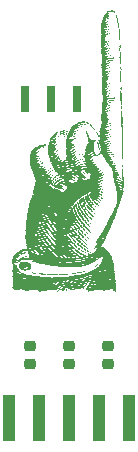
<source format=gbr>
%TF.GenerationSoftware,KiCad,Pcbnew,(6.0.8-1)-1*%
%TF.CreationDate,2022-10-04T12:57:59-04:00*%
%TF.ProjectId,SWD_pogoadapter,5357445f-706f-4676-9f61-646170746572,rev?*%
%TF.SameCoordinates,Original*%
%TF.FileFunction,Soldermask,Bot*%
%TF.FilePolarity,Negative*%
%FSLAX46Y46*%
G04 Gerber Fmt 4.6, Leading zero omitted, Abs format (unit mm)*
G04 Created by KiCad (PCBNEW (6.0.8-1)-1) date 2022-10-04 12:57:59*
%MOMM*%
%LPD*%
G01*
G04 APERTURE LIST*
G04 Aperture macros list*
%AMRoundRect*
0 Rectangle with rounded corners*
0 $1 Rounding radius*
0 $2 $3 $4 $5 $6 $7 $8 $9 X,Y pos of 4 corners*
0 Add a 4 corners polygon primitive as box body*
4,1,4,$2,$3,$4,$5,$6,$7,$8,$9,$2,$3,0*
0 Add four circle primitives for the rounded corners*
1,1,$1+$1,$2,$3*
1,1,$1+$1,$4,$5*
1,1,$1+$1,$6,$7*
1,1,$1+$1,$8,$9*
0 Add four rect primitives between the rounded corners*
20,1,$1+$1,$2,$3,$4,$5,0*
20,1,$1+$1,$4,$5,$6,$7,0*
20,1,$1+$1,$6,$7,$8,$9,0*
20,1,$1+$1,$8,$9,$2,$3,0*%
G04 Aperture macros list end*
%ADD10R,0.700000X2.200000*%
%ADD11R,1.000000X4.000000*%
%ADD12RoundRect,0.225000X0.250000X-0.225000X0.250000X0.225000X-0.250000X0.225000X-0.250000X-0.225000X0*%
G04 APERTURE END LIST*
%TO.C,G\u002A\u002A\u002A*%
G36*
X151087716Y-74120316D02*
G01*
X151087716Y-74194684D01*
X151086131Y-74234690D01*
X151077819Y-74267251D01*
X151057908Y-74298735D01*
X151021532Y-74339807D01*
X150988836Y-74376164D01*
X150963837Y-74410521D01*
X150963009Y-74411659D01*
X150959304Y-74432897D01*
X150977619Y-74442735D01*
X151017855Y-74444029D01*
X151032850Y-74443454D01*
X151078637Y-74442748D01*
X151104278Y-74446308D01*
X151117198Y-74456265D01*
X151124820Y-74474751D01*
X151126559Y-74485192D01*
X151117592Y-74519657D01*
X151093980Y-74549327D01*
X151064243Y-74561943D01*
X151053682Y-74563627D01*
X151033909Y-74582452D01*
X151033941Y-74612732D01*
X151038851Y-74621015D01*
X151055789Y-74625136D01*
X151090398Y-74615586D01*
X151093484Y-74614493D01*
X151131514Y-74599523D01*
X151157162Y-74586951D01*
X151178549Y-74585731D01*
X151209842Y-74598756D01*
X151237554Y-74619777D01*
X151249499Y-74641584D01*
X151243867Y-74661943D01*
X151216173Y-74685366D01*
X151172053Y-74694311D01*
X151168865Y-74694340D01*
X151120948Y-74702137D01*
X151086328Y-74720860D01*
X151073008Y-74746305D01*
X151065831Y-74760172D01*
X151037231Y-74767849D01*
X151013216Y-74772748D01*
X150991647Y-74798744D01*
X150988650Y-74811182D01*
X150992794Y-74840534D01*
X151012764Y-74850261D01*
X151041945Y-74835524D01*
X151066413Y-74820856D01*
X151112154Y-74814546D01*
X151139095Y-74824059D01*
X151158345Y-74850953D01*
X151156695Y-74886299D01*
X151132535Y-74921648D01*
X151115210Y-74936086D01*
X151097137Y-74940300D01*
X151075492Y-74924526D01*
X151052140Y-74909703D01*
X151036387Y-74913143D01*
X151037922Y-74936068D01*
X151037872Y-74949739D01*
X151022201Y-74973199D01*
X151006154Y-74982235D01*
X150996823Y-74971358D01*
X150998118Y-74934418D01*
X150998436Y-74930231D01*
X150989459Y-74910148D01*
X150966899Y-74908875D01*
X150939514Y-74927453D01*
X150938957Y-74928253D01*
X150916053Y-74961153D01*
X150916214Y-74993021D01*
X150940122Y-75032579D01*
X150944138Y-75037786D01*
X150963334Y-75058390D01*
X150981589Y-75059665D01*
X151011925Y-75043609D01*
X151024294Y-75036555D01*
X151065403Y-75020362D01*
X151097598Y-75025707D01*
X151130663Y-75053395D01*
X151155585Y-75089996D01*
X151156117Y-75121734D01*
X151130430Y-75142684D01*
X151079889Y-75150246D01*
X151051464Y-75151317D01*
X151018032Y-75159930D01*
X150999308Y-75179965D01*
X150989621Y-75210700D01*
X151002923Y-75231684D01*
X151042746Y-75245659D01*
X151076550Y-75257787D01*
X151103708Y-75276809D01*
X151104239Y-75277457D01*
X151111156Y-75294719D01*
X151101585Y-75316301D01*
X151072424Y-75349401D01*
X151056134Y-75364924D01*
X151022248Y-75390268D01*
X150997103Y-75400275D01*
X150971629Y-75410710D01*
X150952497Y-75438376D01*
X150951207Y-75470136D01*
X150952173Y-75472388D01*
X150968648Y-75485862D01*
X150989314Y-75487422D01*
X150999471Y-75475450D01*
X151004256Y-75467347D01*
X151029074Y-75456768D01*
X151065158Y-75451172D01*
X151101217Y-75451907D01*
X151125955Y-75460326D01*
X151148623Y-75471136D01*
X151158261Y-75461558D01*
X151146986Y-75437573D01*
X151139953Y-75427104D01*
X151139923Y-75410048D01*
X151156997Y-75404225D01*
X151183769Y-75410511D01*
X151212830Y-75429784D01*
X151248202Y-75463014D01*
X151202181Y-75511805D01*
X151189746Y-75523895D01*
X151151592Y-75551776D01*
X151118261Y-75565004D01*
X151104695Y-75567328D01*
X151084948Y-75580962D01*
X151079514Y-75613535D01*
X151078886Y-75622406D01*
X151062802Y-75664996D01*
X151022691Y-75713010D01*
X151021532Y-75714157D01*
X151018887Y-75716775D01*
X150989172Y-75748111D01*
X150974885Y-75773269D01*
X150972174Y-75804029D01*
X150977187Y-75852169D01*
X150981488Y-75879468D01*
X150994830Y-75927238D01*
X151011548Y-75953445D01*
X151021341Y-75961614D01*
X151027594Y-75979077D01*
X151015720Y-76007759D01*
X151006126Y-76029518D01*
X151006474Y-76057200D01*
X151030993Y-76072268D01*
X151081692Y-76076824D01*
X151105184Y-76077980D01*
X151146054Y-76090067D01*
X151161933Y-76114011D01*
X151151260Y-76148210D01*
X151144249Y-76157135D01*
X151111584Y-76185194D01*
X151067948Y-76213195D01*
X151025209Y-76233140D01*
X151025083Y-76233184D01*
X151002362Y-76251056D01*
X151006226Y-76277509D01*
X151036239Y-76309518D01*
X151062104Y-76338211D01*
X151073008Y-76367136D01*
X151070872Y-76379292D01*
X151052279Y-76411630D01*
X151023258Y-76439602D01*
X150994468Y-76451727D01*
X150981334Y-76454223D01*
X150950272Y-76470093D01*
X150922959Y-76493059D01*
X150911225Y-76514236D01*
X150920884Y-76526579D01*
X150948961Y-76532759D01*
X150972953Y-76534403D01*
X151014538Y-76549520D01*
X151033392Y-76576216D01*
X151027379Y-76609284D01*
X150994365Y-76643516D01*
X150963510Y-76665127D01*
X150998253Y-76665127D01*
X151022851Y-76670267D01*
X151051674Y-76690670D01*
X151063079Y-76704575D01*
X151077178Y-76707296D01*
X151099795Y-76689568D01*
X151130964Y-76670845D01*
X151169764Y-76666403D01*
X151201541Y-76679994D01*
X151217104Y-76710017D01*
X151215138Y-76736183D01*
X151191365Y-76774804D01*
X151173011Y-76790051D01*
X151155330Y-76793321D01*
X151133020Y-76776503D01*
X151116671Y-76762622D01*
X151105230Y-76761724D01*
X151099928Y-76785255D01*
X151091817Y-76806998D01*
X151073008Y-76819557D01*
X151061815Y-76815895D01*
X151055014Y-76794928D01*
X151055847Y-76784244D01*
X151046204Y-76762426D01*
X151023944Y-76761111D01*
X150997089Y-76782077D01*
X150996356Y-76782984D01*
X150974568Y-76817596D01*
X150975101Y-76847526D01*
X150998067Y-76884561D01*
X151005741Y-76894389D01*
X151023051Y-76910559D01*
X151042886Y-76910406D01*
X151077178Y-76895592D01*
X151111075Y-76880355D01*
X151140724Y-76873165D01*
X151163280Y-76881547D01*
X151189494Y-76906551D01*
X151214030Y-76942369D01*
X151215085Y-76974432D01*
X151189938Y-76995698D01*
X151140002Y-77003402D01*
X151121388Y-77004304D01*
X151077035Y-77016016D01*
X151050760Y-77036997D01*
X151044697Y-77061799D01*
X151060981Y-77084974D01*
X151101747Y-77101072D01*
X151141721Y-77112800D01*
X151165898Y-77133517D01*
X151162004Y-77162405D01*
X151130471Y-77200972D01*
X151114876Y-77215166D01*
X151078650Y-77242200D01*
X151050809Y-77255473D01*
X151041890Y-77258730D01*
X151023518Y-77278712D01*
X151014983Y-77306444D01*
X151018244Y-77331056D01*
X151035263Y-77341676D01*
X151046300Y-77340068D01*
X151058301Y-77328605D01*
X151063086Y-77320503D01*
X151087904Y-77309924D01*
X151123989Y-77304328D01*
X151160047Y-77305063D01*
X151184786Y-77313481D01*
X151207453Y-77324291D01*
X151217091Y-77314713D01*
X151205816Y-77290729D01*
X151198783Y-77280260D01*
X151198753Y-77263204D01*
X151215828Y-77257381D01*
X151242599Y-77263667D01*
X151271661Y-77282940D01*
X151307033Y-77316170D01*
X151260322Y-77365692D01*
X151249794Y-77376135D01*
X151211810Y-77404309D01*
X151179617Y-77415214D01*
X151166698Y-77416750D01*
X151142175Y-77431611D01*
X151134243Y-77454349D01*
X151148080Y-77475129D01*
X151163061Y-77479464D01*
X151207461Y-77482402D01*
X151275533Y-77481283D01*
X151364029Y-77476186D01*
X151469705Y-77467192D01*
X151520328Y-77463797D01*
X151567396Y-77466948D01*
X151595599Y-77480280D01*
X151610412Y-77505276D01*
X151619881Y-77521851D01*
X151640108Y-77527227D01*
X151649870Y-77525251D01*
X151669063Y-77533517D01*
X151687101Y-77546292D01*
X151709400Y-77544068D01*
X151720142Y-77527095D01*
X151718591Y-77518472D01*
X151700856Y-77499206D01*
X151688364Y-77481770D01*
X151687757Y-77438802D01*
X151690355Y-77421364D01*
X151701439Y-77393585D01*
X151722213Y-77385799D01*
X151739027Y-77389948D01*
X151759608Y-77411537D01*
X151769388Y-77431767D01*
X151791933Y-77464220D01*
X151801773Y-77476297D01*
X151806693Y-77492253D01*
X151789697Y-77505396D01*
X151775942Y-77517413D01*
X151764265Y-77546622D01*
X151753967Y-77572013D01*
X151727297Y-77597837D01*
X151722047Y-77601249D01*
X151698044Y-77613212D01*
X151678949Y-77608234D01*
X151652289Y-77584020D01*
X151648628Y-77580370D01*
X151624266Y-77558733D01*
X151609554Y-77556582D01*
X151595250Y-77571964D01*
X151576158Y-77588938D01*
X151555780Y-77580961D01*
X151543469Y-77573736D01*
X151513743Y-77577614D01*
X151511676Y-77578795D01*
X151480676Y-77587706D01*
X151438870Y-77591480D01*
X151428224Y-77591883D01*
X151375789Y-77599531D01*
X151323037Y-77613767D01*
X151307787Y-77618834D01*
X151261817Y-77630973D01*
X151227390Y-77635828D01*
X151204719Y-77640096D01*
X151175113Y-77658912D01*
X151159641Y-77670549D01*
X151128098Y-77674711D01*
X151125633Y-77674128D01*
X151091006Y-77679118D01*
X151063954Y-77703752D01*
X151048545Y-77739032D01*
X151048848Y-77775961D01*
X151068931Y-77805542D01*
X151081215Y-77815996D01*
X151086203Y-77833461D01*
X151073641Y-77862614D01*
X151063042Y-77888239D01*
X151066683Y-77911769D01*
X151093474Y-77925634D01*
X151146419Y-77932728D01*
X151166584Y-77935050D01*
X151206269Y-77949485D01*
X151220538Y-77973233D01*
X151210012Y-78003372D01*
X151175310Y-78036979D01*
X151117053Y-78071132D01*
X151087097Y-78087203D01*
X151062999Y-78110070D01*
X151065998Y-78133806D01*
X151095070Y-78162673D01*
X151120942Y-78191297D01*
X151131839Y-78220007D01*
X151131745Y-78222129D01*
X151120752Y-78249832D01*
X151097547Y-78280014D01*
X151070825Y-78303204D01*
X151049284Y-78309929D01*
X151036744Y-78310596D01*
X151008179Y-78324462D01*
X150981707Y-78346471D01*
X150970055Y-78367391D01*
X150981589Y-78380351D01*
X151013128Y-78385915D01*
X151048839Y-78390305D01*
X151081616Y-78409815D01*
X151090977Y-78440193D01*
X151075990Y-78476206D01*
X151035722Y-78512621D01*
X151035342Y-78512871D01*
X151005993Y-78542577D01*
X151003751Y-78577472D01*
X151028368Y-78621230D01*
X151032383Y-78626437D01*
X151051579Y-78647041D01*
X151069834Y-78648316D01*
X151100171Y-78632260D01*
X151112792Y-78625034D01*
X151151784Y-78609140D01*
X151182377Y-78613435D01*
X151215459Y-78638507D01*
X151227117Y-78650325D01*
X151249143Y-78686578D01*
X151243708Y-78714534D01*
X151211823Y-78732529D01*
X151154498Y-78738897D01*
X151144771Y-78739270D01*
X151103995Y-78750482D01*
X151079235Y-78773253D01*
X151077186Y-78802107D01*
X151080732Y-78807291D01*
X151105953Y-78824212D01*
X151145015Y-78839654D01*
X151160568Y-78844892D01*
X151192620Y-78860531D01*
X151205377Y-78874832D01*
X151199561Y-78890900D01*
X151176449Y-78921232D01*
X151143840Y-78953260D01*
X151110538Y-78978614D01*
X151085348Y-78988926D01*
X151059874Y-78999361D01*
X151040742Y-79027027D01*
X151039453Y-79058787D01*
X151040418Y-79061039D01*
X151056893Y-79074513D01*
X151077560Y-79076073D01*
X151087716Y-79064101D01*
X151092919Y-79056198D01*
X151118063Y-79045774D01*
X151153743Y-79039623D01*
X151188339Y-79039393D01*
X151210234Y-79046730D01*
X151229956Y-79061138D01*
X151241514Y-79057124D01*
X151234675Y-79032830D01*
X151234172Y-79031877D01*
X151228663Y-79005094D01*
X151242502Y-78992945D01*
X151268902Y-78996901D01*
X151301076Y-79018435D01*
X151336448Y-79051665D01*
X151289737Y-79101187D01*
X151279209Y-79111630D01*
X151241225Y-79139804D01*
X151209033Y-79150709D01*
X151196299Y-79152196D01*
X151171659Y-79167018D01*
X151163668Y-79189835D01*
X151177495Y-79210799D01*
X151195085Y-79218232D01*
X151231115Y-79224022D01*
X151258203Y-79228948D01*
X151260525Y-79243177D01*
X151235255Y-79264668D01*
X151233240Y-79266001D01*
X151206491Y-79293022D01*
X151182059Y-79330713D01*
X151180509Y-79333698D01*
X151151133Y-79377987D01*
X151115412Y-79418294D01*
X151109777Y-79423901D01*
X151106835Y-79426828D01*
X151079037Y-79469541D01*
X151075964Y-79509362D01*
X151098346Y-79541037D01*
X151109196Y-79550041D01*
X151115783Y-79567759D01*
X151103965Y-79596410D01*
X151094371Y-79618169D01*
X151094720Y-79645851D01*
X151119239Y-79660919D01*
X151169937Y-79665475D01*
X151193429Y-79666631D01*
X151234300Y-79678718D01*
X151250179Y-79702662D01*
X151239506Y-79736861D01*
X151232495Y-79745786D01*
X151199830Y-79773845D01*
X151156194Y-79801846D01*
X151113454Y-79821791D01*
X151113329Y-79821835D01*
X151090608Y-79839707D01*
X151094472Y-79866160D01*
X151124485Y-79898168D01*
X151150357Y-79926792D01*
X151161254Y-79955503D01*
X151159683Y-79964976D01*
X151145616Y-79992370D01*
X151123216Y-80019515D01*
X151100185Y-80038017D01*
X151084224Y-80039477D01*
X151081676Y-80037908D01*
X151061214Y-80041998D01*
X151033803Y-80058888D01*
X151009776Y-80081071D01*
X150999471Y-80101040D01*
X151007249Y-80114153D01*
X151035037Y-80121410D01*
X151060638Y-80123154D01*
X151093867Y-80130337D01*
X151106661Y-80139415D01*
X151116359Y-80167730D01*
X151109096Y-80201651D01*
X151085783Y-80229945D01*
X151067431Y-80248463D01*
X151063260Y-80274902D01*
X151072896Y-80289761D01*
X151099913Y-80295413D01*
X151138327Y-80275372D01*
X151170278Y-80257837D01*
X151208852Y-80259438D01*
X151248324Y-80289296D01*
X151272860Y-80325113D01*
X151273916Y-80357176D01*
X151248769Y-80378443D01*
X151198833Y-80386146D01*
X151183701Y-80386711D01*
X151137933Y-80397317D01*
X151110412Y-80417347D01*
X151103329Y-80441532D01*
X151118876Y-80464607D01*
X151159244Y-80481304D01*
X151194368Y-80493867D01*
X151221369Y-80512709D01*
X151221900Y-80513357D01*
X151228816Y-80530620D01*
X151219245Y-80552202D01*
X151190085Y-80585301D01*
X151173794Y-80600824D01*
X151139908Y-80626169D01*
X151114764Y-80636175D01*
X151089289Y-80646610D01*
X151070157Y-80674276D01*
X151068868Y-80706036D01*
X151069833Y-80708288D01*
X151086308Y-80721762D01*
X151106975Y-80723322D01*
X151117131Y-80711350D01*
X151121916Y-80703247D01*
X151146734Y-80692669D01*
X151182819Y-80687072D01*
X151218877Y-80687808D01*
X151243616Y-80696226D01*
X151266283Y-80707036D01*
X151275921Y-80697458D01*
X151264646Y-80673474D01*
X151257614Y-80663005D01*
X151257584Y-80645948D01*
X151274658Y-80640125D01*
X151301430Y-80646412D01*
X151330491Y-80665684D01*
X151365863Y-80698915D01*
X151319152Y-80748437D01*
X151308624Y-80758880D01*
X151270640Y-80787054D01*
X151238448Y-80797959D01*
X151232584Y-80798354D01*
X151206076Y-80810177D01*
X151190878Y-80831146D01*
X151195041Y-80851356D01*
X151200610Y-80855393D01*
X151228874Y-80865651D01*
X151265865Y-80872629D01*
X151299312Y-80874505D01*
X151316945Y-80869456D01*
X151320595Y-80866332D01*
X151346671Y-80859562D01*
X151386728Y-80857871D01*
X151418095Y-80857992D01*
X151478011Y-80855743D01*
X151539141Y-80851244D01*
X151547189Y-80850497D01*
X151599805Y-80847938D01*
X151632486Y-80852582D01*
X151653124Y-80865410D01*
X151666655Y-80881509D01*
X151676019Y-80901501D01*
X151678557Y-80906856D01*
X151696593Y-80906801D01*
X151706785Y-80904940D01*
X151726876Y-80914617D01*
X151746183Y-80928872D01*
X151768433Y-80926525D01*
X151778973Y-80908266D01*
X151777422Y-80898131D01*
X151765187Y-80886204D01*
X151762112Y-80884699D01*
X151754760Y-80864204D01*
X151752213Y-80827374D01*
X151754083Y-80795828D01*
X151762538Y-80774124D01*
X151781168Y-80768544D01*
X151797851Y-80772662D01*
X151818439Y-80794282D01*
X151828218Y-80814512D01*
X151850763Y-80846964D01*
X151860604Y-80859042D01*
X151865523Y-80874998D01*
X151848527Y-80888141D01*
X151834772Y-80900157D01*
X151823095Y-80929366D01*
X151812798Y-80954758D01*
X151786127Y-80980582D01*
X151780877Y-80983994D01*
X151756874Y-80995956D01*
X151737779Y-80990979D01*
X151711120Y-80966764D01*
X151707458Y-80963115D01*
X151683096Y-80941478D01*
X151668385Y-80939327D01*
X151654080Y-80954709D01*
X151634989Y-80971682D01*
X151614610Y-80963705D01*
X151602299Y-80956481D01*
X151572573Y-80960358D01*
X151570507Y-80961540D01*
X151539507Y-80970450D01*
X151497701Y-80974225D01*
X151487055Y-80974628D01*
X151434619Y-80982276D01*
X151381868Y-80996511D01*
X151367689Y-81001187D01*
X151318424Y-81013595D01*
X151278639Y-81018573D01*
X151249899Y-81023844D01*
X151228833Y-81042303D01*
X151218864Y-81055491D01*
X151189399Y-81058102D01*
X151173453Y-81056808D01*
X151142847Y-81069091D01*
X151118306Y-81094877D01*
X151104170Y-81126344D01*
X151104783Y-81155671D01*
X151124485Y-81175037D01*
X151141236Y-81190433D01*
X151145146Y-81220308D01*
X151129886Y-81249964D01*
X151118784Y-81265724D01*
X151121965Y-81289153D01*
X151150196Y-81306597D01*
X151200784Y-81315563D01*
X151237860Y-81319493D01*
X151265759Y-81329275D01*
X151276395Y-81346911D01*
X151270490Y-81380516D01*
X151236857Y-81417553D01*
X151175884Y-81453877D01*
X151145928Y-81469948D01*
X151121829Y-81492815D01*
X151124828Y-81516551D01*
X151153900Y-81545418D01*
X151179765Y-81574112D01*
X151190669Y-81603036D01*
X151188533Y-81615192D01*
X151169939Y-81647531D01*
X151140919Y-81675502D01*
X151112129Y-81687627D01*
X151098994Y-81690124D01*
X151067932Y-81705994D01*
X151040619Y-81728959D01*
X151028886Y-81750136D01*
X151037417Y-81762138D01*
X151064452Y-81768659D01*
X151102309Y-81772278D01*
X151137380Y-81789478D01*
X151147144Y-81818209D01*
X151131058Y-81855546D01*
X151088578Y-81898566D01*
X151067697Y-81914414D01*
X151049290Y-81926202D01*
X151033230Y-81936487D01*
X151011225Y-81945150D01*
X151010298Y-81945409D01*
X151000563Y-81948133D01*
X150978551Y-81968142D01*
X150963266Y-81996153D01*
X150963071Y-82019287D01*
X150979781Y-82031961D01*
X151009028Y-82023435D01*
X151049721Y-81988865D01*
X151079946Y-81962624D01*
X151114431Y-81948613D01*
X151163705Y-81945150D01*
X151184857Y-81945342D01*
X151217632Y-81948535D01*
X151231760Y-81958452D01*
X151234792Y-81978651D01*
X151234248Y-81987037D01*
X151216087Y-82025521D01*
X151177367Y-82052586D01*
X151125148Y-82062811D01*
X151111242Y-82063255D01*
X151075762Y-82073910D01*
X151049966Y-82104635D01*
X151020084Y-82138276D01*
X150979273Y-82163499D01*
X150978533Y-82163773D01*
X150962702Y-82170202D01*
X150933286Y-82182147D01*
X150929486Y-82183690D01*
X150905151Y-82199763D01*
X150903871Y-82206382D01*
X150901985Y-82216134D01*
X150916445Y-82236944D01*
X150931081Y-82258442D01*
X150926891Y-82275479D01*
X150920973Y-82280688D01*
X150911225Y-82305987D01*
X150911804Y-82311197D01*
X150924728Y-82320788D01*
X150959025Y-82317714D01*
X150985187Y-82312651D01*
X151007200Y-82305010D01*
X151009493Y-82291108D01*
X150997594Y-82263119D01*
X150989152Y-82240379D01*
X150991903Y-82216204D01*
X151014315Y-82187680D01*
X151042408Y-82165207D01*
X151094289Y-82151057D01*
X151118287Y-82153244D01*
X151144494Y-82168216D01*
X151168322Y-82203913D01*
X151175327Y-82217053D01*
X151187921Y-82245134D01*
X151186311Y-82260081D01*
X151170851Y-82271285D01*
X151154156Y-82286268D01*
X151161514Y-82305799D01*
X151172783Y-82314931D01*
X151197970Y-82318179D01*
X151214983Y-82320929D01*
X151234924Y-82342502D01*
X151241789Y-82357987D01*
X151240490Y-82381475D01*
X151218781Y-82409827D01*
X151218746Y-82409864D01*
X151185099Y-82434827D01*
X151150875Y-82445208D01*
X151147670Y-82445277D01*
X151116199Y-82457110D01*
X151106179Y-82483382D01*
X151121183Y-82515617D01*
X151134671Y-82534911D01*
X151148855Y-82570223D01*
X151157605Y-82588113D01*
X151185315Y-82604098D01*
X151186624Y-82604313D01*
X151218446Y-82618775D01*
X151251349Y-82645847D01*
X151286268Y-82683136D01*
X151245823Y-82715478D01*
X151230902Y-82728394D01*
X151208808Y-82757162D01*
X151211482Y-82776444D01*
X151239192Y-82783483D01*
X151257557Y-82785348D01*
X151268554Y-82798336D01*
X151267645Y-82831282D01*
X151269730Y-82872146D01*
X151283497Y-82907644D01*
X151285673Y-82910612D01*
X151295090Y-82929441D01*
X151286317Y-82944082D01*
X151255097Y-82962798D01*
X151248075Y-82966449D01*
X151210302Y-82982762D01*
X151183369Y-82989389D01*
X151173031Y-82991964D01*
X151161254Y-83011450D01*
X151158691Y-83021739D01*
X151139193Y-83033512D01*
X151129044Y-83035171D01*
X151117131Y-83048219D01*
X151118764Y-83056511D01*
X151133614Y-83061657D01*
X151157557Y-83046033D01*
X151159125Y-83044628D01*
X151183477Y-83040789D01*
X151213407Y-83054067D01*
X151238789Y-83077893D01*
X151249499Y-83105697D01*
X151243134Y-83125976D01*
X151214574Y-83154787D01*
X151170420Y-83177798D01*
X151118802Y-83189780D01*
X151115903Y-83190068D01*
X151075454Y-83199375D01*
X151062674Y-83206274D01*
X151047576Y-83214424D01*
X151039208Y-83224602D01*
X151038424Y-83242833D01*
X151057622Y-83270040D01*
X151076172Y-83290234D01*
X151090254Y-83295503D01*
X151102603Y-83280852D01*
X151129210Y-83252937D01*
X151168649Y-83229979D01*
X151211524Y-83215627D01*
X151248830Y-83212873D01*
X151271561Y-83224710D01*
X151277040Y-83230605D01*
X151305217Y-83238937D01*
X151339993Y-83234156D01*
X151367160Y-83217357D01*
X151382699Y-83207393D01*
X151419072Y-83198254D01*
X151462057Y-83195150D01*
X151499999Y-83198679D01*
X151521241Y-83209439D01*
X151521910Y-83210925D01*
X151513312Y-83226478D01*
X151485555Y-83245486D01*
X151446799Y-83263980D01*
X151405206Y-83277989D01*
X151368938Y-83283541D01*
X151346265Y-83286312D01*
X151299260Y-83300228D01*
X151252383Y-83320818D01*
X151220084Y-83342371D01*
X151198099Y-83357861D01*
X151157827Y-83378001D01*
X151115165Y-83394417D01*
X151083795Y-83401201D01*
X151058008Y-83408538D01*
X151024513Y-83429139D01*
X151002148Y-83449647D01*
X150996500Y-83454826D01*
X150984763Y-83477303D01*
X150987795Y-83480929D01*
X151011470Y-83487034D01*
X151050947Y-83489447D01*
X151070716Y-83488845D01*
X151103983Y-83484147D01*
X151117131Y-83476313D01*
X151117353Y-83473909D01*
X151131860Y-83458106D01*
X151158032Y-83451541D01*
X151180374Y-83458561D01*
X151186299Y-83469341D01*
X151185094Y-83497469D01*
X151173421Y-83513657D01*
X151154218Y-83504419D01*
X151141859Y-83497283D01*
X151122840Y-83502198D01*
X151095806Y-83528500D01*
X151069606Y-83563785D01*
X151063643Y-83592790D01*
X151084625Y-83610575D01*
X151133259Y-83618847D01*
X151143024Y-83619371D01*
X151192012Y-83616091D01*
X151219496Y-83600462D01*
X151239050Y-83584733D01*
X151275404Y-83579595D01*
X151307795Y-83599110D01*
X151318102Y-83620217D01*
X151309096Y-83642345D01*
X151277585Y-83651230D01*
X151260106Y-83654942D01*
X151240111Y-83673292D01*
X151228012Y-83686721D01*
X151198250Y-83695353D01*
X151175326Y-83699518D01*
X151146546Y-83717414D01*
X151133188Y-83728829D01*
X151101491Y-83739476D01*
X151077040Y-83745399D01*
X151062031Y-83763882D01*
X151069585Y-83786058D01*
X151091749Y-83793295D01*
X151133752Y-83788131D01*
X151161585Y-83782835D01*
X151215475Y-83780220D01*
X151265490Y-83785817D01*
X151303225Y-83798347D01*
X151320276Y-83816529D01*
X151315258Y-83837464D01*
X151283639Y-83858632D01*
X151247982Y-83873967D01*
X151203107Y-83895563D01*
X151168465Y-83909047D01*
X151128834Y-83915967D01*
X151103974Y-83919454D01*
X151076698Y-83932868D01*
X151073710Y-83935376D01*
X151044790Y-83948689D01*
X151003895Y-83958804D01*
X150982472Y-83963107D01*
X150970055Y-83969053D01*
X150953988Y-83976747D01*
X150943282Y-84000825D01*
X150949436Y-84029173D01*
X150971306Y-84048073D01*
X150998450Y-84051777D01*
X151020275Y-84035514D01*
X151028070Y-84022882D01*
X151050868Y-84001279D01*
X151084317Y-83993622D01*
X151137224Y-83997009D01*
X151172381Y-83999988D01*
X151209943Y-83996234D01*
X151236194Y-83980882D01*
X151248583Y-83970212D01*
X151263337Y-83964400D01*
X151272498Y-83979290D01*
X151277384Y-83998783D01*
X151272466Y-84037611D01*
X151249499Y-84063054D01*
X151248126Y-84063712D01*
X151218952Y-84078255D01*
X151181046Y-84097722D01*
X151177230Y-84099674D01*
X151140345Y-84115416D01*
X151113749Y-84121873D01*
X151107322Y-84122906D01*
X151082720Y-84136759D01*
X151057520Y-84160023D01*
X151040030Y-84184046D01*
X151038556Y-84200179D01*
X151059002Y-84208515D01*
X151096567Y-84209702D01*
X151135132Y-84202799D01*
X151160382Y-84189108D01*
X151163520Y-84186400D01*
X151191359Y-84176701D01*
X151235176Y-84169912D01*
X151284213Y-84166819D01*
X151327712Y-84168210D01*
X151354914Y-84174871D01*
X151359014Y-84178429D01*
X151360293Y-84197079D01*
X151344999Y-84216108D01*
X151320497Y-84224826D01*
X151319612Y-84224834D01*
X151283525Y-84232393D01*
X151245113Y-84249456D01*
X151220084Y-84269099D01*
X151200156Y-84285713D01*
X151160141Y-84305740D01*
X151114098Y-84321434D01*
X151074470Y-84327779D01*
X151040512Y-84333541D01*
X151018586Y-84348201D01*
X151008255Y-84359662D01*
X150978628Y-84373940D01*
X150965153Y-84379024D01*
X150962305Y-84380098D01*
X150943567Y-84399871D01*
X150942717Y-84402710D01*
X150946636Y-84413983D01*
X150971763Y-84409760D01*
X151000205Y-84401718D01*
X151068574Y-84386645D01*
X151136713Y-84376459D01*
X151197572Y-84371822D01*
X151244099Y-84373395D01*
X151269244Y-84381842D01*
X151271812Y-84388039D01*
X151262559Y-84408648D01*
X151239003Y-84432397D01*
X151209303Y-84451994D01*
X151181620Y-84460148D01*
X151159621Y-84463155D01*
X151139193Y-84474855D01*
X151122235Y-84484787D01*
X151089128Y-84489563D01*
X151056360Y-84496444D01*
X151022163Y-84518281D01*
X150996896Y-84536963D01*
X150955483Y-84538860D01*
X150935187Y-84536493D01*
X150908136Y-84544570D01*
X150904857Y-84567394D01*
X150927104Y-84601116D01*
X150942563Y-84615967D01*
X150972212Y-84630253D01*
X151013213Y-84628047D01*
X151025979Y-84625758D01*
X151095063Y-84609248D01*
X151153450Y-84588745D01*
X151191827Y-84567411D01*
X151207905Y-84557361D01*
X151240088Y-84548393D01*
X151253393Y-84545569D01*
X151273596Y-84526332D01*
X151286225Y-84509165D01*
X151312690Y-84506557D01*
X151356759Y-84522655D01*
X151388468Y-84542469D01*
X151393388Y-84564420D01*
X151372234Y-84595035D01*
X151369281Y-84598083D01*
X151334590Y-84616251D01*
X151278436Y-84621931D01*
X151272148Y-84621988D01*
X151220302Y-84628306D01*
X151190669Y-84643992D01*
X151168628Y-84658477D01*
X151131839Y-84666054D01*
X151100822Y-84671314D01*
X151073733Y-84687242D01*
X151053054Y-84701985D01*
X151016779Y-84712980D01*
X151003001Y-84715319D01*
X150981334Y-84729439D01*
X150972981Y-84762906D01*
X150972377Y-84779770D01*
X150982697Y-84818012D01*
X151007853Y-84835333D01*
X151043603Y-84827832D01*
X151048723Y-84824989D01*
X151065510Y-84809003D01*
X151057594Y-84790217D01*
X151057456Y-84790050D01*
X151049332Y-84771552D01*
X151067675Y-84759592D01*
X151086405Y-84750943D01*
X151119820Y-84728617D01*
X151125392Y-84724728D01*
X151156103Y-84716205D01*
X151192196Y-84717428D01*
X151222237Y-84726939D01*
X151234792Y-84743279D01*
X151240269Y-84759436D01*
X151259214Y-84786323D01*
X151266045Y-84794484D01*
X151274794Y-84817391D01*
X151257038Y-84829168D01*
X151212211Y-84830348D01*
X151205658Y-84830028D01*
X151174096Y-84832750D01*
X151161254Y-84841614D01*
X151149829Y-84857930D01*
X151121890Y-84876938D01*
X151096448Y-84891505D01*
X151093331Y-84901466D01*
X151112602Y-84913659D01*
X151133193Y-84921952D01*
X151150707Y-84921727D01*
X151162209Y-84920216D01*
X151188517Y-84929638D01*
X151207747Y-84937186D01*
X151227414Y-84930830D01*
X151243508Y-84920921D01*
X151276106Y-84915615D01*
X151307178Y-84910579D01*
X151343892Y-84893803D01*
X151373647Y-84883087D01*
X151400214Y-84894668D01*
X151411283Y-84925699D01*
X151411037Y-84929416D01*
X151397259Y-84950270D01*
X151372638Y-84956614D01*
X151351549Y-84944036D01*
X151349779Y-84941266D01*
X151336929Y-84931951D01*
X151319941Y-84947331D01*
X151317732Y-84950013D01*
X151280505Y-84983768D01*
X151231505Y-85015565D01*
X151181663Y-85039195D01*
X151141907Y-85048451D01*
X151113491Y-85052668D01*
X151106176Y-85066835D01*
X151111254Y-85071941D01*
X151133582Y-85078120D01*
X151176123Y-85082229D01*
X151241934Y-85084513D01*
X151334073Y-85085220D01*
X151372933Y-85085395D01*
X151446640Y-85086768D01*
X151507218Y-85089280D01*
X151549240Y-85092666D01*
X151567276Y-85096659D01*
X151567755Y-85097198D01*
X151565561Y-85114915D01*
X151546345Y-85140539D01*
X151531314Y-85154423D01*
X151509037Y-85164371D01*
X151484854Y-85154838D01*
X151455924Y-85143078D01*
X151413742Y-85136696D01*
X151382607Y-85140817D01*
X151336745Y-85155387D01*
X151295457Y-85175642D01*
X151270985Y-85196458D01*
X151263235Y-85203340D01*
X151236488Y-85210234D01*
X151228216Y-85211522D01*
X151201498Y-85225477D01*
X151175075Y-85248347D01*
X151157223Y-85272059D01*
X151156217Y-85288540D01*
X151168993Y-85294526D01*
X151199606Y-85298480D01*
X151221725Y-85301502D01*
X151242146Y-85313188D01*
X151245618Y-85317871D01*
X151270198Y-85328784D01*
X151296333Y-85319933D01*
X151310984Y-85294803D01*
X151316815Y-85277442D01*
X151340968Y-85259055D01*
X151375024Y-85260519D01*
X151410378Y-85282868D01*
X151426440Y-85300248D01*
X151438321Y-85324170D01*
X151424170Y-85339371D01*
X151382301Y-85349883D01*
X151375254Y-85351224D01*
X151326884Y-85366635D01*
X151288058Y-85387945D01*
X151251548Y-85406766D01*
X151185540Y-85416141D01*
X151166267Y-85416797D01*
X151128511Y-85422491D01*
X151108985Y-85432130D01*
X151104595Y-85444010D01*
X151115705Y-85463045D01*
X151151291Y-85474130D01*
X151208466Y-85475992D01*
X151212300Y-85475812D01*
X151293683Y-85472763D01*
X151350951Y-85472607D01*
X151389075Y-85475476D01*
X151413027Y-85481506D01*
X151430848Y-85482875D01*
X151444723Y-85461169D01*
X151447899Y-85451264D01*
X151469330Y-85425094D01*
X151500787Y-85424884D01*
X151538447Y-85451048D01*
X151576741Y-85489342D01*
X151541812Y-85518436D01*
X151503345Y-85538482D01*
X151438460Y-85550867D01*
X151357815Y-85550504D01*
X151337492Y-85553522D01*
X151317470Y-85571219D01*
X151306551Y-85584330D01*
X151275701Y-85589896D01*
X151254109Y-85590997D01*
X151237900Y-85610254D01*
X151237252Y-85617450D01*
X151244844Y-85629093D01*
X151269914Y-85635773D01*
X151318429Y-85639670D01*
X151403929Y-85644108D01*
X151408431Y-85698205D01*
X151408595Y-85700201D01*
X151409043Y-85735214D01*
X151398699Y-85751012D01*
X151371662Y-85757035D01*
X151363292Y-85758215D01*
X151337745Y-85770185D01*
X151336028Y-85770989D01*
X151325737Y-85802215D01*
X151323907Y-85817226D01*
X151324844Y-85829313D01*
X151333185Y-85837307D01*
X151353330Y-85842211D01*
X151389678Y-85845026D01*
X151446629Y-85846752D01*
X151528581Y-85848393D01*
X151540931Y-85848709D01*
X151583800Y-85852271D01*
X151605959Y-85861008D01*
X151614529Y-85877315D01*
X151615015Y-85880030D01*
X151611229Y-85911278D01*
X151592949Y-85926020D01*
X151567645Y-85917803D01*
X151551158Y-85908076D01*
X151536002Y-85916676D01*
X151522676Y-85925165D01*
X151493078Y-85925093D01*
X151487419Y-85923919D01*
X151458504Y-85929204D01*
X151429828Y-85958277D01*
X151426246Y-85963366D01*
X151411227Y-85995863D01*
X151410432Y-86020977D01*
X151422227Y-86031869D01*
X151444980Y-86021701D01*
X151464678Y-86012147D01*
X151484670Y-86026324D01*
X151498174Y-86037954D01*
X151529053Y-86048567D01*
X151542037Y-86052767D01*
X151568677Y-86074018D01*
X151592295Y-86103208D01*
X151602482Y-86128941D01*
X151591419Y-86134464D01*
X151562036Y-86137280D01*
X151529842Y-86142514D01*
X151493040Y-86159341D01*
X151470113Y-86171903D01*
X151469804Y-86172072D01*
X151431401Y-86180935D01*
X151411016Y-86183030D01*
X151388454Y-86199371D01*
X151390747Y-86231084D01*
X151396476Y-86238199D01*
X151424297Y-86249883D01*
X151462636Y-86255217D01*
X151498769Y-86253088D01*
X151519972Y-86242384D01*
X151529532Y-86237422D01*
X151561926Y-86231397D01*
X151607706Y-86228183D01*
X151635291Y-86228241D01*
X151680782Y-86235356D01*
X151698870Y-86252813D01*
X151689888Y-86281277D01*
X151654166Y-86321414D01*
X151652050Y-86323410D01*
X151618971Y-86355731D01*
X151605762Y-86374072D01*
X151610637Y-86384000D01*
X151631809Y-86391080D01*
X151645806Y-86396519D01*
X151655319Y-86413161D01*
X151651758Y-86447949D01*
X151644802Y-86482529D01*
X151635355Y-86500950D01*
X151614823Y-86509208D01*
X151574281Y-86515029D01*
X151559905Y-86517284D01*
X151527267Y-86525587D01*
X151514236Y-86534280D01*
X151522496Y-86546152D01*
X151550842Y-86558327D01*
X151588977Y-86563332D01*
X151606663Y-86568022D01*
X151617189Y-86592747D01*
X151619621Y-86609829D01*
X151630181Y-86622163D01*
X151639225Y-86616590D01*
X151650866Y-86592747D01*
X151653303Y-86585321D01*
X151665502Y-86571428D01*
X151691807Y-86564937D01*
X151739825Y-86563332D01*
X151773579Y-86563885D01*
X151808807Y-86568901D01*
X151832148Y-86582793D01*
X151854249Y-86609897D01*
X151863932Y-86623399D01*
X151881299Y-86644121D01*
X151891554Y-86643672D01*
X151901806Y-86624190D01*
X151915125Y-86604580D01*
X151935741Y-86598486D01*
X151951610Y-86617957D01*
X151951315Y-86624417D01*
X151934131Y-86642729D01*
X151900719Y-86661125D01*
X151859985Y-86675310D01*
X151820836Y-86680993D01*
X151793073Y-86686203D01*
X151781061Y-86702490D01*
X151787701Y-86724931D01*
X151809611Y-86748448D01*
X151843407Y-86767960D01*
X151885707Y-86778388D01*
X151917502Y-86781513D01*
X151951294Y-86786286D01*
X151966585Y-86792025D01*
X151970171Y-86800510D01*
X151968842Y-86806159D01*
X151950982Y-86829980D01*
X151919490Y-86857866D01*
X151883591Y-86882335D01*
X151852510Y-86895908D01*
X151845171Y-86897571D01*
X151822227Y-86904431D01*
X151787076Y-86914942D01*
X151748705Y-86934540D01*
X151734850Y-86954000D01*
X151741994Y-86977215D01*
X151761033Y-86979717D01*
X151784668Y-86958341D01*
X151787659Y-86954184D01*
X151807679Y-86936240D01*
X151826850Y-86942743D01*
X151833912Y-86947179D01*
X151867552Y-86959472D01*
X151912071Y-86969102D01*
X151975287Y-86986273D01*
X152015415Y-87015702D01*
X152029001Y-87056310D01*
X152026020Y-87075490D01*
X152010217Y-87086263D01*
X151973367Y-87088794D01*
X151968333Y-87088833D01*
X151922302Y-87092023D01*
X151886315Y-87098766D01*
X151874837Y-87101385D01*
X151851712Y-87094702D01*
X151829090Y-87065051D01*
X151825069Y-87058548D01*
X151793227Y-87023996D01*
X151760693Y-87013713D01*
X151732439Y-87029527D01*
X151725918Y-87038988D01*
X151726749Y-87056822D01*
X151750282Y-87079158D01*
X151780910Y-87098545D01*
X151805761Y-87107186D01*
X151820567Y-87111229D01*
X151847258Y-87129574D01*
X151851016Y-87132760D01*
X151884827Y-87146349D01*
X151932173Y-87151636D01*
X151985614Y-87158323D01*
X152021219Y-87180578D01*
X152046340Y-87199673D01*
X152073042Y-87195803D01*
X152090334Y-87188723D01*
X152106843Y-87193345D01*
X152115035Y-87219270D01*
X152117247Y-87270440D01*
X152117257Y-87274477D01*
X152120730Y-87319696D01*
X152134446Y-87350269D01*
X152164229Y-87379753D01*
X152211212Y-87419286D01*
X152175260Y-87446917D01*
X152165010Y-87453853D01*
X152120219Y-87469750D01*
X152087832Y-87472285D01*
X152054740Y-87474876D01*
X152045904Y-87475074D01*
X152033740Y-87475347D01*
X151988029Y-87481508D01*
X151970686Y-87494577D01*
X151981847Y-87514283D01*
X152021648Y-87540358D01*
X152027454Y-87543579D01*
X152063027Y-87572498D01*
X152070387Y-87604536D01*
X152050595Y-87643474D01*
X152031539Y-87681149D01*
X152034962Y-87713382D01*
X152062094Y-87732519D01*
X152121858Y-87753057D01*
X152210361Y-87792776D01*
X152246349Y-87807116D01*
X152277471Y-87813477D01*
X152297710Y-87820138D01*
X152331687Y-87846841D01*
X152366807Y-87887366D01*
X152396071Y-87934571D01*
X152417309Y-87964584D01*
X152443169Y-87983362D01*
X152458851Y-87994043D01*
X152470229Y-88022826D01*
X152472271Y-88039957D01*
X152479612Y-88044318D01*
X152481574Y-88038600D01*
X152479805Y-88010658D01*
X152470818Y-87970010D01*
X152470148Y-87967607D01*
X152460650Y-87924714D01*
X152462735Y-87895689D01*
X152477211Y-87867586D01*
X152480385Y-87862286D01*
X152492707Y-87827387D01*
X152496578Y-87789739D01*
X152491885Y-87759617D01*
X152478518Y-87747293D01*
X152477128Y-87747518D01*
X152473745Y-87751611D01*
X152471332Y-87754531D01*
X152464266Y-87763080D01*
X152452223Y-87795617D01*
X152442017Y-87828040D01*
X152432351Y-87840176D01*
X152424610Y-87825720D01*
X152418718Y-87784115D01*
X152414602Y-87714805D01*
X152413252Y-87660273D01*
X152471390Y-87660273D01*
X152473745Y-87674730D01*
X152480276Y-87669159D01*
X152482626Y-87660654D01*
X152479115Y-87640969D01*
X152474094Y-87641197D01*
X152471390Y-87660273D01*
X152413252Y-87660273D01*
X152412187Y-87617233D01*
X152411399Y-87490843D01*
X152411542Y-87407066D01*
X152411772Y-87379603D01*
X152455521Y-87379603D01*
X152457921Y-87391746D01*
X152471332Y-87398846D01*
X152475693Y-87396848D01*
X152487143Y-87379603D01*
X152486527Y-87375545D01*
X152471332Y-87360361D01*
X152462984Y-87361299D01*
X152455521Y-87379603D01*
X152411772Y-87379603D01*
X152412310Y-87315520D01*
X152413939Y-87247282D01*
X152416648Y-87198828D01*
X152420659Y-87166634D01*
X152426190Y-87147176D01*
X152433460Y-87136928D01*
X152440471Y-87128678D01*
X152451856Y-87092005D01*
X152455521Y-87029639D01*
X152455848Y-87012805D01*
X152464038Y-86941905D01*
X152481260Y-86884743D01*
X152488748Y-86869438D01*
X152508333Y-86838363D01*
X152523123Y-86827086D01*
X152529434Y-86839099D01*
X152529596Y-86847585D01*
X152530147Y-86882101D01*
X152531011Y-86939039D01*
X152532126Y-87014208D01*
X152533429Y-87103415D01*
X152534857Y-87202469D01*
X152534973Y-87210421D01*
X152537408Y-87331130D01*
X152540717Y-87427765D01*
X152544825Y-87498991D01*
X152549656Y-87543475D01*
X152555135Y-87559883D01*
X152557421Y-87564785D01*
X152561303Y-87594233D01*
X152564667Y-87646482D01*
X152567487Y-87717227D01*
X152569739Y-87802166D01*
X152571399Y-87896994D01*
X152572443Y-87997407D01*
X152572846Y-88099103D01*
X152572584Y-88197777D01*
X152571631Y-88289126D01*
X152569965Y-88368846D01*
X152567560Y-88432633D01*
X152564393Y-88476184D01*
X152560438Y-88495195D01*
X152556382Y-88502478D01*
X152548329Y-88535130D01*
X152543137Y-88581844D01*
X152541003Y-88633975D01*
X152542124Y-88682877D01*
X152546698Y-88719907D01*
X152554923Y-88736420D01*
X152563117Y-88743281D01*
X152571817Y-88771568D01*
X152572224Y-88810325D01*
X152564762Y-88848108D01*
X152549853Y-88873475D01*
X152536877Y-88890861D01*
X152534448Y-88932458D01*
X152535196Y-88963135D01*
X152521706Y-88985170D01*
X152514001Y-88997755D01*
X152496712Y-89017430D01*
X152491885Y-89033550D01*
X152492038Y-89033823D01*
X152489913Y-89053198D01*
X152476830Y-89084742D01*
X152475904Y-89087099D01*
X152462320Y-89121676D01*
X152455521Y-89159101D01*
X152451378Y-89181900D01*
X152433460Y-89210698D01*
X152430479Y-89215430D01*
X152418574Y-89234328D01*
X152411399Y-89271790D01*
X152405809Y-89303052D01*
X152389337Y-89323040D01*
X152378248Y-89334621D01*
X152374647Y-89338382D01*
X152366808Y-89370378D01*
X152361858Y-89400592D01*
X152345215Y-89436781D01*
X152344747Y-89437799D01*
X152329894Y-89470362D01*
X152323153Y-89513213D01*
X152316742Y-89551484D01*
X152308446Y-89565745D01*
X152301092Y-89578387D01*
X152286607Y-89600428D01*
X152279030Y-89637218D01*
X152273349Y-89668482D01*
X152255947Y-89696897D01*
X152244205Y-89712114D01*
X152239683Y-89742137D01*
X152239867Y-89762387D01*
X152226466Y-89794641D01*
X152219094Y-89809848D01*
X152209762Y-89851685D01*
X152205960Y-89904058D01*
X152204528Y-89942852D01*
X152197456Y-89979711D01*
X152183431Y-89995518D01*
X152171527Y-90004555D01*
X152161370Y-90032060D01*
X152158199Y-90049149D01*
X152139308Y-90078445D01*
X152137279Y-90080316D01*
X152122472Y-90112810D01*
X152117247Y-90167761D01*
X152117126Y-90177616D01*
X152111086Y-90226443D01*
X152096601Y-90250528D01*
X152088700Y-90258673D01*
X152083206Y-90264337D01*
X152070862Y-90295965D01*
X152066664Y-90314109D01*
X152058417Y-90325298D01*
X152053970Y-90331332D01*
X152040471Y-90322261D01*
X152031747Y-90288028D01*
X152031367Y-90284474D01*
X152024095Y-90253109D01*
X152022084Y-90250617D01*
X152013701Y-90240229D01*
X152010337Y-90240759D01*
X151991594Y-90255461D01*
X151973383Y-90282039D01*
X151962145Y-90309301D01*
X151964320Y-90326052D01*
X151970980Y-90331530D01*
X151997954Y-90366607D01*
X152019924Y-90411575D01*
X152029001Y-90451170D01*
X152024431Y-90476526D01*
X152006940Y-90504965D01*
X152006733Y-90505139D01*
X151991291Y-90532165D01*
X151984879Y-90571149D01*
X151984878Y-90571600D01*
X151978330Y-90610544D01*
X151970171Y-90624634D01*
X151962817Y-90637333D01*
X151949765Y-90654819D01*
X151940756Y-90689743D01*
X151937652Y-90712552D01*
X151926048Y-90732933D01*
X151915828Y-90751601D01*
X151911341Y-90785739D01*
X151905788Y-90817773D01*
X151890358Y-90836604D01*
X151889279Y-90837921D01*
X151876264Y-90848899D01*
X151866750Y-90877905D01*
X151862260Y-90902124D01*
X151844689Y-90937973D01*
X151831920Y-90961122D01*
X151823095Y-90998679D01*
X151819182Y-91020155D01*
X151801034Y-91049146D01*
X151789517Y-91063022D01*
X151778973Y-91096613D01*
X151775997Y-91111521D01*
X151760022Y-91148605D01*
X151758315Y-91151490D01*
X151734850Y-91191149D01*
X151720142Y-91214139D01*
X151718329Y-91216973D01*
X151698474Y-91253059D01*
X151690727Y-91274909D01*
X151689662Y-91282740D01*
X151675646Y-91308373D01*
X151674859Y-91309217D01*
X151662783Y-91334742D01*
X151654273Y-91373167D01*
X151654100Y-91374510D01*
X151648072Y-91406185D01*
X151636536Y-91441499D01*
X151616660Y-91487862D01*
X151585610Y-91552681D01*
X151579405Y-91568309D01*
X151573066Y-91600942D01*
X151570572Y-91612363D01*
X151556094Y-91626990D01*
X151553456Y-91629655D01*
X151551005Y-91632131D01*
X151536108Y-91648448D01*
X151528944Y-91681954D01*
X151523287Y-91720778D01*
X151507428Y-91764949D01*
X151502523Y-91774720D01*
X151497417Y-91785715D01*
X151481521Y-91819943D01*
X151460475Y-91869094D01*
X151452256Y-91887928D01*
X151435264Y-91919233D01*
X151423160Y-91931601D01*
X151416640Y-91936085D01*
X151411283Y-91958737D01*
X151404738Y-91981933D01*
X151382860Y-92011595D01*
X151365947Y-92033192D01*
X151361644Y-92056101D01*
X151361390Y-92071864D01*
X151355451Y-92081834D01*
X151345945Y-92097791D01*
X151332830Y-92115180D01*
X151323037Y-92144272D01*
X151320550Y-92156068D01*
X151301656Y-92175608D01*
X151300976Y-92176311D01*
X151287547Y-92188410D01*
X151278915Y-92218172D01*
X151274750Y-92241096D01*
X151256853Y-92269875D01*
X151255840Y-92270951D01*
X151245054Y-92282411D01*
X151234792Y-92305754D01*
X151229295Y-92324968D01*
X151213370Y-92362690D01*
X151212731Y-92364010D01*
X151190669Y-92409597D01*
X151169484Y-92453416D01*
X151152899Y-92492839D01*
X151146546Y-92515242D01*
X151145584Y-92522860D01*
X151134669Y-92534612D01*
X151131839Y-92536962D01*
X151120964Y-92545994D01*
X151103785Y-92577741D01*
X151087716Y-92619875D01*
X151087314Y-92620929D01*
X151074944Y-92666575D01*
X151070067Y-92705697D01*
X151070066Y-92706211D01*
X151064298Y-92745345D01*
X151049476Y-92765179D01*
X151036443Y-92778285D01*
X151028886Y-92808737D01*
X151023885Y-92833198D01*
X151006824Y-92852860D01*
X150999471Y-92859530D01*
X150993340Y-92865092D01*
X150984763Y-92894948D01*
X150980132Y-92917275D01*
X150962702Y-92937035D01*
X150948755Y-92950469D01*
X150940640Y-92981158D01*
X150935640Y-93005619D01*
X150918579Y-93025281D01*
X150907292Y-93033346D01*
X150896517Y-93060097D01*
X150896306Y-93063153D01*
X150884367Y-93092731D01*
X150881810Y-93096197D01*
X150859748Y-93126101D01*
X150855352Y-93130991D01*
X150832352Y-93162645D01*
X150829465Y-93170041D01*
X150822979Y-93186657D01*
X150819625Y-93200487D01*
X150800918Y-93225868D01*
X150789307Y-93238824D01*
X150778857Y-93266203D01*
X150770976Y-93284033D01*
X150746473Y-93315997D01*
X150711134Y-93353115D01*
X150693371Y-93370134D01*
X150675904Y-93386870D01*
X150643412Y-93418002D01*
X150681016Y-93455606D01*
X150686570Y-93460936D01*
X150713880Y-93481106D01*
X150731864Y-93485025D01*
X150746481Y-93484617D01*
X150773013Y-93497962D01*
X150796170Y-93510415D01*
X150836739Y-93519552D01*
X150855949Y-93522597D01*
X150896327Y-93544257D01*
X150927894Y-93578847D01*
X150940640Y-93616980D01*
X150937394Y-93653334D01*
X150924171Y-93682495D01*
X150902654Y-93686655D01*
X150891930Y-93684915D01*
X150889164Y-93687759D01*
X150881631Y-93695505D01*
X150890849Y-93715356D01*
X150892034Y-93716351D01*
X150911559Y-93715240D01*
X150937564Y-93698843D01*
X150960309Y-93675003D01*
X150970055Y-93651565D01*
X150972239Y-93636465D01*
X150985440Y-93615201D01*
X150994326Y-93614684D01*
X151021228Y-93628445D01*
X151056707Y-93656245D01*
X151094446Y-93692332D01*
X151128134Y-93730957D01*
X151151455Y-93766372D01*
X151154828Y-93772740D01*
X151176008Y-93802196D01*
X151194744Y-93814172D01*
X151197493Y-93814666D01*
X151219887Y-93828942D01*
X151252845Y-93857941D01*
X151289851Y-93894894D01*
X151324390Y-93933034D01*
X151349945Y-93965594D01*
X151359999Y-93985804D01*
X151360938Y-93990423D01*
X151374974Y-94015754D01*
X151400445Y-94048184D01*
X151408669Y-94057845D01*
X151431520Y-94090526D01*
X151440698Y-94113749D01*
X151444066Y-94127339D01*
X151462759Y-94152446D01*
X151474120Y-94165910D01*
X151484821Y-94198832D01*
X151488332Y-94215328D01*
X151506882Y-94235373D01*
X151520829Y-94248807D01*
X151528944Y-94279496D01*
X151533944Y-94303957D01*
X151551005Y-94323619D01*
X151567163Y-94343812D01*
X151573066Y-94389859D01*
X151573208Y-94396438D01*
X151580799Y-94444533D01*
X151596395Y-94483238D01*
X151610006Y-94511827D01*
X151610777Y-94533320D01*
X151613461Y-94551732D01*
X151633135Y-94576963D01*
X151652058Y-94601987D01*
X151654255Y-94622609D01*
X151653693Y-94643810D01*
X151667398Y-94674695D01*
X151671636Y-94682209D01*
X151685273Y-94724462D01*
X151690818Y-94773324D01*
X151691120Y-94783775D01*
X151698960Y-94836415D01*
X151714076Y-94880472D01*
X151728374Y-94923838D01*
X151730706Y-94968717D01*
X151728988Y-94993879D01*
X151730060Y-95044957D01*
X151734883Y-95101086D01*
X151739187Y-95149878D01*
X151736799Y-95188866D01*
X151725517Y-95212551D01*
X151708745Y-95238385D01*
X151711928Y-95264399D01*
X151742204Y-95290932D01*
X151761210Y-95305969D01*
X151772768Y-95326202D01*
X151777844Y-95359013D01*
X151778973Y-95412803D01*
X151779560Y-95443584D01*
X151786373Y-95502120D01*
X151801117Y-95535051D01*
X151813530Y-95552309D01*
X151814100Y-95573182D01*
X151799654Y-95606845D01*
X151789451Y-95629520D01*
X151783968Y-95662384D01*
X151794705Y-95699217D01*
X151803790Y-95723835D01*
X151804232Y-95744638D01*
X151788815Y-95758004D01*
X151770922Y-95771497D01*
X151767309Y-95793357D01*
X151789786Y-95823116D01*
X151798581Y-95833121D01*
X151825798Y-95882220D01*
X151842111Y-95940051D01*
X151842805Y-95991622D01*
X151841714Y-96021251D01*
X151851029Y-96041455D01*
X151852337Y-96042573D01*
X151860202Y-96065926D01*
X151865364Y-96112807D01*
X151867218Y-96178126D01*
X151867457Y-96208457D01*
X151870551Y-96268662D01*
X151877897Y-96307418D01*
X151890349Y-96330350D01*
X151903651Y-96348200D01*
X151904687Y-96368410D01*
X151890349Y-96400639D01*
X151874420Y-96437726D01*
X151869242Y-96485394D01*
X151887475Y-96528126D01*
X151897317Y-96552974D01*
X151905936Y-96606726D01*
X151909953Y-96681692D01*
X151912126Y-96735044D01*
X151920224Y-96800467D01*
X151933714Y-96839120D01*
X151943558Y-96860152D01*
X151949633Y-96902021D01*
X151946988Y-96964594D01*
X151943178Y-97007540D01*
X151940446Y-97045082D01*
X151939969Y-97074961D01*
X151941649Y-97109281D01*
X151945385Y-97160148D01*
X151946665Y-97200606D01*
X151939937Y-97237875D01*
X151921199Y-97266778D01*
X151896546Y-97289923D01*
X151877971Y-97299870D01*
X151877381Y-97299713D01*
X151867684Y-97297137D01*
X151835568Y-97280163D01*
X151808388Y-97262564D01*
X151792359Y-97252186D01*
X151757161Y-97226984D01*
X151745291Y-97218485D01*
X151715210Y-97194979D01*
X151701593Y-97184338D01*
X151668499Y-97155025D01*
X151653240Y-97135824D01*
X151652127Y-97131545D01*
X151649741Y-97095287D01*
X151653808Y-97050730D01*
X151654440Y-97046817D01*
X151656401Y-97005462D01*
X151647668Y-96984314D01*
X151635574Y-96983245D01*
X151628065Y-96982581D01*
X151599850Y-96997792D01*
X151587791Y-97011106D01*
X151575853Y-97024287D01*
X151565713Y-97053883D01*
X151565567Y-97059565D01*
X151559564Y-97077377D01*
X151543651Y-97084525D01*
X151539229Y-97086511D01*
X151506882Y-97089986D01*
X151497023Y-97091045D01*
X151476728Y-97093193D01*
X151435241Y-97103055D01*
X151410654Y-97116783D01*
X151404216Y-97124057D01*
X151383357Y-97136890D01*
X151371141Y-97122074D01*
X151367160Y-97079256D01*
X151367509Y-97066076D01*
X151372287Y-97033476D01*
X151380877Y-97020425D01*
X151395425Y-97014489D01*
X151404109Y-96990105D01*
X151398915Y-96954986D01*
X151379928Y-96917994D01*
X151374350Y-96910668D01*
X151350674Y-96884096D01*
X151334979Y-96873350D01*
X151329598Y-96877360D01*
X151327393Y-96886569D01*
X151324053Y-96900517D01*
X151323763Y-96933951D01*
X151328427Y-96965663D01*
X151337745Y-96983657D01*
X151341762Y-96986667D01*
X151352453Y-97006586D01*
X151352032Y-97009869D01*
X151337745Y-97020425D01*
X151330154Y-97016814D01*
X151323037Y-96995423D01*
X151320586Y-96981695D01*
X151308451Y-96985006D01*
X151301819Y-97002978D01*
X151310857Y-97044609D01*
X151316302Y-97060699D01*
X151320650Y-97104289D01*
X151302130Y-97129786D01*
X151260256Y-97138086D01*
X151258881Y-97138093D01*
X151255197Y-97138615D01*
X151227898Y-97142485D01*
X151219632Y-97143657D01*
X151192876Y-97156471D01*
X151173971Y-97165199D01*
X151128763Y-97172682D01*
X151064747Y-97175764D01*
X151007014Y-97178378D01*
X150995794Y-97179971D01*
X150961291Y-97184869D01*
X150937525Y-97194149D01*
X150937433Y-97194240D01*
X150911154Y-97206448D01*
X150873244Y-97211164D01*
X150836976Y-97208087D01*
X150833690Y-97206368D01*
X150815626Y-97196917D01*
X150806756Y-97189209D01*
X150779039Y-97182209D01*
X150760324Y-97178572D01*
X150729481Y-97160148D01*
X150725292Y-97156611D01*
X150688054Y-97142818D01*
X150629155Y-97137727D01*
X150604504Y-97137039D01*
X150542175Y-97131751D01*
X150499288Y-97124750D01*
X150488783Y-97123035D01*
X150470387Y-97119196D01*
X150433618Y-97116568D01*
X150418521Y-97119856D01*
X150396447Y-97124663D01*
X150386939Y-97128607D01*
X150346326Y-97145456D01*
X150339110Y-97148729D01*
X150277352Y-97173101D01*
X150249384Y-97178096D01*
X150234930Y-97180677D01*
X150207459Y-97171457D01*
X150190553Y-97145440D01*
X150187451Y-97137779D01*
X150172206Y-97115259D01*
X150151863Y-97113208D01*
X150122324Y-97132712D01*
X150079494Y-97174855D01*
X150073039Y-97181616D01*
X150067828Y-97187074D01*
X150034898Y-97218438D01*
X150029748Y-97223343D01*
X150004857Y-97237859D01*
X149989287Y-97231844D01*
X149979172Y-97206519D01*
X149971697Y-97187270D01*
X149953209Y-97175986D01*
X149915662Y-97175328D01*
X149900302Y-97176837D01*
X149866203Y-97186659D01*
X149853513Y-97201704D01*
X149866210Y-97218498D01*
X149866995Y-97218990D01*
X149881974Y-97237003D01*
X149871965Y-97250330D01*
X149841248Y-97253047D01*
X149834517Y-97252209D01*
X149812271Y-97245447D01*
X149804316Y-97227651D01*
X149805548Y-97189773D01*
X149806911Y-97177856D01*
X149813162Y-97158928D01*
X150018792Y-97158928D01*
X150034898Y-97167501D01*
X150046343Y-97164475D01*
X150058185Y-97144214D01*
X150055723Y-97133150D01*
X150040720Y-97126749D01*
X150021360Y-97141288D01*
X150018792Y-97158928D01*
X149813162Y-97158928D01*
X149824637Y-97124183D01*
X149864379Y-97067168D01*
X149886117Y-97040676D01*
X149897059Y-97026382D01*
X150072966Y-97026382D01*
X150073039Y-97086610D01*
X150085806Y-97071034D01*
X150234676Y-97071034D01*
X150235851Y-97080037D01*
X150249384Y-97101317D01*
X150258429Y-97100460D01*
X150264091Y-97080124D01*
X150262904Y-97072720D01*
X150776203Y-97072720D01*
X150805679Y-97109080D01*
X150810019Y-97114314D01*
X150833690Y-97135022D01*
X150849136Y-97128376D01*
X150859865Y-97093357D01*
X150866728Y-97070713D01*
X150879857Y-97050922D01*
X150885639Y-97045205D01*
X150888340Y-97041281D01*
X150984915Y-97041281D01*
X150995794Y-97049351D01*
X151013698Y-97042588D01*
X151041039Y-97020028D01*
X151063261Y-96991789D01*
X151070484Y-96968558D01*
X151060603Y-96949413D01*
X151043578Y-96948753D01*
X151030923Y-96971849D01*
X151025637Y-96986447D01*
X151005774Y-97009444D01*
X151005185Y-97010126D01*
X150990716Y-97023336D01*
X150984915Y-97041281D01*
X150888340Y-97041281D01*
X150903966Y-97018581D01*
X150925847Y-96979906D01*
X150936623Y-96960044D01*
X150957438Y-96926194D01*
X150971579Y-96909177D01*
X150977238Y-96903845D01*
X150984450Y-96880370D01*
X150980439Y-96855503D01*
X150966378Y-96843963D01*
X150959059Y-96847303D01*
X150936929Y-96868623D01*
X150909096Y-96902615D01*
X150881663Y-96941028D01*
X150878896Y-96945599D01*
X150860728Y-96975612D01*
X150852395Y-96998115D01*
X150852330Y-96998978D01*
X150840454Y-97017684D01*
X150814299Y-97042343D01*
X150784396Y-97066187D01*
X150776203Y-97072720D01*
X150262904Y-97072720D01*
X150261218Y-97062196D01*
X150249384Y-97049841D01*
X150242899Y-97052025D01*
X150234676Y-97071034D01*
X150085806Y-97071034D01*
X150109206Y-97042487D01*
X150120936Y-97026530D01*
X150121674Y-97025050D01*
X150491600Y-97025050D01*
X150492062Y-97033542D01*
X150499288Y-97035133D01*
X150502911Y-97034686D01*
X150514120Y-97020425D01*
X150518855Y-97012223D01*
X150541790Y-97005718D01*
X150553085Y-97003753D01*
X150585045Y-96982277D01*
X150615223Y-96944071D01*
X150637683Y-96897835D01*
X150646488Y-96852270D01*
X150645170Y-96834349D01*
X150638538Y-96817596D01*
X151819045Y-96817596D01*
X151827093Y-96851518D01*
X151842681Y-96889080D01*
X151861034Y-96919527D01*
X151877381Y-96932105D01*
X151896914Y-96926040D01*
X151905491Y-96904348D01*
X151892239Y-96876100D01*
X151879079Y-96857420D01*
X151865060Y-96823092D01*
X151859530Y-96806822D01*
X151843292Y-96789378D01*
X151835766Y-96788819D01*
X151820018Y-96802867D01*
X151819045Y-96817596D01*
X150638538Y-96817596D01*
X150633710Y-96805400D01*
X150614996Y-96797710D01*
X150594571Y-96815233D01*
X150586532Y-96822487D01*
X150565597Y-96814519D01*
X150561632Y-96811511D01*
X150542461Y-96807962D01*
X150534622Y-96826085D01*
X150541200Y-96860111D01*
X150545687Y-96886624D01*
X150531387Y-96938684D01*
X150518391Y-96965040D01*
X150499757Y-97004076D01*
X150491600Y-97025050D01*
X150121674Y-97025050D01*
X150139735Y-96988825D01*
X150146486Y-96955723D01*
X150141726Y-96932999D01*
X150125993Y-96926427D01*
X150099824Y-96941781D01*
X150081593Y-96969781D01*
X150072966Y-97026382D01*
X149897059Y-97026382D01*
X149916711Y-97000710D01*
X149936051Y-96971978D01*
X149952528Y-96951200D01*
X149984177Y-96929476D01*
X150003369Y-96918240D01*
X150023881Y-96892087D01*
X150027096Y-96885124D01*
X150028816Y-96882277D01*
X150396460Y-96882277D01*
X150400725Y-96904775D01*
X150418521Y-96917472D01*
X150432911Y-96910276D01*
X150440582Y-96880703D01*
X150444349Y-96856518D01*
X150455751Y-96843934D01*
X150465361Y-96839894D01*
X150480321Y-96818196D01*
X150484616Y-96808957D01*
X150500669Y-96780393D01*
X150985779Y-96780393D01*
X150988899Y-96803782D01*
X151005774Y-96814519D01*
X151034366Y-96803597D01*
X151061234Y-96777674D01*
X151073008Y-96749085D01*
X151075913Y-96737949D01*
X151300581Y-96737949D01*
X151314047Y-96749742D01*
X151327393Y-96752954D01*
X151355421Y-96745492D01*
X151367160Y-96720616D01*
X151367256Y-96719176D01*
X151378861Y-96696025D01*
X151403929Y-96667443D01*
X151405234Y-96666196D01*
X151430325Y-96632052D01*
X151440698Y-96598234D01*
X151445521Y-96574811D01*
X151462759Y-96555101D01*
X151478039Y-96541201D01*
X151484532Y-96510199D01*
X151476485Y-96475755D01*
X151454807Y-96449869D01*
X151423184Y-96437997D01*
X151403195Y-96450926D01*
X151396575Y-96490020D01*
X151391002Y-96522190D01*
X151374656Y-96549665D01*
X151363057Y-96565351D01*
X151361747Y-96603756D01*
X151363102Y-96631934D01*
X151341732Y-96671935D01*
X151332483Y-96682393D01*
X151306212Y-96716945D01*
X151303890Y-96725606D01*
X151300581Y-96737949D01*
X151075913Y-96737949D01*
X151076408Y-96736050D01*
X151095070Y-96711566D01*
X151112488Y-96685947D01*
X151115895Y-96653709D01*
X151102013Y-96630421D01*
X151100968Y-96629863D01*
X151081484Y-96634638D01*
X151057956Y-96656526D01*
X151038036Y-96686542D01*
X151029375Y-96715705D01*
X151026056Y-96730176D01*
X151006824Y-96750370D01*
X150996199Y-96757582D01*
X150985779Y-96780393D01*
X150500669Y-96780393D01*
X150503184Y-96775917D01*
X150531728Y-96728879D01*
X150566089Y-96674797D01*
X150589273Y-96638937D01*
X150627166Y-96578986D01*
X150631864Y-96570976D01*
X151234792Y-96570976D01*
X151235469Y-96573335D01*
X151249499Y-96586552D01*
X151255197Y-96588850D01*
X151264207Y-96580066D01*
X151263642Y-96575797D01*
X151249499Y-96564490D01*
X151246171Y-96564659D01*
X151241535Y-96567233D01*
X151234792Y-96570976D01*
X150631864Y-96570976D01*
X150652261Y-96536202D01*
X150653744Y-96533150D01*
X150852821Y-96533150D01*
X150865775Y-96556316D01*
X150878896Y-96559955D01*
X150909245Y-96549201D01*
X150941668Y-96520276D01*
X150970270Y-96479134D01*
X150989153Y-96431728D01*
X150995043Y-96416809D01*
X151280031Y-96416809D01*
X151293726Y-96439540D01*
X151303890Y-96439906D01*
X151317362Y-96422024D01*
X151320805Y-96412185D01*
X151692543Y-96412185D01*
X151699912Y-96436404D01*
X151715210Y-96446465D01*
X151729723Y-96437126D01*
X151734549Y-96403575D01*
X151793680Y-96403575D01*
X151794835Y-96408895D01*
X151808388Y-96410061D01*
X151812789Y-96407042D01*
X151823095Y-96394485D01*
X151822713Y-96393017D01*
X151808388Y-96387999D01*
X151804357Y-96388598D01*
X151793680Y-96403575D01*
X151734549Y-96403575D01*
X151734850Y-96401481D01*
X151730462Y-96369848D01*
X151716465Y-96362187D01*
X151715416Y-96362573D01*
X151698974Y-96381914D01*
X151692543Y-96412185D01*
X151320805Y-96412185D01*
X151328278Y-96390830D01*
X151352256Y-96337772D01*
X151376486Y-96308644D01*
X151381165Y-96307108D01*
X151617189Y-96307108D01*
X151621271Y-96332960D01*
X151635574Y-96340200D01*
X151645282Y-96332870D01*
X151653958Y-96307108D01*
X151651167Y-96291939D01*
X151643916Y-96283605D01*
X151741858Y-96283605D01*
X151757161Y-96295277D01*
X151778973Y-96292400D01*
X151789092Y-96283299D01*
X151791537Y-96264644D01*
X151772487Y-96255631D01*
X151763465Y-96256741D01*
X151742832Y-96269322D01*
X151741858Y-96283605D01*
X151643916Y-96283605D01*
X151635574Y-96274016D01*
X151622817Y-96278472D01*
X151617189Y-96307108D01*
X151381165Y-96307108D01*
X151403569Y-96299754D01*
X151436614Y-96292706D01*
X151468373Y-96265782D01*
X151483723Y-96226496D01*
X151479935Y-96183215D01*
X151454280Y-96144305D01*
X151453973Y-96144028D01*
X151431760Y-96126488D01*
X151425990Y-96127392D01*
X151416436Y-96128888D01*
X151395777Y-96153057D01*
X151376339Y-96185560D01*
X151367487Y-96215647D01*
X151364243Y-96230134D01*
X151345099Y-96250312D01*
X151329476Y-96268622D01*
X151323037Y-96309143D01*
X151317643Y-96346879D01*
X151300976Y-96367973D01*
X151298045Y-96371169D01*
X151283095Y-96387473D01*
X151280031Y-96416809D01*
X150995043Y-96416809D01*
X150995662Y-96415241D01*
X151019290Y-96376666D01*
X151051772Y-96336129D01*
X151069815Y-96315095D01*
X151103381Y-96269485D01*
X151125853Y-96230365D01*
X151136356Y-96198033D01*
X151144059Y-96153032D01*
X151146090Y-96109788D01*
X151142124Y-96077266D01*
X151131839Y-96064432D01*
X151122300Y-96073017D01*
X151117131Y-96100151D01*
X151112686Y-96126063D01*
X151095133Y-96157868D01*
X151087238Y-96167122D01*
X151064248Y-96201156D01*
X151039979Y-96243946D01*
X151005644Y-96305437D01*
X150959769Y-96373030D01*
X150900194Y-96446389D01*
X150900079Y-96446523D01*
X150864415Y-96496044D01*
X150852821Y-96533150D01*
X150653744Y-96533150D01*
X150667072Y-96505716D01*
X150674115Y-96482661D01*
X150675904Y-96462165D01*
X150674521Y-96443142D01*
X150664922Y-96440228D01*
X150639135Y-96455536D01*
X150613816Y-96479791D01*
X150602366Y-96507352D01*
X150600015Y-96522825D01*
X150588649Y-96535075D01*
X150577824Y-96542482D01*
X150565097Y-96568167D01*
X150561134Y-96578499D01*
X150540858Y-96615251D01*
X150512629Y-96655550D01*
X150500293Y-96672207D01*
X150492788Y-96684486D01*
X150478590Y-96707716D01*
X150469997Y-96731897D01*
X150468676Y-96741825D01*
X150459518Y-96756341D01*
X150455290Y-96763043D01*
X150447233Y-96772794D01*
X150440582Y-96801141D01*
X150436871Y-96818620D01*
X150418521Y-96838616D01*
X150404674Y-96851776D01*
X150396460Y-96882277D01*
X150028816Y-96882277D01*
X150045598Y-96854501D01*
X150075391Y-96810392D01*
X150111801Y-96759831D01*
X150116468Y-96753489D01*
X150155486Y-96695542D01*
X150181251Y-96647728D01*
X150190553Y-96615914D01*
X150196355Y-96582373D01*
X150202966Y-96567451D01*
X150390209Y-96567451D01*
X150398401Y-96597897D01*
X150410839Y-96610759D01*
X150435961Y-96621849D01*
X150459518Y-96623167D01*
X150469530Y-96612290D01*
X150469214Y-96609619D01*
X150456729Y-96585015D01*
X150434524Y-96560751D01*
X150414091Y-96549783D01*
X150404201Y-96551106D01*
X150390209Y-96567451D01*
X150202966Y-96567451D01*
X150214232Y-96542025D01*
X150218186Y-96535455D01*
X150229323Y-96500872D01*
X150225134Y-96472992D01*
X150206547Y-96461537D01*
X150193767Y-96471441D01*
X150170878Y-96500658D01*
X150143819Y-96542429D01*
X150119360Y-96581296D01*
X150097652Y-96611682D01*
X150085649Y-96623321D01*
X150081903Y-96625441D01*
X150066264Y-96645633D01*
X150046183Y-96680262D01*
X150041295Y-96689244D01*
X150010637Y-96736387D01*
X149978514Y-96775192D01*
X149974791Y-96779057D01*
X149950471Y-96812839D01*
X149940524Y-96842535D01*
X149937265Y-96860503D01*
X149920610Y-96883650D01*
X149904085Y-96898642D01*
X149882960Y-96929182D01*
X149878782Y-96936159D01*
X149874340Y-96942207D01*
X149855373Y-96968033D01*
X149819767Y-97011533D01*
X149777860Y-97059356D01*
X149760652Y-97078674D01*
X149724723Y-97121481D01*
X149699783Y-97154795D01*
X149690425Y-97172661D01*
X149686935Y-97182510D01*
X149668231Y-97210622D01*
X149638781Y-97245717D01*
X149632058Y-97252850D01*
X149588395Y-97288755D01*
X149578532Y-97291608D01*
X149553256Y-97298919D01*
X149528644Y-97283398D01*
X149516565Y-97242248D01*
X149516897Y-97232817D01*
X149558127Y-97232817D01*
X149558804Y-97235177D01*
X149572835Y-97248393D01*
X149578532Y-97250691D01*
X149587542Y-97241907D01*
X149586977Y-97237638D01*
X149572835Y-97226332D01*
X149569506Y-97226500D01*
X149558127Y-97232817D01*
X149516897Y-97232817D01*
X149517923Y-97203699D01*
X149534950Y-97179010D01*
X149547497Y-97167317D01*
X149558127Y-97136894D01*
X149562480Y-97119137D01*
X149583865Y-97098352D01*
X149623955Y-97077656D01*
X149670219Y-97034998D01*
X149715207Y-96970288D01*
X149761784Y-96880014D01*
X149762333Y-96878860D01*
X149783455Y-96847332D01*
X149806481Y-96821873D01*
X149866986Y-96821873D01*
X149874340Y-96829227D01*
X149881694Y-96821873D01*
X149874340Y-96814519D01*
X149866986Y-96821873D01*
X149806481Y-96821873D01*
X149813756Y-96813830D01*
X149817665Y-96810024D01*
X149841960Y-96781095D01*
X149852025Y-96759366D01*
X149852687Y-96753908D01*
X149865778Y-96741698D01*
X149886727Y-96746526D01*
X149903761Y-96766720D01*
X149908019Y-96776540D01*
X149916070Y-96783088D01*
X149926362Y-96763043D01*
X149933181Y-96741272D01*
X149939491Y-96699829D01*
X149946799Y-96673403D01*
X149967101Y-96630862D01*
X149995678Y-96583407D01*
X150023894Y-96540753D01*
X150050805Y-96499294D01*
X150067406Y-96472782D01*
X150083891Y-96451297D01*
X150115205Y-96422910D01*
X150135348Y-96403449D01*
X150146431Y-96378492D01*
X150153037Y-96358503D01*
X150175089Y-96331526D01*
X150186873Y-96317014D01*
X150354975Y-96317014D01*
X150358691Y-96348659D01*
X150374047Y-96367839D01*
X150386939Y-96371486D01*
X150404550Y-96370104D01*
X150407107Y-96365400D01*
X150407145Y-96356649D01*
X150749442Y-96356649D01*
X150757566Y-96376485D01*
X150784396Y-96390072D01*
X150819303Y-96386779D01*
X150839058Y-96375489D01*
X150851802Y-96349253D01*
X150836975Y-96319632D01*
X150835644Y-96318170D01*
X150834610Y-96298355D01*
X150858782Y-96268891D01*
X150861515Y-96266235D01*
X150886047Y-96235473D01*
X150896263Y-96209632D01*
X150899660Y-96194431D01*
X150918579Y-96167386D01*
X150930262Y-96154586D01*
X150940640Y-96128762D01*
X150940641Y-96128538D01*
X150949420Y-96096447D01*
X150971912Y-96051152D01*
X151002926Y-96001847D01*
X151037266Y-95957726D01*
X151077026Y-95913102D01*
X151103427Y-95948102D01*
X151103787Y-95948578D01*
X151124076Y-95970849D01*
X151136150Y-95975967D01*
X151137565Y-95972042D01*
X151141372Y-95947640D01*
X151411283Y-95947640D01*
X151411290Y-95949179D01*
X151415574Y-95977794D01*
X151425990Y-95983541D01*
X151435275Y-95969692D01*
X151440698Y-95938550D01*
X151437143Y-95915208D01*
X151431688Y-95909065D01*
X151425990Y-95902649D01*
X151425576Y-95902667D01*
X151415467Y-95916287D01*
X151411283Y-95947640D01*
X151141372Y-95947640D01*
X151141794Y-95944934D01*
X151146584Y-95898588D01*
X151148380Y-95875595D01*
X151278833Y-95875595D01*
X151282853Y-95905432D01*
X151298045Y-95917357D01*
X151302247Y-95916624D01*
X151315389Y-95906287D01*
X151333285Y-95880708D01*
X151342107Y-95865012D01*
X151411283Y-95865012D01*
X151411960Y-95867371D01*
X151425990Y-95880588D01*
X151431688Y-95882886D01*
X151440698Y-95874102D01*
X151440133Y-95869833D01*
X151425990Y-95858526D01*
X151422662Y-95858695D01*
X151411283Y-95865012D01*
X151342107Y-95865012D01*
X151358395Y-95836034D01*
X151393180Y-95768416D01*
X151391157Y-95761412D01*
X151371541Y-95749114D01*
X151369642Y-95748441D01*
X151342679Y-95751634D01*
X151340184Y-95753985D01*
X151312162Y-95780394D01*
X151300638Y-95797791D01*
X151285067Y-95836747D01*
X151278833Y-95875595D01*
X151148380Y-95875595D01*
X151151148Y-95840142D01*
X151154377Y-95788385D01*
X151155488Y-95746219D01*
X151152571Y-95723122D01*
X151144744Y-95713423D01*
X151131123Y-95711450D01*
X151110215Y-95718378D01*
X151102424Y-95746418D01*
X151098190Y-95771058D01*
X151095070Y-95776269D01*
X151081717Y-95798572D01*
X151079034Y-95801024D01*
X151058195Y-95828420D01*
X151043593Y-95854575D01*
X151036904Y-95866557D01*
X151032422Y-95875537D01*
X151013517Y-95905333D01*
X150998780Y-95917357D01*
X150993079Y-95919080D01*
X150984763Y-95937168D01*
X150976400Y-95961165D01*
X150955620Y-95992321D01*
X150932034Y-96020955D01*
X150917398Y-96038769D01*
X150914439Y-96042371D01*
X150892199Y-96075328D01*
X150862985Y-96137327D01*
X150845603Y-96198631D01*
X150844778Y-96203099D01*
X150825569Y-96252357D01*
X150825419Y-96252568D01*
X150793244Y-96297774D01*
X150782273Y-96309671D01*
X150758797Y-96338828D01*
X150749442Y-96356649D01*
X150407145Y-96356649D01*
X150407213Y-96341047D01*
X150399691Y-96309749D01*
X150388131Y-96283571D01*
X150376122Y-96274575D01*
X150374398Y-96276188D01*
X150362580Y-96287248D01*
X150354975Y-96317014D01*
X150186873Y-96317014D01*
X150189458Y-96313830D01*
X150211613Y-96273027D01*
X150231428Y-96223157D01*
X150234215Y-96214437D01*
X150484177Y-96214437D01*
X150492788Y-96226216D01*
X150512193Y-96215687D01*
X150540459Y-96188957D01*
X150569881Y-96154714D01*
X150593002Y-96121651D01*
X150602366Y-96098462D01*
X150610583Y-96076251D01*
X150635107Y-96040310D01*
X150670236Y-96000436D01*
X150680122Y-95990377D01*
X150711957Y-95956113D01*
X150726911Y-95932781D01*
X150728421Y-95912580D01*
X150719929Y-95887706D01*
X150699250Y-95855976D01*
X150693768Y-95853068D01*
X150674889Y-95843052D01*
X150671001Y-95844595D01*
X150654826Y-95851016D01*
X150646488Y-95880588D01*
X150643208Y-95904761D01*
X150633266Y-95917357D01*
X150629094Y-95919072D01*
X150611760Y-95938469D01*
X150590991Y-95972510D01*
X150579929Y-95993448D01*
X150551758Y-96046475D01*
X150523322Y-96099715D01*
X150504527Y-96138556D01*
X150488582Y-96183178D01*
X150484177Y-96214437D01*
X150234215Y-96214437D01*
X150240291Y-96195431D01*
X150249489Y-96159102D01*
X150248630Y-96139929D01*
X150238211Y-96131186D01*
X150213890Y-96128306D01*
X150195282Y-96141913D01*
X150191737Y-96144505D01*
X150167190Y-96184611D01*
X150162296Y-96193651D01*
X150132737Y-96241054D01*
X150092922Y-96298235D01*
X150049299Y-96356505D01*
X150008319Y-96407178D01*
X149976431Y-96441564D01*
X149975417Y-96442513D01*
X149954783Y-96468431D01*
X149950739Y-96473511D01*
X149940524Y-96501683D01*
X149940237Y-96505143D01*
X149926987Y-96533933D01*
X149900079Y-96565136D01*
X149895846Y-96569116D01*
X149861124Y-96609941D01*
X149832043Y-96655793D01*
X149825984Y-96666992D01*
X149803346Y-96700354D01*
X149784244Y-96717595D01*
X149771867Y-96729384D01*
X149763933Y-96758904D01*
X149751478Y-96791689D01*
X149711623Y-96828017D01*
X149702769Y-96834470D01*
X149664696Y-96870933D01*
X149638669Y-96908909D01*
X149626254Y-96934918D01*
X149590894Y-97000956D01*
X149553860Y-97061224D01*
X149521557Y-97104994D01*
X149496720Y-97126126D01*
X149460849Y-97137458D01*
X149456574Y-97138809D01*
X149419988Y-97129621D01*
X149395451Y-97098970D01*
X149392799Y-97091429D01*
X149389517Y-97066224D01*
X149432989Y-97066224D01*
X149435964Y-97084558D01*
X149440543Y-97088551D01*
X149460849Y-97092186D01*
X149469882Y-97071902D01*
X149468325Y-97061766D01*
X149456042Y-97049841D01*
X149447896Y-97051359D01*
X149432989Y-97066224D01*
X149389517Y-97066224D01*
X149384181Y-97025248D01*
X149397451Y-96959405D01*
X149430509Y-96905482D01*
X149436442Y-96898999D01*
X149460237Y-96865664D01*
X149469882Y-96838991D01*
X149472788Y-96825316D01*
X149491943Y-96805130D01*
X149504999Y-96793887D01*
X149514004Y-96764738D01*
X149518705Y-96743494D01*
X149539549Y-96712496D01*
X149568495Y-96690998D01*
X149596033Y-96687906D01*
X149605193Y-96694992D01*
X149607782Y-96718363D01*
X149605666Y-96730239D01*
X149615384Y-96740981D01*
X149619788Y-96738849D01*
X149628402Y-96716020D01*
X149631665Y-96673990D01*
X149631683Y-96671161D01*
X149645202Y-96588640D01*
X149680877Y-96504785D01*
X149734276Y-96430127D01*
X149742108Y-96421264D01*
X149775864Y-96377649D01*
X149801207Y-96337196D01*
X149825124Y-96293814D01*
X149852772Y-96248277D01*
X149855031Y-96244778D01*
X149862230Y-96233209D01*
X149942519Y-96233209D01*
X149954783Y-96239158D01*
X149985614Y-96225698D01*
X150000130Y-96215622D01*
X150013876Y-96192932D01*
X150007238Y-96174725D01*
X149980970Y-96170040D01*
X149959927Y-96178098D01*
X149943178Y-96207831D01*
X149942519Y-96233209D01*
X149862230Y-96233209D01*
X149876608Y-96210105D01*
X149890459Y-96185770D01*
X149895389Y-96178857D01*
X149920037Y-96167386D01*
X149931013Y-96163311D01*
X149940524Y-96141378D01*
X149940655Y-96139283D01*
X149953210Y-96109992D01*
X149984335Y-96064755D01*
X149996977Y-96049263D01*
X150352337Y-96049263D01*
X150352386Y-96060608D01*
X150354739Y-96107279D01*
X150361617Y-96131220D01*
X150374398Y-96137970D01*
X150385172Y-96134072D01*
X150393918Y-96112497D01*
X150396460Y-96067244D01*
X150397211Y-96047477D01*
X150404793Y-96000174D01*
X150418053Y-95967967D01*
X150431186Y-95945602D01*
X150440115Y-95914302D01*
X150440448Y-95911874D01*
X150453759Y-95887436D01*
X150482563Y-95851250D01*
X150505486Y-95827072D01*
X150810711Y-95827072D01*
X150811245Y-95850666D01*
X150825419Y-95855262D01*
X150828223Y-95854089D01*
X150842397Y-95835619D01*
X150843529Y-95811099D01*
X150830333Y-95796019D01*
X150819662Y-95801916D01*
X150810711Y-95827072D01*
X150505486Y-95827072D01*
X150521474Y-95810209D01*
X150552751Y-95778645D01*
X150583292Y-95742200D01*
X150598341Y-95712361D01*
X150602366Y-95682053D01*
X150602366Y-95681990D01*
X150609380Y-95639549D01*
X150625748Y-95607434D01*
X150897678Y-95607434D01*
X150909172Y-95629290D01*
X150917398Y-95629831D01*
X150940649Y-95614665D01*
X150969310Y-95584187D01*
X150984570Y-95563488D01*
X151325477Y-95563488D01*
X151325924Y-95585830D01*
X151340184Y-95590599D01*
X151353217Y-95579587D01*
X151364721Y-95550554D01*
X151364274Y-95528212D01*
X151350013Y-95523443D01*
X151345099Y-95527595D01*
X151336981Y-95534454D01*
X151325477Y-95563488D01*
X150984570Y-95563488D01*
X150997911Y-95545392D01*
X151020983Y-95505278D01*
X151033055Y-95470839D01*
X151034725Y-95426289D01*
X151023258Y-95402399D01*
X151001480Y-95403517D01*
X150984763Y-95419838D01*
X150972595Y-95431717D01*
X150969090Y-95436583D01*
X150948887Y-95470693D01*
X150940640Y-95495794D01*
X150937284Y-95509602D01*
X150918579Y-95534959D01*
X150911269Y-95543029D01*
X150906485Y-95554939D01*
X150898849Y-95573948D01*
X150897678Y-95607434D01*
X150625748Y-95607434D01*
X150626211Y-95606526D01*
X150639205Y-95585049D01*
X150641380Y-95557569D01*
X150624991Y-95540121D01*
X150590238Y-95536543D01*
X150571944Y-95542264D01*
X150544633Y-95550806D01*
X150494175Y-95581919D01*
X150471051Y-95599726D01*
X150441206Y-95622668D01*
X150426855Y-95633641D01*
X150426046Y-95638508D01*
X150437831Y-95655752D01*
X150437980Y-95655900D01*
X150455782Y-95663643D01*
X150475065Y-95645906D01*
X150496312Y-95630266D01*
X150518681Y-95632471D01*
X150528828Y-95652751D01*
X150525476Y-95662713D01*
X150509467Y-95692267D01*
X150484705Y-95731231D01*
X150468953Y-95756652D01*
X150448562Y-95798238D01*
X150440582Y-95828029D01*
X150436375Y-95848044D01*
X150418521Y-95867915D01*
X150405037Y-95880147D01*
X150396460Y-95910003D01*
X150391828Y-95932330D01*
X150374398Y-95952090D01*
X150362465Y-95963504D01*
X150354672Y-95994427D01*
X150352337Y-96049263D01*
X149996977Y-96049263D01*
X150031301Y-96007199D01*
X150091379Y-95940947D01*
X150111567Y-95914919D01*
X150128835Y-95874689D01*
X150129009Y-95840455D01*
X150116280Y-95826261D01*
X150110811Y-95820163D01*
X150101289Y-95818157D01*
X150069796Y-95824174D01*
X150041225Y-95841708D01*
X150028770Y-95863749D01*
X150027134Y-95870670D01*
X150011490Y-95898073D01*
X149984647Y-95932064D01*
X149983421Y-95933490D01*
X149972378Y-95946336D01*
X149949571Y-95976633D01*
X149940524Y-95994847D01*
X149940524Y-95994876D01*
X149931410Y-96012013D01*
X149907639Y-96043976D01*
X149874340Y-96083868D01*
X149874042Y-96084209D01*
X149840842Y-96123773D01*
X149817179Y-96155004D01*
X149808156Y-96171168D01*
X149806850Y-96174503D01*
X149790886Y-96195691D01*
X149760588Y-96229987D01*
X149720799Y-96271809D01*
X149708269Y-96284838D01*
X149670996Y-96327543D01*
X149647246Y-96361324D01*
X149641061Y-96380663D01*
X149641229Y-96381135D01*
X149634946Y-96402454D01*
X149610056Y-96425825D01*
X149608692Y-96426740D01*
X149576020Y-96459100D01*
X149550757Y-96500613D01*
X149532034Y-96534014D01*
X149498816Y-96580384D01*
X149459536Y-96627153D01*
X149442507Y-96646179D01*
X149397649Y-96701206D01*
X149364927Y-96749009D01*
X149347212Y-96785044D01*
X149347372Y-96804768D01*
X149344956Y-96814814D01*
X149326930Y-96838881D01*
X149298666Y-96869471D01*
X149266960Y-96899763D01*
X149238607Y-96922939D01*
X149220403Y-96932180D01*
X149216582Y-96933877D01*
X149203342Y-96954492D01*
X149190438Y-96991010D01*
X149187836Y-96999898D01*
X149170724Y-97035986D01*
X149152320Y-97050086D01*
X149137617Y-97040848D01*
X149131607Y-97006921D01*
X149133798Y-96970672D01*
X149146775Y-96930978D01*
X149170941Y-96917472D01*
X149182903Y-96913387D01*
X149184097Y-96891251D01*
X149183433Y-96888362D01*
X149189848Y-96864280D01*
X149216051Y-96828328D01*
X149263998Y-96777728D01*
X149277903Y-96763664D01*
X149315827Y-96721754D01*
X149342282Y-96687080D01*
X149352221Y-96666028D01*
X149355485Y-96650588D01*
X149374282Y-96623321D01*
X149385662Y-96609893D01*
X149396344Y-96577397D01*
X149398789Y-96562022D01*
X149410684Y-96549783D01*
X149417452Y-96545737D01*
X149435105Y-96521831D01*
X149455174Y-96483599D01*
X149466265Y-96460703D01*
X149484285Y-96429595D01*
X149495988Y-96417386D01*
X149507046Y-96408368D01*
X149529755Y-96380673D01*
X149558127Y-96340817D01*
X149597801Y-96284174D01*
X149631687Y-96242906D01*
X149659529Y-96219296D01*
X149685483Y-96209041D01*
X149704570Y-96197190D01*
X149717532Y-96160251D01*
X149720659Y-96146282D01*
X149739755Y-96104340D01*
X149769009Y-96062455D01*
X149780373Y-96048884D01*
X149820637Y-95997292D01*
X149856989Y-95946479D01*
X149872224Y-95925719D01*
X149902425Y-95893267D01*
X149926850Y-95877225D01*
X149942945Y-95869404D01*
X149955232Y-95849457D01*
X149954899Y-95846431D01*
X149939670Y-95832962D01*
X149909934Y-95829388D01*
X149877025Y-95835521D01*
X149852279Y-95851172D01*
X149851732Y-95851807D01*
X149824329Y-95866962D01*
X149822864Y-95867196D01*
X149785025Y-95873234D01*
X149782485Y-95873261D01*
X149745964Y-95879724D01*
X149724318Y-95894120D01*
X149723070Y-95895997D01*
X149699033Y-95911049D01*
X149661201Y-95919859D01*
X149623435Y-95928888D01*
X149605335Y-95948545D01*
X149604744Y-95952458D01*
X149610925Y-95966338D01*
X149638124Y-95965250D01*
X149640885Y-95964755D01*
X149674168Y-95967008D01*
X149686241Y-95985871D01*
X149676793Y-96017477D01*
X149645516Y-96057962D01*
X149630753Y-96074048D01*
X149605052Y-96107215D01*
X149593431Y-96130288D01*
X149586388Y-96145506D01*
X149563259Y-96177399D01*
X149530208Y-96214942D01*
X149504593Y-96243785D01*
X149479545Y-96277773D01*
X149469632Y-96299754D01*
X149468953Y-96304026D01*
X149454686Y-96330757D01*
X149427875Y-96362188D01*
X149424512Y-96365549D01*
X149391039Y-96404757D01*
X149365901Y-96443080D01*
X149351884Y-96465373D01*
X149320285Y-96506209D01*
X149282485Y-96548529D01*
X149254705Y-96579982D01*
X149229550Y-96615281D01*
X149219853Y-96638878D01*
X149217340Y-96652489D01*
X149201024Y-96671522D01*
X149195600Y-96674968D01*
X149175233Y-96698837D01*
X149153224Y-96735602D01*
X149145980Y-96749150D01*
X149123670Y-96784433D01*
X149105869Y-96804219D01*
X149095920Y-96815236D01*
X149087484Y-96845029D01*
X149080184Y-96866344D01*
X149050715Y-96888057D01*
X149028745Y-96901985D01*
X149026276Y-96903550D01*
X149013946Y-96926403D01*
X149013394Y-96931825D01*
X149002575Y-96963471D01*
X148982286Y-97001996D01*
X148976439Y-97011326D01*
X148954729Y-97038945D01*
X148930413Y-97048357D01*
X148890364Y-97045822D01*
X148836507Y-97043969D01*
X148765852Y-97048478D01*
X148694691Y-97058169D01*
X148637254Y-97071591D01*
X148614217Y-97074287D01*
X148596791Y-97057131D01*
X148596358Y-97055934D01*
X148595519Y-97041008D01*
X148604234Y-97021106D01*
X148625344Y-96992300D01*
X148661692Y-96950666D01*
X148716118Y-96892278D01*
X148717640Y-96890655D01*
X148739988Y-96863104D01*
X148749210Y-96844538D01*
X148749356Y-96843791D01*
X148761457Y-96827001D01*
X148790181Y-96794548D01*
X148831548Y-96750776D01*
X148881578Y-96700031D01*
X148887681Y-96693942D01*
X148898612Y-96682775D01*
X148999440Y-96682775D01*
X149008040Y-96713939D01*
X149028745Y-96726274D01*
X149041095Y-96716933D01*
X149055038Y-96689592D01*
X149064034Y-96656657D01*
X149063455Y-96630849D01*
X149050555Y-96613769D01*
X149027070Y-96611131D01*
X149008166Y-96631877D01*
X149004857Y-96641549D01*
X148999440Y-96682775D01*
X148898612Y-96682775D01*
X148936941Y-96643618D01*
X148977063Y-96600594D01*
X149004061Y-96569271D01*
X149013946Y-96554044D01*
X149023683Y-96539976D01*
X149050715Y-96523044D01*
X149074692Y-96505559D01*
X149087484Y-96477142D01*
X149090806Y-96466319D01*
X149111794Y-96434432D01*
X149148756Y-96390644D01*
X149197791Y-96339812D01*
X149231520Y-96305577D01*
X149271065Y-96261842D01*
X149298090Y-96227384D01*
X149308098Y-96207593D01*
X149310249Y-96195488D01*
X149328012Y-96171793D01*
X149334488Y-96167494D01*
X149359450Y-96139190D01*
X149370630Y-96106779D01*
X149363544Y-96081638D01*
X149353854Y-96062945D01*
X149363333Y-96052690D01*
X149385088Y-96061194D01*
X149396119Y-96066179D01*
X149421706Y-96059853D01*
X149461601Y-96033875D01*
X149480411Y-96020901D01*
X149520178Y-95999304D01*
X149549716Y-95990669D01*
X149555925Y-95990556D01*
X149570329Y-95987144D01*
X149558127Y-95976187D01*
X149526666Y-95965103D01*
X149481711Y-95962245D01*
X149438789Y-95968610D01*
X149411051Y-95983541D01*
X149392614Y-95996933D01*
X149357312Y-96005602D01*
X149333090Y-96010562D01*
X149313417Y-96027663D01*
X149299031Y-96041939D01*
X149267700Y-96049725D01*
X149254891Y-96050742D01*
X149220915Y-96065818D01*
X149203466Y-96092794D01*
X149208852Y-96123733D01*
X149213905Y-96140241D01*
X149204138Y-96163822D01*
X149173994Y-96197998D01*
X149156345Y-96216323D01*
X149143505Y-96230488D01*
X149118622Y-96257939D01*
X149080443Y-96302506D01*
X149046886Y-96343862D01*
X149023028Y-96375843D01*
X149013946Y-96392283D01*
X149012205Y-96396580D01*
X148996519Y-96418207D01*
X148969824Y-96449200D01*
X148957887Y-96462760D01*
X148934850Y-96492643D01*
X148925701Y-96510649D01*
X148924941Y-96513267D01*
X148910803Y-96534317D01*
X148882482Y-96568950D01*
X148851859Y-96603263D01*
X148844809Y-96611163D01*
X148833914Y-96623069D01*
X148798262Y-96664238D01*
X148773312Y-96696532D01*
X148763918Y-96713796D01*
X148757068Y-96727889D01*
X148734415Y-96757617D01*
X148701410Y-96794476D01*
X148673654Y-96825869D01*
X148645146Y-96864339D01*
X148630977Y-96891974D01*
X148616114Y-96916179D01*
X148576911Y-96937286D01*
X148549963Y-96948339D01*
X148528277Y-96971740D01*
X148511765Y-97014887D01*
X148505522Y-97034226D01*
X148498042Y-97051919D01*
X148491877Y-97066502D01*
X148481263Y-97079256D01*
X148477230Y-97080400D01*
X148469766Y-97097172D01*
X148469588Y-97099031D01*
X148456987Y-97121362D01*
X148430591Y-97148751D01*
X148429589Y-97149610D01*
X148402355Y-97170466D01*
X148384499Y-97172713D01*
X148364407Y-97157970D01*
X148347746Y-97139700D01*
X148339161Y-97108481D01*
X148359459Y-97079256D01*
X148370903Y-97065955D01*
X148381520Y-97034906D01*
X148384697Y-97020521D01*
X148404514Y-97000042D01*
X148415086Y-96992883D01*
X148416976Y-96974179D01*
X148406937Y-96965935D01*
X148403582Y-96968568D01*
X148390306Y-96978987D01*
X148387068Y-96982531D01*
X148358276Y-96998715D01*
X148317304Y-97009983D01*
X148298848Y-97012869D01*
X148272497Y-97014109D01*
X148265015Y-97003249D01*
X148269249Y-96975096D01*
X148269859Y-96971935D01*
X148270609Y-96938120D01*
X148254766Y-96922123D01*
X148239286Y-96921271D01*
X148215934Y-96937182D01*
X148205255Y-96966101D01*
X148206983Y-96970960D01*
X148223819Y-96992788D01*
X148252829Y-97022044D01*
X148300629Y-97066128D01*
X148252976Y-97109122D01*
X148233199Y-97124825D01*
X148190322Y-97142549D01*
X148187572Y-97143686D01*
X148135158Y-97139998D01*
X148069715Y-97113924D01*
X148035202Y-97100524D01*
X147999853Y-97093963D01*
X147977277Y-97085304D01*
X147970069Y-97064548D01*
X148175614Y-97064548D01*
X148176042Y-97068064D01*
X148190322Y-97079256D01*
X148193837Y-97078828D01*
X148205029Y-97064548D01*
X148204602Y-97061033D01*
X148190322Y-97049841D01*
X148186806Y-97050268D01*
X148175614Y-97064548D01*
X147970069Y-97064548D01*
X147969792Y-97063751D01*
X147984416Y-97042487D01*
X147991790Y-97034376D01*
X147999123Y-97007211D01*
X148008867Y-96985145D01*
X148036305Y-96964083D01*
X148063107Y-96946806D01*
X148082981Y-96922400D01*
X148091439Y-96904841D01*
X148110832Y-96877563D01*
X148121225Y-96865996D01*
X148396228Y-96865996D01*
X148403582Y-96873350D01*
X148410935Y-96865996D01*
X148405755Y-96860815D01*
X148480778Y-96860815D01*
X148481617Y-96880298D01*
X148498042Y-96888602D01*
X148523644Y-96879616D01*
X148543995Y-96849471D01*
X148563412Y-96815997D01*
X148595107Y-96782219D01*
X148595294Y-96782072D01*
X148620906Y-96756239D01*
X148631549Y-96734306D01*
X148633448Y-96727714D01*
X148651891Y-96703553D01*
X148683605Y-96675353D01*
X148688347Y-96671652D01*
X148729452Y-96632317D01*
X148764426Y-96586925D01*
X148791820Y-96539841D01*
X148810186Y-96495433D01*
X148818075Y-96458065D01*
X148814039Y-96432104D01*
X148796628Y-96421916D01*
X148764395Y-96431866D01*
X148742755Y-96452070D01*
X148725558Y-96487700D01*
X148715218Y-96517788D01*
X148699444Y-96542429D01*
X148691083Y-96550539D01*
X148662844Y-96588094D01*
X148640582Y-96630880D01*
X148631549Y-96665726D01*
X148631322Y-96668879D01*
X148615839Y-96697015D01*
X148581432Y-96725434D01*
X148579248Y-96726830D01*
X148549468Y-96753046D01*
X148519759Y-96789345D01*
X148495177Y-96827883D01*
X148480778Y-96860815D01*
X148405755Y-96860815D01*
X148403582Y-96858642D01*
X148396228Y-96865996D01*
X148121225Y-96865996D01*
X148143464Y-96841245D01*
X148193728Y-96790658D01*
X148203892Y-96780123D01*
X148239410Y-96732203D01*
X148257873Y-96687392D01*
X148258913Y-96682201D01*
X148268713Y-96650839D01*
X148279213Y-96638028D01*
X148288118Y-96632361D01*
X148300629Y-96608613D01*
X148310315Y-96591465D01*
X148332441Y-96579198D01*
X148335055Y-96579024D01*
X148363540Y-96568906D01*
X148398744Y-96547991D01*
X148442570Y-96516784D01*
X148484149Y-96566375D01*
X148485040Y-96567434D01*
X148516557Y-96598359D01*
X148535038Y-96603918D01*
X148538051Y-96585478D01*
X148523168Y-96544409D01*
X148521628Y-96541126D01*
X148502346Y-96484527D01*
X148503336Y-96443704D01*
X148524568Y-96421457D01*
X148527617Y-96420206D01*
X148559846Y-96400595D01*
X148567103Y-96394491D01*
X148837455Y-96394491D01*
X148838088Y-96400399D01*
X148851859Y-96415490D01*
X148873855Y-96413809D01*
X148891031Y-96395186D01*
X148894828Y-96387752D01*
X148915657Y-96358795D01*
X148945723Y-96324331D01*
X148962438Y-96306251D01*
X149003809Y-96259188D01*
X149043362Y-96211765D01*
X149063745Y-96187012D01*
X149097824Y-96147743D01*
X149123437Y-96120756D01*
X149123450Y-96120743D01*
X149142327Y-96093868D01*
X149138302Y-96077302D01*
X149117279Y-96075400D01*
X149085162Y-96092517D01*
X149082031Y-96094855D01*
X149047039Y-96110688D01*
X149036322Y-96115537D01*
X148977162Y-96126031D01*
X148962866Y-96127338D01*
X148922485Y-96136503D01*
X148899975Y-96150168D01*
X148898987Y-96164876D01*
X148923171Y-96177170D01*
X148937166Y-96181934D01*
X148945762Y-96195312D01*
X148936892Y-96223998D01*
X148932057Y-96234376D01*
X148908585Y-96274796D01*
X148879041Y-96317276D01*
X148867336Y-96333488D01*
X148845938Y-96369583D01*
X148837455Y-96394491D01*
X148567103Y-96394491D01*
X148593796Y-96372038D01*
X148620640Y-96342810D01*
X148631549Y-96321185D01*
X148634986Y-96308805D01*
X148653611Y-96285046D01*
X148663410Y-96275347D01*
X148676257Y-96246015D01*
X148667800Y-96221669D01*
X148639771Y-96211508D01*
X148615229Y-96214418D01*
X148595974Y-96224284D01*
X148592972Y-96227194D01*
X148568048Y-96237662D01*
X148528922Y-96246519D01*
X148522476Y-96247617D01*
X148482987Y-96259429D01*
X148469801Y-96274892D01*
X148484473Y-96292400D01*
X148487684Y-96294495D01*
X148496721Y-96305449D01*
X148492919Y-96321539D01*
X148473684Y-96348049D01*
X148436425Y-96390257D01*
X148394970Y-96436630D01*
X148357880Y-96480946D01*
X148346236Y-96494858D01*
X148317627Y-96535297D01*
X148308180Y-96559219D01*
X148300005Y-96571977D01*
X148273400Y-96584689D01*
X148259455Y-96591170D01*
X148227534Y-96617960D01*
X148196226Y-96656144D01*
X148190322Y-96664752D01*
X148180390Y-96679233D01*
X148158066Y-96710780D01*
X148146103Y-96726274D01*
X148144939Y-96727484D01*
X148128132Y-96749723D01*
X148114324Y-96770197D01*
X148103174Y-96786729D01*
X148076130Y-96829040D01*
X148053065Y-96867196D01*
X148040043Y-96891734D01*
X148031297Y-96905553D01*
X148009936Y-96917472D01*
X148008893Y-96917521D01*
X147985208Y-96929595D01*
X147952872Y-96957443D01*
X147919405Y-96993099D01*
X147892328Y-97028599D01*
X147879162Y-97055976D01*
X147876928Y-97065514D01*
X147862411Y-97087671D01*
X147845491Y-97083860D01*
X147834724Y-97054390D01*
X147833241Y-97044131D01*
X147821362Y-97019433D01*
X147793491Y-97013072D01*
X147769580Y-97008550D01*
X147752068Y-96987863D01*
X147751899Y-96986121D01*
X147760995Y-96961022D01*
X147785713Y-96921550D01*
X147821490Y-96873520D01*
X147863762Y-96822747D01*
X147907966Y-96775046D01*
X147949537Y-96736234D01*
X147962408Y-96724879D01*
X147988872Y-96696761D01*
X147999652Y-96677403D01*
X148008000Y-96654771D01*
X148033184Y-96621486D01*
X148045700Y-96609839D01*
X148102076Y-96609839D01*
X148102888Y-96618637D01*
X148114324Y-96633711D01*
X148131318Y-96628233D01*
X148143600Y-96603717D01*
X148142887Y-96590225D01*
X148125216Y-96579198D01*
X148111419Y-96584555D01*
X148102076Y-96609839D01*
X148045700Y-96609839D01*
X148066091Y-96590864D01*
X148097377Y-96572897D01*
X148120040Y-96558097D01*
X148134060Y-96529694D01*
X148178216Y-96529694D01*
X148190322Y-96535075D01*
X148198108Y-96534014D01*
X148200127Y-96525270D01*
X148197971Y-96523510D01*
X148180517Y-96525270D01*
X148178216Y-96529694D01*
X148134060Y-96529694D01*
X148138992Y-96519701D01*
X148139062Y-96519381D01*
X148149541Y-96488905D01*
X148161317Y-96476245D01*
X148162032Y-96476225D01*
X148186081Y-96464342D01*
X148214869Y-96437521D01*
X148239018Y-96406025D01*
X148249152Y-96380117D01*
X148249614Y-96373966D01*
X148263578Y-96340604D01*
X148289596Y-96311933D01*
X148317616Y-96299754D01*
X148326797Y-96297217D01*
X148337398Y-96277692D01*
X148334327Y-96267003D01*
X148315483Y-96256587D01*
X148290717Y-96260150D01*
X148273249Y-96277692D01*
X148266800Y-96287855D01*
X148242260Y-96299754D01*
X148228180Y-96305985D01*
X148219737Y-96333298D01*
X148209954Y-96362240D01*
X148186756Y-96376600D01*
X148175614Y-96383497D01*
X148145168Y-96400931D01*
X148131491Y-96430845D01*
X148128330Y-96449175D01*
X148115625Y-96461537D01*
X148112034Y-96462691D01*
X148090219Y-96478957D01*
X148056438Y-96510425D01*
X148029406Y-96538421D01*
X148016349Y-96551944D01*
X148009334Y-96559535D01*
X147963210Y-96608965D01*
X147919774Y-96654804D01*
X147887603Y-96687989D01*
X147877258Y-96698819D01*
X147848815Y-96733179D01*
X147832827Y-96759587D01*
X147818161Y-96779551D01*
X147786944Y-96799401D01*
X147775504Y-96805210D01*
X147741631Y-96837770D01*
X147719887Y-96875328D01*
X147715464Y-96882968D01*
X147704971Y-96928279D01*
X147704821Y-96930599D01*
X147690807Y-96956425D01*
X147660955Y-96981254D01*
X147660289Y-96981650D01*
X147624518Y-97009403D01*
X147599762Y-97039579D01*
X147579260Y-97069637D01*
X147544138Y-97111524D01*
X147543509Y-97112194D01*
X147503184Y-97155126D01*
X147464286Y-97192073D01*
X147435334Y-97213997D01*
X147408549Y-97219810D01*
X147379136Y-97202217D01*
X147353238Y-97185315D01*
X147317852Y-97175307D01*
X147300312Y-97172856D01*
X147289833Y-97158600D01*
X147289950Y-97124020D01*
X147290112Y-97122188D01*
X147299526Y-97080228D01*
X147315688Y-97049324D01*
X147328473Y-97033110D01*
X147337282Y-97014784D01*
X147338086Y-97010291D01*
X147352139Y-96982387D01*
X147364027Y-96964417D01*
X147521543Y-96964417D01*
X147524047Y-96993573D01*
X147543509Y-97004304D01*
X147580793Y-96999469D01*
X147591032Y-96996488D01*
X147607784Y-96985217D01*
X147615110Y-96961622D01*
X147616726Y-96917192D01*
X147616664Y-96905441D01*
X147614090Y-96866563D01*
X147605788Y-96848415D01*
X147589095Y-96843934D01*
X147567101Y-96853016D01*
X147545958Y-96884380D01*
X147535131Y-96913981D01*
X147521543Y-96964417D01*
X147364027Y-96964417D01*
X147380668Y-96939263D01*
X147419724Y-96886146D01*
X147465359Y-96828267D01*
X147513623Y-96770853D01*
X147560567Y-96719132D01*
X147588724Y-96689324D01*
X147632162Y-96642135D01*
X147666368Y-96603490D01*
X147685709Y-96579666D01*
X147686826Y-96578035D01*
X147699841Y-96543746D01*
X147693389Y-96516661D01*
X147669422Y-96505660D01*
X147667638Y-96505764D01*
X147642122Y-96516956D01*
X147610660Y-96540371D01*
X147583766Y-96567100D01*
X147571951Y-96588238D01*
X147562334Y-96607620D01*
X147537043Y-96642424D01*
X147501177Y-96686578D01*
X147459825Y-96734220D01*
X147418075Y-96779491D01*
X147381019Y-96816532D01*
X147353745Y-96839480D01*
X147344180Y-96846530D01*
X147310366Y-96877312D01*
X147273412Y-96917022D01*
X147239438Y-96958366D01*
X147214565Y-96994054D01*
X147204913Y-97016792D01*
X147203760Y-97020810D01*
X147188373Y-97042640D01*
X147160791Y-97071902D01*
X147150800Y-97081815D01*
X147126423Y-97109752D01*
X147116668Y-97127315D01*
X147110105Y-97143522D01*
X147091006Y-97177228D01*
X147063761Y-97220162D01*
X147063291Y-97220870D01*
X147028783Y-97267839D01*
X147001085Y-97292632D01*
X146975054Y-97299870D01*
X146944749Y-97293977D01*
X146930256Y-97272251D01*
X146939000Y-97235752D01*
X146970618Y-97185772D01*
X147024746Y-97123599D01*
X147052943Y-97092518D01*
X147077716Y-97060842D01*
X147087253Y-97042276D01*
X147088152Y-97038092D01*
X147102985Y-97014589D01*
X147130266Y-96984720D01*
X147139341Y-96975468D01*
X147161130Y-96946310D01*
X147166578Y-96926046D01*
X147166264Y-96920584D01*
X147178114Y-96895895D01*
X147204048Y-96865228D01*
X147213732Y-96855202D01*
X147238586Y-96823359D01*
X147248856Y-96799812D01*
X147257983Y-96780426D01*
X147283335Y-96747516D01*
X147319125Y-96709262D01*
X147321894Y-96706535D01*
X147368594Y-96659926D01*
X147423482Y-96604318D01*
X147475255Y-96551155D01*
X147489245Y-96537017D01*
X147531357Y-96498499D01*
X147566861Y-96471632D01*
X147589239Y-96461537D01*
X147604592Y-96457750D01*
X147605984Y-96455654D01*
X147704971Y-96455654D01*
X147705062Y-96461150D01*
X147709914Y-96492759D01*
X147719887Y-96505660D01*
X147720443Y-96505622D01*
X147739704Y-96495860D01*
X147773918Y-96472201D01*
X147816058Y-96439476D01*
X147817314Y-96438456D01*
X147861756Y-96405590D01*
X147900812Y-96382200D01*
X147926157Y-96373292D01*
X147943537Y-96371131D01*
X147953991Y-96357365D01*
X147937758Y-96332517D01*
X147931503Y-96323327D01*
X147931911Y-96299378D01*
X147948788Y-96259715D01*
X147955439Y-96247100D01*
X147964811Y-96231517D01*
X148176142Y-96231517D01*
X148186756Y-96247010D01*
X148219011Y-96245375D01*
X148219144Y-96245339D01*
X148238238Y-96228364D01*
X148253788Y-96196543D01*
X148261254Y-96162788D01*
X148256091Y-96140006D01*
X148254386Y-96139239D01*
X148237419Y-96147595D01*
X148211866Y-96171129D01*
X148187466Y-96202015D01*
X148176142Y-96231517D01*
X147964811Y-96231517D01*
X147976260Y-96212481D01*
X147991769Y-96193349D01*
X147997941Y-96188409D01*
X147999263Y-96182581D01*
X147980246Y-96188047D01*
X147945473Y-96203775D01*
X147905838Y-96229019D01*
X147867112Y-96262605D01*
X147863614Y-96266273D01*
X147837847Y-96290036D01*
X147821539Y-96299754D01*
X147814214Y-96303266D01*
X147790120Y-96322429D01*
X147757919Y-96352701D01*
X147736701Y-96375553D01*
X147735255Y-96377851D01*
X147712009Y-96414796D01*
X147704971Y-96455654D01*
X147605984Y-96455654D01*
X147616726Y-96439476D01*
X147616026Y-96434469D01*
X147604554Y-96424150D01*
X147574750Y-96418887D01*
X147521688Y-96417429D01*
X147521127Y-96417414D01*
X147474013Y-96418847D01*
X147438425Y-96422821D01*
X147424402Y-96428445D01*
X147423415Y-96437124D01*
X147411586Y-96484159D01*
X147389682Y-96508966D01*
X147378231Y-96518539D01*
X147366697Y-96545478D01*
X147365288Y-96554291D01*
X147347680Y-96589827D01*
X147313232Y-96637487D01*
X147266132Y-96692270D01*
X147210571Y-96749177D01*
X147190206Y-96767567D01*
X147150738Y-96803207D01*
X147147278Y-96806160D01*
X147115024Y-96833689D01*
X147101170Y-96845514D01*
X147044652Y-96896614D01*
X147008770Y-96933935D01*
X146991595Y-96959560D01*
X146991201Y-96975571D01*
X146993561Y-96981098D01*
X146989509Y-97009143D01*
X146969340Y-97038314D01*
X146940193Y-97057190D01*
X146923067Y-97067487D01*
X146910762Y-97092391D01*
X146910699Y-97093960D01*
X146899204Y-97122007D01*
X146873880Y-97152900D01*
X146864139Y-97161935D01*
X146841730Y-97177934D01*
X146819867Y-97177728D01*
X146785135Y-97162818D01*
X146776625Y-97159418D01*
X146768709Y-97156256D01*
X146712100Y-97143111D01*
X146648468Y-97138086D01*
X146638671Y-97137503D01*
X146592082Y-97134731D01*
X146547701Y-97120920D01*
X146530013Y-97095492D01*
X146535241Y-97071902D01*
X146631318Y-97071902D01*
X146638671Y-97079256D01*
X146646025Y-97071902D01*
X146638671Y-97064548D01*
X146631318Y-97071902D01*
X146535241Y-97071902D01*
X146538444Y-97057451D01*
X146564827Y-97017346D01*
X146678204Y-97017346D01*
X146678743Y-97040014D01*
X146697701Y-97049841D01*
X146715982Y-97053180D01*
X146748509Y-97067668D01*
X146776625Y-97078211D01*
X146790541Y-97065502D01*
X146787479Y-97029444D01*
X146785256Y-97022299D01*
X146762466Y-96992244D01*
X146729422Y-96980525D01*
X146696796Y-96991596D01*
X146696244Y-96992059D01*
X146678204Y-97017346D01*
X146564827Y-97017346D01*
X146572422Y-97005801D01*
X146594213Y-96979455D01*
X146643913Y-96924295D01*
X146701465Y-96864879D01*
X146761401Y-96806466D01*
X146818256Y-96754316D01*
X146866563Y-96713686D01*
X146900855Y-96689837D01*
X146902022Y-96689205D01*
X146941159Y-96660231D01*
X146955722Y-96631007D01*
X146960623Y-96616097D01*
X146986241Y-96583471D01*
X147029260Y-96545882D01*
X147062415Y-96518158D01*
X147090974Y-96488324D01*
X147101960Y-96468206D01*
X147099433Y-96457221D01*
X147082819Y-96439740D01*
X147061055Y-96433616D01*
X147046463Y-96444184D01*
X147037737Y-96454111D01*
X147010752Y-96461537D01*
X147010345Y-96461550D01*
X146989348Y-96472011D01*
X146953841Y-96498598D01*
X146909152Y-96536352D01*
X146860608Y-96580308D01*
X146848496Y-96591938D01*
X146813537Y-96625505D01*
X146773265Y-96666981D01*
X146745119Y-96699773D01*
X146734429Y-96718920D01*
X146729487Y-96728704D01*
X146708232Y-96757168D01*
X146674081Y-96798111D01*
X146631267Y-96846307D01*
X146599721Y-96881320D01*
X146562870Y-96923673D01*
X146537689Y-96954458D01*
X146528365Y-96968695D01*
X146525763Y-96976347D01*
X146509980Y-96997405D01*
X146500086Y-97008208D01*
X146473340Y-97039012D01*
X146441179Y-97077246D01*
X146421662Y-97100020D01*
X146393633Y-97125200D01*
X146363974Y-97135873D01*
X146320709Y-97138086D01*
X146298163Y-97137320D01*
X146260423Y-97131941D01*
X146241401Y-97123110D01*
X146240941Y-97110944D01*
X146251648Y-97081083D01*
X146270361Y-97046402D01*
X146291006Y-97017686D01*
X146307512Y-97005718D01*
X146307709Y-97005712D01*
X146320556Y-96992935D01*
X146334478Y-96962983D01*
X146353357Y-96930698D01*
X146380040Y-96910515D01*
X146398520Y-96901173D01*
X146411102Y-96883389D01*
X146411714Y-96880279D01*
X146425103Y-96857404D01*
X146450479Y-96825266D01*
X146480490Y-96792106D01*
X146507784Y-96766167D01*
X146525011Y-96755689D01*
X146533540Y-96750672D01*
X146556960Y-96728401D01*
X146587321Y-96694354D01*
X146620025Y-96657273D01*
X146667857Y-96606386D01*
X146715886Y-96558042D01*
X146759216Y-96513917D01*
X146785961Y-96479801D01*
X146789923Y-96460057D01*
X146771377Y-96452792D01*
X146730594Y-96456113D01*
X146717177Y-96458523D01*
X146695823Y-96465831D01*
X146679105Y-96471553D01*
X146642735Y-96497030D01*
X146598893Y-96540855D01*
X146598874Y-96540876D01*
X146563938Y-96582062D01*
X146562473Y-96584151D01*
X146538847Y-96617844D01*
X146529032Y-96640480D01*
X146527255Y-96652977D01*
X146516839Y-96669895D01*
X146514208Y-96671670D01*
X146513657Y-96672253D01*
X146495805Y-96691144D01*
X146467184Y-96726007D01*
X146433526Y-96769461D01*
X146400013Y-96814708D01*
X146395996Y-96820443D01*
X146371826Y-96854948D01*
X146354144Y-96883384D01*
X146338376Y-96904889D01*
X146311443Y-96924453D01*
X146311349Y-96924486D01*
X146291154Y-96939337D01*
X146260721Y-96969727D01*
X146226255Y-97008385D01*
X146193957Y-97048037D01*
X146170029Y-97081410D01*
X146160675Y-97101233D01*
X146157614Y-97107918D01*
X146138668Y-97131186D01*
X146108151Y-97162088D01*
X146087386Y-97180134D01*
X146084015Y-97183064D01*
X146044190Y-97205461D01*
X146028307Y-97207658D01*
X145999645Y-97211624D01*
X145996793Y-97211648D01*
X145953004Y-97218382D01*
X145924857Y-97234283D01*
X145923377Y-97235842D01*
X145921348Y-97237979D01*
X145899853Y-97248797D01*
X145862120Y-97253374D01*
X145801719Y-97252668D01*
X145766407Y-97251221D01*
X145756216Y-97250804D01*
X145697386Y-97248393D01*
X145693734Y-97204270D01*
X145748863Y-97204270D01*
X145756216Y-97211624D01*
X145763570Y-97204270D01*
X145756216Y-97196917D01*
X145748863Y-97204270D01*
X145693734Y-97204270D01*
X145692821Y-97193240D01*
X145692784Y-97192800D01*
X145685622Y-97156566D01*
X145674802Y-97139272D01*
X145664931Y-97143805D01*
X145660617Y-97173054D01*
X145656263Y-97197753D01*
X145639229Y-97225773D01*
X145635430Y-97228804D01*
X145599666Y-97251892D01*
X145555149Y-97274989D01*
X145544363Y-97279539D01*
X145513025Y-97292760D01*
X145484440Y-97299870D01*
X145469009Y-97293521D01*
X145462929Y-97291019D01*
X145427387Y-97267200D01*
X145424767Y-97265083D01*
X145385870Y-97233659D01*
X145348381Y-97202975D01*
X145309956Y-97179662D01*
X145284720Y-97177218D01*
X145277352Y-97178369D01*
X145269576Y-97179583D01*
X145261037Y-97174974D01*
X145243001Y-97165238D01*
X145222162Y-97144573D01*
X145182385Y-97121177D01*
X145177105Y-97119608D01*
X145141011Y-97108883D01*
X145113863Y-97111784D01*
X145109522Y-97112248D01*
X145094271Y-97118201D01*
X145067955Y-97110195D01*
X145057264Y-97103526D01*
X145441601Y-97103526D01*
X145452737Y-97114805D01*
X145469009Y-97119803D01*
X145483570Y-97113930D01*
X145480143Y-97099785D01*
X145475638Y-97096982D01*
X145452678Y-97097092D01*
X145441601Y-97103526D01*
X145057264Y-97103526D01*
X145054481Y-97101790D01*
X145015711Y-97094993D01*
X145002453Y-97096408D01*
X144971247Y-97099739D01*
X144934839Y-97115482D01*
X144914052Y-97126334D01*
X144886926Y-97128105D01*
X144885999Y-97127788D01*
X144860053Y-97130675D01*
X144859556Y-97130730D01*
X144829115Y-97145671D01*
X144825848Y-97147274D01*
X144794079Y-97162524D01*
X144747055Y-97171889D01*
X144745442Y-97172210D01*
X144712342Y-97173929D01*
X144675209Y-97175858D01*
X144647179Y-97176767D01*
X144617362Y-97179992D01*
X144580386Y-97183992D01*
X144561984Y-97185983D01*
X144487343Y-97203348D01*
X144463787Y-97213475D01*
X144432534Y-97226911D01*
X144420653Y-97230576D01*
X144410501Y-97231349D01*
X144384381Y-97233337D01*
X144367170Y-97232925D01*
X144337938Y-97232225D01*
X144293167Y-97227702D01*
X144261914Y-97220232D01*
X144249021Y-97216156D01*
X144238262Y-97215610D01*
X144217791Y-97214570D01*
X144214867Y-97214931D01*
X144200224Y-97202742D01*
X144192648Y-97163824D01*
X144191683Y-97153900D01*
X144186034Y-97121670D01*
X144179328Y-97108671D01*
X144175657Y-97109832D01*
X144153498Y-97123132D01*
X144120958Y-97146515D01*
X144120355Y-97146972D01*
X144116775Y-97148872D01*
X144074182Y-97171476D01*
X144030914Y-97176950D01*
X144025124Y-97174710D01*
X143997571Y-97164051D01*
X143981171Y-97133437D01*
X143979003Y-97122902D01*
X143976991Y-97119987D01*
X143970813Y-97111038D01*
X143951529Y-97104323D01*
X143915045Y-97101127D01*
X143858599Y-97099892D01*
X143855254Y-97099819D01*
X143851884Y-97099780D01*
X143782578Y-97101096D01*
X143749629Y-97105613D01*
X143738877Y-97107087D01*
X143723227Y-97115190D01*
X143717408Y-97118203D01*
X143697188Y-97131119D01*
X143661526Y-97138086D01*
X143632004Y-97142057D01*
X143605642Y-97154590D01*
X143590642Y-97164949D01*
X143548576Y-97175961D01*
X143502549Y-97174003D01*
X143467517Y-97158637D01*
X143462595Y-97154795D01*
X143447865Y-97149293D01*
X143421743Y-97139535D01*
X143359175Y-97132893D01*
X143346624Y-97132096D01*
X143324938Y-97130720D01*
X143285866Y-97124329D01*
X143279875Y-97121667D01*
X143266409Y-97115685D01*
X143266283Y-97115506D01*
X143246927Y-97097339D01*
X143237382Y-97090528D01*
X143215481Y-97074900D01*
X143211509Y-97072321D01*
X143211037Y-97071902D01*
X144557548Y-97071902D01*
X144560763Y-97084259D01*
X144580386Y-97091365D01*
X144600429Y-97081749D01*
X144600958Y-97079256D01*
X145263512Y-97079256D01*
X145263908Y-97082745D01*
X145277352Y-97093963D01*
X145281478Y-97093402D01*
X145300281Y-97079256D01*
X145301665Y-97071678D01*
X145286442Y-97064548D01*
X145275484Y-97066348D01*
X145263512Y-97079256D01*
X144600958Y-97079256D01*
X144604006Y-97064899D01*
X144583286Y-97052641D01*
X144575685Y-97053000D01*
X144568121Y-97053357D01*
X144557548Y-97071902D01*
X143211037Y-97071902D01*
X143181318Y-97045498D01*
X143178889Y-97024267D01*
X143204450Y-97009979D01*
X143221637Y-97003185D01*
X143233865Y-96990163D01*
X143231234Y-96982706D01*
X143647224Y-96982706D01*
X143654939Y-97000858D01*
X143688788Y-97024842D01*
X143723227Y-97040065D01*
X143741745Y-97034377D01*
X143741658Y-97028178D01*
X144016374Y-97028178D01*
X144025124Y-97048375D01*
X144046863Y-97045696D01*
X144077046Y-97019367D01*
X144081314Y-97013940D01*
X144395765Y-97013940D01*
X144397252Y-97028232D01*
X144410501Y-97047774D01*
X144429631Y-97044340D01*
X144444973Y-97017275D01*
X144444950Y-97016182D01*
X145054466Y-97016182D01*
X145072131Y-97041465D01*
X145113863Y-97049841D01*
X145134562Y-97047976D01*
X145144176Y-97035616D01*
X145140336Y-97003879D01*
X145140251Y-97003454D01*
X145138666Y-96994590D01*
X145401371Y-96994590D01*
X145405900Y-97038990D01*
X145412524Y-97054147D01*
X145424767Y-97056810D01*
X145435438Y-97038402D01*
X145440003Y-97003624D01*
X145435659Y-96972809D01*
X145431104Y-96970361D01*
X145421619Y-96965265D01*
X145414939Y-96968570D01*
X145401371Y-96994590D01*
X145138666Y-96994590D01*
X145133816Y-96967460D01*
X145131144Y-96945049D01*
X145126286Y-96937824D01*
X145103168Y-96932180D01*
X145081186Y-96941052D01*
X145060372Y-96974689D01*
X145054466Y-97016182D01*
X144444950Y-97016182D01*
X144444369Y-96988683D01*
X144429574Y-96969596D01*
X144407498Y-96970787D01*
X144400050Y-96983602D01*
X144395765Y-97013940D01*
X144081314Y-97013940D01*
X144081635Y-97013532D01*
X144096945Y-96975859D01*
X144098699Y-96920091D01*
X144096630Y-96899480D01*
X144085704Y-96861131D01*
X144069958Y-96849716D01*
X144053056Y-96865842D01*
X144038665Y-96910119D01*
X144037157Y-96917525D01*
X144026947Y-96967539D01*
X144018362Y-97009395D01*
X144016374Y-97028178D01*
X143741658Y-97028178D01*
X143741584Y-97022969D01*
X143721713Y-97010632D01*
X143703464Y-97002480D01*
X143695929Y-96994449D01*
X143683568Y-96981275D01*
X143677503Y-96971801D01*
X143660489Y-96968885D01*
X143660385Y-96968993D01*
X143647224Y-96982706D01*
X143231234Y-96982706D01*
X143229091Y-96976633D01*
X143219744Y-96972009D01*
X143208507Y-96966450D01*
X143185520Y-96974643D01*
X143164094Y-96989571D01*
X143150253Y-96980087D01*
X143142875Y-96943211D01*
X143142322Y-96930749D01*
X143146334Y-96881235D01*
X143152279Y-96852514D01*
X143235027Y-96852514D01*
X143237382Y-96866971D01*
X143243912Y-96861400D01*
X143246262Y-96852895D01*
X143244572Y-96843417D01*
X143353384Y-96843417D01*
X143365217Y-96865368D01*
X143371143Y-96867381D01*
X143388739Y-96857924D01*
X143399961Y-96851541D01*
X143425064Y-96865996D01*
X143447865Y-96880733D01*
X143462438Y-96872371D01*
X143464662Y-96860336D01*
X143449656Y-96841841D01*
X144689916Y-96841841D01*
X144690393Y-96859814D01*
X144697520Y-96898443D01*
X144712342Y-96910868D01*
X144733763Y-96895744D01*
X144736198Y-96890216D01*
X145707872Y-96890216D01*
X145708349Y-96898307D01*
X145721945Y-96924889D01*
X145744815Y-96950274D01*
X145766407Y-96961595D01*
X145768755Y-96960319D01*
X145780291Y-96941282D01*
X145794822Y-96907425D01*
X145806004Y-96876183D01*
X145956728Y-96876183D01*
X145959810Y-96896612D01*
X145976830Y-96908083D01*
X145991102Y-96922457D01*
X145998891Y-96953780D01*
X146005344Y-96982514D01*
X146028307Y-96991010D01*
X146045403Y-96988252D01*
X146057722Y-96976303D01*
X146049900Y-96958520D01*
X146028307Y-96932180D01*
X146025631Y-96929454D01*
X146002576Y-96894338D01*
X146005537Y-96859453D01*
X146034873Y-96818553D01*
X146036375Y-96816922D01*
X146060313Y-96783077D01*
X146058271Y-96762579D01*
X146030269Y-96755689D01*
X146027224Y-96755954D01*
X146003097Y-96772917D01*
X145979661Y-96812108D01*
X145967778Y-96840227D01*
X145966208Y-96845336D01*
X145956728Y-96876183D01*
X145806004Y-96876183D01*
X145808545Y-96869084D01*
X145817661Y-96836595D01*
X145818369Y-96820293D01*
X145816071Y-96819436D01*
X145794959Y-96824810D01*
X145761658Y-96840825D01*
X145753637Y-96845556D01*
X145722600Y-96869407D01*
X145707872Y-96890216D01*
X144736198Y-96890216D01*
X144741024Y-96879260D01*
X144740508Y-96843520D01*
X144735878Y-96830433D01*
X145396726Y-96830433D01*
X145405686Y-96848837D01*
X145410786Y-96853252D01*
X145431104Y-96856763D01*
X145440003Y-96836119D01*
X145442499Y-96824786D01*
X145462065Y-96805130D01*
X145475795Y-96790014D01*
X145483580Y-96763143D01*
X145482925Y-96737626D01*
X145472184Y-96726274D01*
X145470105Y-96726736D01*
X145452111Y-96741256D01*
X145428062Y-96769801D01*
X145405003Y-96804428D01*
X145396726Y-96830433D01*
X144735878Y-96830433D01*
X144728137Y-96808553D01*
X144707382Y-96788475D01*
X144705067Y-96787990D01*
X144693731Y-96800960D01*
X144689916Y-96841841D01*
X143449656Y-96841841D01*
X143449190Y-96841267D01*
X143443588Y-96835172D01*
X143434098Y-96824846D01*
X143425064Y-96791727D01*
X143421009Y-96775502D01*
X143720940Y-96775502D01*
X143725309Y-96795753D01*
X143749629Y-96797312D01*
X143762232Y-96794348D01*
X143792016Y-96775604D01*
X143804996Y-96749000D01*
X143795695Y-96723332D01*
X143779249Y-96713068D01*
X143751903Y-96720753D01*
X143736398Y-96735949D01*
X143726570Y-96758339D01*
X143721715Y-96769399D01*
X143720940Y-96775502D01*
X143421009Y-96775502D01*
X143418459Y-96765300D01*
X143397764Y-96756479D01*
X143369175Y-96773338D01*
X143364606Y-96778907D01*
X143353393Y-96809654D01*
X143353384Y-96843417D01*
X143244572Y-96843417D01*
X143242751Y-96833210D01*
X143237731Y-96833438D01*
X143235027Y-96852514D01*
X143152279Y-96852514D01*
X143157100Y-96829227D01*
X143161139Y-96811664D01*
X143168661Y-96751354D01*
X143171203Y-96702470D01*
X144416419Y-96702470D01*
X144424940Y-96718772D01*
X144434372Y-96732704D01*
X144439887Y-96763911D01*
X144444183Y-96787391D01*
X144463787Y-96799812D01*
X144472256Y-96798851D01*
X144481833Y-96786428D01*
X144478495Y-96753851D01*
X144478410Y-96753425D01*
X144471975Y-96717431D01*
X144471909Y-96716879D01*
X144734355Y-96716879D01*
X144747055Y-96726274D01*
X144749705Y-96725748D01*
X144767034Y-96711338D01*
X144769373Y-96708235D01*
X144943298Y-96708235D01*
X144962007Y-96720955D01*
X144976115Y-96734844D01*
X144984068Y-96765842D01*
X144987991Y-96789054D01*
X145002453Y-96796130D01*
X145006487Y-96793494D01*
X145017156Y-96768374D01*
X145019432Y-96745551D01*
X145235051Y-96745551D01*
X145246408Y-96761561D01*
X145261037Y-96762247D01*
X145287631Y-96748539D01*
X145311799Y-96725880D01*
X145322343Y-96702917D01*
X145322886Y-96700536D01*
X146072441Y-96700536D01*
X146074231Y-96717285D01*
X146087386Y-96738582D01*
X146105890Y-96737386D01*
X146120794Y-96711640D01*
X146129062Y-96693940D01*
X146152801Y-96672962D01*
X146170587Y-96661612D01*
X146201939Y-96634985D01*
X146238091Y-96600470D01*
X146272284Y-96564853D01*
X146297757Y-96534918D01*
X146307751Y-96517449D01*
X146302776Y-96509202D01*
X146301885Y-96509082D01*
X146279138Y-96506018D01*
X146244405Y-96513636D01*
X146207957Y-96530800D01*
X146196823Y-96538471D01*
X146158438Y-96570359D01*
X146120241Y-96608015D01*
X146118030Y-96610453D01*
X146084597Y-96658182D01*
X146075285Y-96690627D01*
X146072441Y-96700536D01*
X145322886Y-96700536D01*
X145324846Y-96691951D01*
X145344404Y-96672762D01*
X145355111Y-96665504D01*
X145363605Y-96645972D01*
X145529676Y-96645972D01*
X145530805Y-96671050D01*
X145544363Y-96682151D01*
X145548276Y-96681754D01*
X145575339Y-96670049D01*
X145592798Y-96658104D01*
X145955265Y-96658104D01*
X145966208Y-96667443D01*
X145979714Y-96662499D01*
X146002265Y-96639082D01*
X146018569Y-96607804D01*
X146020522Y-96581490D01*
X146016985Y-96573477D01*
X146008788Y-96567922D01*
X145998449Y-96588724D01*
X145988084Y-96609430D01*
X145970507Y-96630037D01*
X145960500Y-96639551D01*
X145955265Y-96658104D01*
X145592798Y-96658104D01*
X145607589Y-96647984D01*
X145634590Y-96623525D01*
X145645909Y-96604635D01*
X145647605Y-96598395D01*
X145663833Y-96572926D01*
X145691686Y-96540723D01*
X145700119Y-96531761D01*
X145725489Y-96497222D01*
X145725678Y-96477700D01*
X145713162Y-96475720D01*
X145701135Y-96473817D01*
X145652311Y-96486198D01*
X145613591Y-96501874D01*
X145588551Y-96522048D01*
X145577262Y-96551071D01*
X145566304Y-96583792D01*
X145548538Y-96610084D01*
X145540260Y-96619257D01*
X145529676Y-96645972D01*
X145363605Y-96645972D01*
X145366465Y-96639396D01*
X145368248Y-96626670D01*
X145383869Y-96597092D01*
X145391160Y-96586630D01*
X145390008Y-96568423D01*
X145389063Y-96567563D01*
X145381459Y-96566140D01*
X145368848Y-96574272D01*
X145347852Y-96595284D01*
X145315092Y-96632499D01*
X145314101Y-96633673D01*
X145267189Y-96689242D01*
X145244003Y-96720174D01*
X145235051Y-96745551D01*
X145019432Y-96745551D01*
X145021548Y-96724333D01*
X145028517Y-96669558D01*
X145051485Y-96629441D01*
X145059786Y-96620753D01*
X145090436Y-96585498D01*
X145122899Y-96544905D01*
X145131460Y-96532635D01*
X145280236Y-96532635D01*
X145289669Y-96546913D01*
X145314101Y-96549783D01*
X145319195Y-96549733D01*
X145340743Y-96545404D01*
X145349868Y-96528217D01*
X145351758Y-96489929D01*
X145351738Y-96483428D01*
X145349340Y-96448754D01*
X145339802Y-96435014D01*
X145318666Y-96434776D01*
X145303398Y-96438847D01*
X145287840Y-96456390D01*
X145281009Y-96494629D01*
X145280699Y-96498449D01*
X145280236Y-96532635D01*
X145131460Y-96532635D01*
X145145430Y-96512611D01*
X145154480Y-96488261D01*
X145146970Y-96471890D01*
X145146715Y-96471643D01*
X145131494Y-96466161D01*
X145110589Y-96478895D01*
X145087021Y-96504144D01*
X145078741Y-96513014D01*
X145060288Y-96535762D01*
X145037431Y-96568167D01*
X145028410Y-96587477D01*
X145027259Y-96592001D01*
X145011786Y-96615395D01*
X144984068Y-96645382D01*
X144970083Y-96659172D01*
X144945553Y-96689141D01*
X144943298Y-96708235D01*
X144769373Y-96708235D01*
X144786591Y-96685388D01*
X144800979Y-96658944D01*
X144802797Y-96643053D01*
X144789484Y-96645380D01*
X144764852Y-96662305D01*
X144758994Y-96667675D01*
X144739137Y-96694463D01*
X144734355Y-96716879D01*
X144471909Y-96716879D01*
X144469303Y-96695020D01*
X144467132Y-96689364D01*
X144448109Y-96682151D01*
X144438678Y-96684492D01*
X144428882Y-96686923D01*
X144416419Y-96702470D01*
X143171203Y-96702470D01*
X143172913Y-96669577D01*
X143172986Y-96658289D01*
X143426888Y-96658289D01*
X143443588Y-96667443D01*
X143458066Y-96661067D01*
X143478396Y-96640161D01*
X143492981Y-96615541D01*
X143493527Y-96598635D01*
X143482052Y-96597865D01*
X143455739Y-96607939D01*
X143445900Y-96614514D01*
X143445076Y-96615065D01*
X143428065Y-96637495D01*
X143426888Y-96658289D01*
X143172986Y-96658289D01*
X143173543Y-96571844D01*
X143173462Y-96562397D01*
X144853846Y-96562397D01*
X144860053Y-96571599D01*
X144889677Y-96567859D01*
X144916523Y-96557387D01*
X144936565Y-96536807D01*
X144943116Y-96524004D01*
X144967000Y-96496874D01*
X144977553Y-96485920D01*
X144973255Y-96471298D01*
X144961503Y-96469807D01*
X144939811Y-96483761D01*
X144927240Y-96495307D01*
X144901893Y-96505660D01*
X144887237Y-96511214D01*
X144866925Y-96534108D01*
X144866921Y-96534115D01*
X144853846Y-96562397D01*
X143173462Y-96562397D01*
X143173308Y-96544571D01*
X144416394Y-96544571D01*
X144438678Y-96549783D01*
X144461563Y-96542976D01*
X144475506Y-96523797D01*
X144563713Y-96523797D01*
X144571000Y-96541653D01*
X144575685Y-96543618D01*
X144593541Y-96536331D01*
X144595506Y-96531646D01*
X144588219Y-96513790D01*
X144583534Y-96511825D01*
X144565678Y-96519111D01*
X144563713Y-96523797D01*
X144475506Y-96523797D01*
X144484741Y-96511093D01*
X144502928Y-96473112D01*
X144528406Y-96431739D01*
X144538082Y-96417172D01*
X144601865Y-96417172D01*
X144614689Y-96438432D01*
X144617362Y-96439573D01*
X144643568Y-96438390D01*
X144680663Y-96427998D01*
X144716140Y-96412656D01*
X144737491Y-96396621D01*
X144738716Y-96393800D01*
X145695999Y-96393800D01*
X145704740Y-96410061D01*
X145713162Y-96413143D01*
X145736718Y-96406027D01*
X145739791Y-96401491D01*
X145853138Y-96401491D01*
X145856304Y-96411766D01*
X145884908Y-96420068D01*
X145900415Y-96423770D01*
X145913190Y-96438681D01*
X145913214Y-96472568D01*
X145912862Y-96476622D01*
X145914524Y-96507649D01*
X145923377Y-96520368D01*
X145927411Y-96520171D01*
X145941020Y-96513011D01*
X145950874Y-96490454D01*
X145960234Y-96446368D01*
X146033386Y-96446368D01*
X146044219Y-96479922D01*
X146048402Y-96486196D01*
X146075285Y-96504088D01*
X146103420Y-96499291D01*
X146121709Y-96472822D01*
X146124391Y-96445186D01*
X146123151Y-96443384D01*
X146208818Y-96443384D01*
X146209213Y-96456011D01*
X146231784Y-96461537D01*
X146249672Y-96462745D01*
X146284486Y-96470465D01*
X146301885Y-96470529D01*
X146307693Y-96447698D01*
X146381289Y-96447698D01*
X146382443Y-96453017D01*
X146395996Y-96454183D01*
X146400398Y-96451165D01*
X146410704Y-96438608D01*
X146410321Y-96437140D01*
X146395996Y-96432122D01*
X146391965Y-96432721D01*
X146381289Y-96447698D01*
X146307693Y-96447698D01*
X146307751Y-96447471D01*
X146306266Y-96432120D01*
X146293683Y-96420075D01*
X146261084Y-96420160D01*
X146257767Y-96420534D01*
X146226401Y-96429583D01*
X146219505Y-96434996D01*
X146208818Y-96443384D01*
X146123151Y-96443384D01*
X146108951Y-96422756D01*
X146071601Y-96419846D01*
X146048618Y-96426219D01*
X146033386Y-96446368D01*
X145960234Y-96446368D01*
X145960403Y-96445572D01*
X145969901Y-96392838D01*
X145910859Y-96390525D01*
X145909550Y-96390477D01*
X145872018Y-96393108D01*
X145853138Y-96401491D01*
X145739791Y-96401491D01*
X145742896Y-96396907D01*
X145734155Y-96380646D01*
X145725733Y-96377563D01*
X145702177Y-96384679D01*
X145695999Y-96393800D01*
X144738716Y-96393800D01*
X144746984Y-96374755D01*
X144741856Y-96358584D01*
X147175498Y-96358584D01*
X147175926Y-96362100D01*
X147190206Y-96373292D01*
X147193721Y-96372864D01*
X147204913Y-96358584D01*
X147204486Y-96355069D01*
X147190206Y-96343877D01*
X147186690Y-96344304D01*
X147175498Y-96358584D01*
X144741856Y-96358584D01*
X144740201Y-96353367D01*
X144715749Y-96343881D01*
X144679649Y-96348050D01*
X144677893Y-96348874D01*
X144637922Y-96367629D01*
X144613079Y-96389623D01*
X144601865Y-96417172D01*
X144538082Y-96417172D01*
X144541525Y-96411989D01*
X144547775Y-96392782D01*
X144536332Y-96383005D01*
X144514445Y-96383803D01*
X144482076Y-96401882D01*
X144452801Y-96431521D01*
X144436203Y-96464883D01*
X144430260Y-96488116D01*
X144418144Y-96524044D01*
X144417699Y-96525119D01*
X144416394Y-96544571D01*
X143173308Y-96544571D01*
X143172937Y-96501662D01*
X143172899Y-96482975D01*
X143823639Y-96482975D01*
X143833261Y-96500614D01*
X143858599Y-96505660D01*
X143867810Y-96505023D01*
X143904382Y-96485792D01*
X143927963Y-96444242D01*
X144223176Y-96444242D01*
X144228772Y-96466133D01*
X144238262Y-96473542D01*
X144256281Y-96472062D01*
X144263396Y-96445604D01*
X144259809Y-96428034D01*
X144245931Y-96420785D01*
X144238673Y-96424106D01*
X144223176Y-96444242D01*
X143927963Y-96444242D01*
X143929632Y-96441302D01*
X143942257Y-96373608D01*
X143943471Y-96336642D01*
X143937793Y-96312126D01*
X143931917Y-96308600D01*
X143922308Y-96302835D01*
X143908077Y-96305477D01*
X143886237Y-96328717D01*
X143859800Y-96377475D01*
X143851681Y-96394931D01*
X143829767Y-96448997D01*
X143828360Y-96456798D01*
X143823639Y-96482975D01*
X143172899Y-96482975D01*
X143172733Y-96400487D01*
X143173104Y-96314518D01*
X143250504Y-96314518D01*
X143251874Y-96327719D01*
X143264207Y-96337096D01*
X143279875Y-96338212D01*
X143305330Y-96322982D01*
X143327401Y-96296659D01*
X143336068Y-96270339D01*
X143645678Y-96270339D01*
X143646105Y-96273854D01*
X143660385Y-96285046D01*
X143663901Y-96284619D01*
X143675093Y-96270339D01*
X143674666Y-96266823D01*
X143660385Y-96255631D01*
X143656870Y-96256058D01*
X143645678Y-96270339D01*
X143336068Y-96270339D01*
X143336819Y-96268059D01*
X143328429Y-96246115D01*
X143307020Y-96240480D01*
X143282024Y-96251777D01*
X143276544Y-96259484D01*
X143262917Y-96278650D01*
X143259858Y-96286708D01*
X143250504Y-96314518D01*
X143173104Y-96314518D01*
X143173163Y-96300880D01*
X143174203Y-96216762D01*
X143174446Y-96196706D01*
X143310732Y-96196706D01*
X143318604Y-96216947D01*
X143346624Y-96226216D01*
X143358314Y-96220164D01*
X143363897Y-96202935D01*
X143679822Y-96202935D01*
X143695929Y-96211508D01*
X143707374Y-96208482D01*
X143719216Y-96188221D01*
X143716753Y-96177157D01*
X143701750Y-96170756D01*
X143682391Y-96185295D01*
X143679822Y-96202935D01*
X143363897Y-96202935D01*
X143366234Y-96195722D01*
X143361970Y-96176223D01*
X143341714Y-96169984D01*
X143337405Y-96171653D01*
X143323999Y-96176846D01*
X143310732Y-96196706D01*
X143174446Y-96196706D01*
X143174660Y-96179024D01*
X143174264Y-96158812D01*
X143429794Y-96158812D01*
X143445900Y-96167386D01*
X143457345Y-96164359D01*
X143468761Y-96144827D01*
X144074232Y-96144827D01*
X144079272Y-96164980D01*
X144102489Y-96199356D01*
X144119960Y-96230541D01*
X144116730Y-96248024D01*
X144113865Y-96250847D01*
X144105130Y-96276093D01*
X144101613Y-96315329D01*
X144104380Y-96348031D01*
X144116775Y-96371133D01*
X144137152Y-96366276D01*
X144163346Y-96332846D01*
X144194977Y-96288540D01*
X144225572Y-96261131D01*
X144616378Y-96261131D01*
X144620061Y-96272092D01*
X144643314Y-96289391D01*
X144677893Y-96298220D01*
X144711945Y-96294448D01*
X144713193Y-96293956D01*
X144728704Y-96281353D01*
X144772679Y-96281353D01*
X144793359Y-96307551D01*
X144805967Y-96318062D01*
X144829115Y-96326028D01*
X144859001Y-96314461D01*
X145072314Y-96314461D01*
X145072741Y-96317977D01*
X145087021Y-96329169D01*
X145090537Y-96328742D01*
X145101729Y-96314461D01*
X145101301Y-96310946D01*
X145087021Y-96299754D01*
X145083506Y-96300181D01*
X145072314Y-96314461D01*
X144859001Y-96314461D01*
X144859197Y-96314385D01*
X144884073Y-96297674D01*
X144891006Y-96285046D01*
X145145852Y-96285046D01*
X145147764Y-96321123D01*
X145156775Y-96339510D01*
X145177105Y-96343877D01*
X145193513Y-96342195D01*
X145202882Y-96329787D01*
X145201493Y-96317871D01*
X147082352Y-96317871D01*
X147095705Y-96336928D01*
X147115024Y-96337539D01*
X147122242Y-96330933D01*
X147130810Y-96306498D01*
X147126742Y-96281685D01*
X147110888Y-96270339D01*
X147101963Y-96272029D01*
X147082833Y-96290057D01*
X147082379Y-96291304D01*
X147082352Y-96317871D01*
X145201493Y-96317871D01*
X145199167Y-96297915D01*
X145199082Y-96297490D01*
X145192647Y-96261496D01*
X145189974Y-96239085D01*
X145187499Y-96233180D01*
X145167913Y-96226216D01*
X145161570Y-96227284D01*
X145149494Y-96244140D01*
X145145852Y-96285046D01*
X144891006Y-96285046D01*
X144895734Y-96276434D01*
X144879946Y-96261361D01*
X144837860Y-96255631D01*
X144828770Y-96255939D01*
X144813742Y-96256447D01*
X144779355Y-96264456D01*
X144772679Y-96281353D01*
X144728704Y-96281353D01*
X144732771Y-96278048D01*
X144726931Y-96262581D01*
X144726685Y-96262521D01*
X144698473Y-96255631D01*
X144672871Y-96253887D01*
X144639643Y-96246704D01*
X144625259Y-96244768D01*
X144616559Y-96260798D01*
X144616378Y-96261131D01*
X144225572Y-96261131D01*
X144250433Y-96238859D01*
X144310235Y-96212921D01*
X144334589Y-96206813D01*
X144356411Y-96195357D01*
X144354530Y-96191419D01*
X146207399Y-96191419D01*
X146219505Y-96196801D01*
X146227291Y-96195739D01*
X146228116Y-96192167D01*
X146375117Y-96192167D01*
X146395996Y-96194478D01*
X146416228Y-96192428D01*
X146415202Y-96189447D01*
X146498949Y-96189447D01*
X146500609Y-96199596D01*
X146513657Y-96211508D01*
X146520423Y-96209019D01*
X146528365Y-96189447D01*
X146527436Y-96183769D01*
X146667963Y-96183769D01*
X146670938Y-96202103D01*
X146675517Y-96206096D01*
X146695823Y-96209731D01*
X146704856Y-96189447D01*
X146703298Y-96179311D01*
X146702081Y-96178129D01*
X146793101Y-96178129D01*
X146796089Y-96196942D01*
X146816645Y-96228082D01*
X146848496Y-96240923D01*
X146861412Y-96232805D01*
X146862366Y-96220603D01*
X147444960Y-96220603D01*
X147451431Y-96244847D01*
X147479416Y-96266508D01*
X147497114Y-96273270D01*
X147521688Y-96277133D01*
X147531517Y-96271749D01*
X147519628Y-96258508D01*
X147510144Y-96249184D01*
X147494308Y-96221316D01*
X147485272Y-96206991D01*
X147465965Y-96200473D01*
X147461704Y-96202117D01*
X147458004Y-96206202D01*
X147444960Y-96220603D01*
X146862366Y-96220603D01*
X146863939Y-96200478D01*
X146861266Y-96192446D01*
X147030377Y-96192446D01*
X147045875Y-96202986D01*
X147100843Y-96215710D01*
X147147278Y-96217168D01*
X147174088Y-96205854D01*
X147179488Y-96198462D01*
X147179656Y-96196801D01*
X147719679Y-96196801D01*
X147720278Y-96200832D01*
X147735255Y-96211508D01*
X147740574Y-96210354D01*
X147741740Y-96196801D01*
X147738722Y-96192399D01*
X147726165Y-96182093D01*
X147724697Y-96182476D01*
X147719679Y-96196801D01*
X147179656Y-96196801D01*
X147181309Y-96180480D01*
X147158009Y-96170480D01*
X147107731Y-96167386D01*
X147104965Y-96167402D01*
X147065294Y-96171562D01*
X147038640Y-96180941D01*
X147030377Y-96192446D01*
X146861266Y-96192446D01*
X146853611Y-96169444D01*
X146826193Y-96155332D01*
X146801262Y-96157457D01*
X146793101Y-96178129D01*
X146702081Y-96178129D01*
X146691016Y-96167386D01*
X146682870Y-96168904D01*
X146667963Y-96183769D01*
X146527436Y-96183769D01*
X146526705Y-96179298D01*
X146513657Y-96167386D01*
X146506891Y-96169875D01*
X146498949Y-96189447D01*
X146415202Y-96189447D01*
X146414381Y-96187060D01*
X146407723Y-96185118D01*
X146377612Y-96187060D01*
X146375117Y-96192167D01*
X146228116Y-96192167D01*
X146229310Y-96186996D01*
X146227155Y-96185235D01*
X146209700Y-96186996D01*
X146207399Y-96191419D01*
X144354530Y-96191419D01*
X144351250Y-96184554D01*
X144320639Y-96175871D01*
X144266114Y-96170773D01*
X144227076Y-96167526D01*
X144210100Y-96164367D01*
X144173640Y-96157581D01*
X144138070Y-96143767D01*
X144109754Y-96130567D01*
X144087552Y-96130217D01*
X144085742Y-96131368D01*
X144075875Y-96142906D01*
X144074232Y-96144827D01*
X143468761Y-96144827D01*
X143469187Y-96144099D01*
X143466724Y-96133034D01*
X143451722Y-96126633D01*
X143446687Y-96130414D01*
X143432362Y-96141172D01*
X143429794Y-96158812D01*
X143174264Y-96158812D01*
X143173247Y-96106982D01*
X143307403Y-96106982D01*
X143315113Y-96120063D01*
X143337405Y-96130613D01*
X143357042Y-96127552D01*
X143361351Y-96118624D01*
X143355095Y-96106961D01*
X143866292Y-96106961D01*
X143874249Y-96117225D01*
X143900368Y-96128231D01*
X143931917Y-96133666D01*
X143955453Y-96130050D01*
X143960253Y-96126476D01*
X143960423Y-96125687D01*
X144549417Y-96125687D01*
X144554305Y-96147624D01*
X144581458Y-96159181D01*
X144616559Y-96163366D01*
X144630266Y-96154599D01*
X144624737Y-96144809D01*
X147425527Y-96144809D01*
X147432287Y-96164353D01*
X147458004Y-96179374D01*
X147492934Y-96176305D01*
X147502374Y-96171397D01*
X147510915Y-96154034D01*
X147497089Y-96136534D01*
X147464839Y-96125963D01*
X147434891Y-96127702D01*
X147425527Y-96144809D01*
X144624737Y-96144809D01*
X144619075Y-96134784D01*
X144608825Y-96118001D01*
X144601671Y-96083552D01*
X144597335Y-96061009D01*
X144583556Y-96049108D01*
X144567803Y-96060756D01*
X144561387Y-96077801D01*
X144552341Y-96110666D01*
X144549417Y-96125687D01*
X143960423Y-96125687D01*
X143963500Y-96111387D01*
X143944671Y-96098992D01*
X143909546Y-96093848D01*
X143879059Y-96097681D01*
X143866292Y-96106961D01*
X143355095Y-96106961D01*
X143352332Y-96101811D01*
X143328597Y-96093848D01*
X143319278Y-96095194D01*
X143307403Y-96106982D01*
X143173247Y-96106982D01*
X143173160Y-96102537D01*
X143169079Y-96064432D01*
X143689801Y-96064432D01*
X143698929Y-96074105D01*
X143726570Y-96079140D01*
X143750752Y-96075488D01*
X143763338Y-96064432D01*
X143761320Y-96062293D01*
X144352100Y-96062293D01*
X144361047Y-96083643D01*
X144367170Y-96087369D01*
X144386033Y-96082770D01*
X144395765Y-96063564D01*
X144393283Y-96057206D01*
X144373703Y-96049725D01*
X144367842Y-96050152D01*
X144352100Y-96062293D01*
X143761320Y-96062293D01*
X143754210Y-96054759D01*
X143726570Y-96049725D01*
X143702387Y-96053376D01*
X143689801Y-96064432D01*
X143169079Y-96064432D01*
X143167655Y-96051138D01*
X143157899Y-96021887D01*
X143146592Y-95994589D01*
X143154798Y-95964868D01*
X143160865Y-95943585D01*
X143161651Y-95935827D01*
X144029734Y-95935827D01*
X144030053Y-95952488D01*
X144043173Y-95969074D01*
X144049910Y-95976518D01*
X144054203Y-96002501D01*
X144056054Y-96016319D01*
X144075875Y-96031886D01*
X144090059Y-96031615D01*
X144093204Y-96027663D01*
X144719332Y-96027663D01*
X144726685Y-96035017D01*
X144733815Y-96027887D01*
X144813547Y-96027887D01*
X144828770Y-96035017D01*
X144839728Y-96033217D01*
X144851700Y-96020310D01*
X144851304Y-96016820D01*
X144837860Y-96005602D01*
X144833734Y-96006163D01*
X144814931Y-96020310D01*
X144813547Y-96027887D01*
X144733815Y-96027887D01*
X144734039Y-96027663D01*
X144726685Y-96020310D01*
X144719332Y-96027663D01*
X144093204Y-96027663D01*
X144101124Y-96017711D01*
X144094323Y-95998296D01*
X144075698Y-95969062D01*
X144053664Y-95943204D01*
X144036748Y-95932064D01*
X144029734Y-95935827D01*
X143161651Y-95935827D01*
X143165434Y-95898475D01*
X143167529Y-95838433D01*
X143167474Y-95821757D01*
X143779852Y-95821757D01*
X143786684Y-95847659D01*
X143808335Y-95879484D01*
X143828360Y-95894602D01*
X143836876Y-95891383D01*
X143836098Y-95885816D01*
X143821138Y-95865243D01*
X143809214Y-95853160D01*
X143806414Y-95848218D01*
X144028075Y-95848218D01*
X144030825Y-95855248D01*
X144052605Y-95872541D01*
X144086547Y-95888254D01*
X144121079Y-95897646D01*
X144144634Y-95895976D01*
X144149969Y-95893959D01*
X144167649Y-95902409D01*
X144182145Y-95912190D01*
X144210100Y-95916964D01*
X144236788Y-95913998D01*
X144248689Y-95903166D01*
X144245783Y-95894308D01*
X144223904Y-95876052D01*
X144190967Y-95863753D01*
X144159480Y-95863040D01*
X144142187Y-95863662D01*
X144115060Y-95849654D01*
X144097598Y-95837238D01*
X144063043Y-95829111D01*
X144040570Y-95833608D01*
X144028075Y-95848218D01*
X143806414Y-95848218D01*
X143792655Y-95823929D01*
X143786378Y-95808842D01*
X143780871Y-95802062D01*
X143779852Y-95821757D01*
X143167474Y-95821757D01*
X143167308Y-95770843D01*
X143164929Y-95703088D01*
X143160549Y-95642555D01*
X143154327Y-95596628D01*
X143146420Y-95572692D01*
X143141276Y-95563164D01*
X143137837Y-95528942D01*
X143144478Y-95496866D01*
X143250885Y-95496866D01*
X143251913Y-95522473D01*
X143259973Y-95532949D01*
X143276544Y-95534959D01*
X143282570Y-95534259D01*
X143515280Y-95534259D01*
X143517092Y-95583150D01*
X143533174Y-95634576D01*
X143562187Y-95679128D01*
X143593003Y-95702691D01*
X143628686Y-95704139D01*
X143657734Y-95703214D01*
X143685063Y-95725430D01*
X143705768Y-95744126D01*
X143741243Y-95755573D01*
X143765077Y-95758796D01*
X143785400Y-95770281D01*
X143804069Y-95780501D01*
X143838206Y-95784988D01*
X143870240Y-95790541D01*
X143890388Y-95807050D01*
X143891782Y-95809731D01*
X143911430Y-95822303D01*
X143943223Y-95829001D01*
X143976991Y-95829514D01*
X144002561Y-95823527D01*
X144009764Y-95810727D01*
X143999889Y-95798887D01*
X143971770Y-95787642D01*
X143952286Y-95782320D01*
X143939830Y-95771194D01*
X143938036Y-95768113D01*
X143916883Y-95758909D01*
X143879554Y-95751362D01*
X143870376Y-95749834D01*
X143822294Y-95734150D01*
X143784915Y-95710995D01*
X143748060Y-95686111D01*
X143702339Y-95668852D01*
X143700328Y-95668431D01*
X143662628Y-95652566D01*
X143645643Y-95622714D01*
X143631727Y-95595523D01*
X143597297Y-95581782D01*
X143587955Y-95580419D01*
X143563621Y-95568261D01*
X143557432Y-95538817D01*
X143562533Y-95509419D01*
X143580934Y-95474537D01*
X143593600Y-95454581D01*
X143594774Y-95432933D01*
X143583646Y-95420766D01*
X143565624Y-95420909D01*
X143557432Y-95444913D01*
X143554250Y-95461798D01*
X143535371Y-95490837D01*
X143529078Y-95497311D01*
X143515280Y-95534259D01*
X143282570Y-95534259D01*
X143290972Y-95533283D01*
X143301706Y-95522739D01*
X143306380Y-95496446D01*
X143307403Y-95447582D01*
X143305415Y-95406553D01*
X143297649Y-95365374D01*
X143285682Y-95343493D01*
X143271310Y-95345965D01*
X143267847Y-95359288D01*
X143262262Y-95394497D01*
X143256137Y-95443037D01*
X143255410Y-95449463D01*
X143250885Y-95496866D01*
X143144478Y-95496866D01*
X143145509Y-95491888D01*
X143161957Y-95467768D01*
X143167903Y-95461868D01*
X143174799Y-95433881D01*
X143169305Y-95399548D01*
X143152792Y-95373025D01*
X143138742Y-95354712D01*
X143148435Y-95333015D01*
X143153119Y-95322210D01*
X143159815Y-95285681D01*
X143165058Y-95231710D01*
X143168699Y-95166976D01*
X143170592Y-95098158D01*
X143170586Y-95031934D01*
X143168535Y-94974984D01*
X143164289Y-94933985D01*
X143157701Y-94915617D01*
X143152761Y-94906777D01*
X143146434Y-94872956D01*
X143146432Y-94872930D01*
X143312237Y-94872930D01*
X143312473Y-94906805D01*
X143316364Y-94938165D01*
X143323566Y-94954909D01*
X143328023Y-94956752D01*
X143336819Y-94947524D01*
X143339080Y-94940575D01*
X143358213Y-94931948D01*
X143359403Y-94932004D01*
X143376727Y-94947481D01*
X143388432Y-94987102D01*
X143389438Y-94993052D01*
X143399551Y-95036366D01*
X143411160Y-95067794D01*
X143417943Y-95083930D01*
X143425064Y-95122079D01*
X143431334Y-95146926D01*
X143446687Y-95164815D01*
X143462533Y-95164119D01*
X143465473Y-95155091D01*
X143470405Y-95123413D01*
X143474921Y-95078077D01*
X143475343Y-95075592D01*
X143529147Y-95075592D01*
X143530564Y-95108648D01*
X143542725Y-95130501D01*
X143545697Y-95133555D01*
X143554068Y-95159044D01*
X143557432Y-95198534D01*
X143563044Y-95243749D01*
X143594201Y-95305684D01*
X143602048Y-95316322D01*
X143622691Y-95348654D01*
X143630970Y-95369086D01*
X143634967Y-95380914D01*
X143654107Y-95403483D01*
X143660696Y-95410022D01*
X143683707Y-95441402D01*
X143707200Y-95482499D01*
X143730314Y-95521466D01*
X143774796Y-95576557D01*
X143825465Y-95623108D01*
X143875666Y-95655303D01*
X143918742Y-95667328D01*
X143953388Y-95672548D01*
X143974925Y-95690331D01*
X143983483Y-95701773D01*
X144009716Y-95708935D01*
X144018378Y-95709194D01*
X144050735Y-95721099D01*
X144088419Y-95744762D01*
X144102483Y-95754770D01*
X144141333Y-95776376D01*
X144171061Y-95784988D01*
X144189878Y-95788420D01*
X144219274Y-95807050D01*
X144221185Y-95809120D01*
X144253923Y-95823927D01*
X144309782Y-95829111D01*
X144334729Y-95829745D01*
X144373043Y-95836369D01*
X144388872Y-95851172D01*
X144391808Y-95860565D01*
X144402785Y-95895628D01*
X144412154Y-95909060D01*
X144435877Y-95904954D01*
X144464372Y-95891825D01*
X144541493Y-95870454D01*
X144609165Y-95875150D01*
X144616573Y-95877341D01*
X144647821Y-95890641D01*
X144660501Y-95903340D01*
X144668939Y-95909434D01*
X144699636Y-95915189D01*
X144745070Y-95917447D01*
X144779696Y-95919077D01*
X144833096Y-95927085D01*
X144871765Y-95939509D01*
X144894122Y-95947965D01*
X144956934Y-95958290D01*
X145048257Y-95962001D01*
X145108304Y-95963526D01*
X145177727Y-95970680D01*
X145219389Y-95983541D01*
X145245320Y-95992902D01*
X145290308Y-95999715D01*
X145357008Y-96003656D01*
X145449233Y-96005081D01*
X145512599Y-96005607D01*
X145577290Y-96007659D01*
X145620481Y-96011694D01*
X145646735Y-96018200D01*
X145660617Y-96027663D01*
X145684247Y-96042549D01*
X145721710Y-96049725D01*
X145752971Y-96044135D01*
X145772959Y-96027663D01*
X145790277Y-96012749D01*
X145825202Y-96006479D01*
X145865577Y-96010939D01*
X145899862Y-96026256D01*
X145925895Y-96036436D01*
X145979315Y-96044558D01*
X146054210Y-96048504D01*
X146078271Y-96049217D01*
X146134350Y-96052878D01*
X146176359Y-96058466D01*
X146196627Y-96065086D01*
X146202871Y-96069308D01*
X146233345Y-96076942D01*
X146273142Y-96078632D01*
X146309539Y-96074441D01*
X146329812Y-96064432D01*
X146348190Y-96051847D01*
X146389616Y-96054955D01*
X146451354Y-96079140D01*
X146509562Y-96101111D01*
X146562473Y-96108794D01*
X146601603Y-96100843D01*
X146621348Y-96077320D01*
X146625800Y-96064131D01*
X146640266Y-96052848D01*
X146670863Y-96058235D01*
X146672692Y-96058727D01*
X146704268Y-96063104D01*
X146756228Y-96066625D01*
X146822353Y-96069235D01*
X146896421Y-96070878D01*
X146972209Y-96071500D01*
X147043498Y-96071045D01*
X147104064Y-96069457D01*
X147147687Y-96066681D01*
X147168145Y-96062662D01*
X147169876Y-96061854D01*
X147194520Y-96057407D01*
X147241421Y-96052668D01*
X147304625Y-96048158D01*
X147378176Y-96044393D01*
X147393450Y-96043727D01*
X147465372Y-96039884D01*
X147525729Y-96035534D01*
X147568578Y-96031163D01*
X147587971Y-96027255D01*
X147601176Y-96025089D01*
X147637029Y-96027459D01*
X147684233Y-96035292D01*
X147707208Y-96039857D01*
X147747462Y-96045161D01*
X147772561Y-96041695D01*
X147791845Y-96028905D01*
X147812283Y-96015394D01*
X147830842Y-96020509D01*
X147837340Y-96052176D01*
X147839755Y-96066937D01*
X147852047Y-96079140D01*
X147860029Y-96074846D01*
X147863162Y-96064432D01*
X148013831Y-96064432D01*
X148014429Y-96068464D01*
X148029406Y-96079140D01*
X148034726Y-96077985D01*
X148035576Y-96068109D01*
X148323851Y-96068109D01*
X148326032Y-96083688D01*
X148339319Y-96112534D01*
X148357880Y-96124174D01*
X148374389Y-96116272D01*
X148381520Y-96086494D01*
X148375171Y-96058342D01*
X148352105Y-96049725D01*
X148335097Y-96053232D01*
X148323851Y-96068109D01*
X148035576Y-96068109D01*
X148035892Y-96064432D01*
X148032873Y-96060031D01*
X148020316Y-96049725D01*
X148018849Y-96050107D01*
X148013831Y-96064432D01*
X147863162Y-96064432D01*
X147866755Y-96052491D01*
X147866807Y-96051122D01*
X147879915Y-96024603D01*
X147909167Y-95995178D01*
X147944436Y-95971315D01*
X147975598Y-95961479D01*
X147985240Y-95962756D01*
X148006477Y-95976187D01*
X148023736Y-95986172D01*
X148057028Y-95990895D01*
X148085276Y-95995828D01*
X148119686Y-96022820D01*
X148128819Y-96033957D01*
X148152598Y-96044713D01*
X148169518Y-96032777D01*
X148169646Y-96028267D01*
X149029907Y-96028267D01*
X149047039Y-96034792D01*
X149073137Y-96028808D01*
X149094245Y-96012138D01*
X149096041Y-95992840D01*
X149084466Y-95985010D01*
X149137832Y-95985010D01*
X149143505Y-95995727D01*
X149162903Y-95991036D01*
X149189406Y-95969931D01*
X149200278Y-95956239D01*
X149209352Y-95933205D01*
X149202959Y-95921772D01*
X149182381Y-95929358D01*
X149171502Y-95938952D01*
X149149277Y-95963847D01*
X149137832Y-95985010D01*
X149084466Y-95985010D01*
X149084086Y-95984753D01*
X149057387Y-95994734D01*
X149036294Y-96011632D01*
X149029907Y-96028267D01*
X148169646Y-96028267D01*
X148170393Y-96001933D01*
X148170728Y-95978704D01*
X148194850Y-95945252D01*
X148210283Y-95934906D01*
X148234449Y-95926489D01*
X148270675Y-95921348D01*
X148324740Y-95918722D01*
X148402424Y-95917846D01*
X148419723Y-95917766D01*
X148496463Y-95916198D01*
X148549306Y-95912331D01*
X148582863Y-95905652D01*
X148601746Y-95895647D01*
X148616934Y-95887050D01*
X148657720Y-95875581D01*
X148709149Y-95869067D01*
X148744518Y-95866141D01*
X148783505Y-95860380D01*
X148802753Y-95854008D01*
X148811886Y-95848773D01*
X148840187Y-95843819D01*
X148846423Y-95844081D01*
X148860829Y-95853072D01*
X148858203Y-95880588D01*
X148855787Y-95908239D01*
X148869688Y-95917357D01*
X148887724Y-95913646D01*
X148914910Y-95889259D01*
X148925701Y-95850032D01*
X148926263Y-95838882D01*
X148935521Y-95813890D01*
X148959851Y-95797384D01*
X148979307Y-95792864D01*
X150103733Y-95792864D01*
X150116280Y-95797490D01*
X150124221Y-95793483D01*
X150132510Y-95778773D01*
X150121060Y-95769178D01*
X150116888Y-95769942D01*
X150104514Y-95785724D01*
X150103733Y-95792864D01*
X148979307Y-95792864D01*
X149004015Y-95787124D01*
X149072777Y-95780871D01*
X149135744Y-95775212D01*
X149170991Y-95770281D01*
X149808156Y-95770281D01*
X149808583Y-95773796D01*
X149822864Y-95784988D01*
X149826379Y-95784561D01*
X149837571Y-95770281D01*
X149837144Y-95766765D01*
X149822864Y-95755573D01*
X149819348Y-95756001D01*
X149808156Y-95770281D01*
X149170991Y-95770281D01*
X149200083Y-95766211D01*
X149249268Y-95756009D01*
X149279664Y-95747618D01*
X149295506Y-95743125D01*
X150190553Y-95743125D01*
X150195282Y-95753494D01*
X150212242Y-95752813D01*
X150230268Y-95736080D01*
X150239309Y-95725350D01*
X150267768Y-95707126D01*
X150287311Y-95695338D01*
X150290169Y-95674823D01*
X150265145Y-95653184D01*
X150248890Y-95646988D01*
X150231875Y-95654233D01*
X150213669Y-95684341D01*
X150211406Y-95688937D01*
X150196606Y-95722616D01*
X150190553Y-95743125D01*
X149295506Y-95743125D01*
X149355493Y-95726112D01*
X149409830Y-95709369D01*
X149447966Y-95695531D01*
X149475190Y-95682743D01*
X149496792Y-95669148D01*
X149505672Y-95663619D01*
X149536044Y-95652420D01*
X149942220Y-95652420D01*
X149950576Y-95674068D01*
X149983421Y-95681969D01*
X149985387Y-95681885D01*
X150002308Y-95668642D01*
X150009340Y-95630493D01*
X150010160Y-95610008D01*
X150007719Y-95584662D01*
X149995790Y-95584983D01*
X149969940Y-95608497D01*
X149958989Y-95620493D01*
X149942220Y-95652420D01*
X149536044Y-95652420D01*
X149554706Y-95645539D01*
X149616678Y-95635889D01*
X149631687Y-95634772D01*
X149677511Y-95627563D01*
X149709355Y-95612001D01*
X149739539Y-95582759D01*
X149750135Y-95571700D01*
X149783879Y-95545453D01*
X149811968Y-95534959D01*
X149818299Y-95534339D01*
X149852322Y-95521795D01*
X149858598Y-95517900D01*
X150679139Y-95517900D01*
X150679446Y-95528526D01*
X150693768Y-95534737D01*
X150714423Y-95529171D01*
X150729375Y-95513003D01*
X150740756Y-95500034D01*
X150773036Y-95499889D01*
X150800211Y-95501658D01*
X150808272Y-95485945D01*
X150808270Y-95485283D01*
X150806628Y-95479909D01*
X150800612Y-95460221D01*
X150776666Y-95456698D01*
X150734195Y-95474364D01*
X150726551Y-95478630D01*
X150715124Y-95486454D01*
X150694901Y-95500301D01*
X150679139Y-95517900D01*
X149858598Y-95517900D01*
X149890355Y-95498190D01*
X149899916Y-95491274D01*
X149937277Y-95469993D01*
X149966207Y-95461421D01*
X149972670Y-95460509D01*
X150002974Y-95445301D01*
X150036124Y-95417299D01*
X150045273Y-95408339D01*
X150074333Y-95386505D01*
X150882192Y-95386505D01*
X150891615Y-95407494D01*
X150906485Y-95416190D01*
X150929715Y-95413757D01*
X150940640Y-95395237D01*
X150935181Y-95382372D01*
X150920038Y-95376559D01*
X150911225Y-95373176D01*
X150898785Y-95374321D01*
X150882192Y-95386505D01*
X150074333Y-95386505D01*
X150078660Y-95383254D01*
X150105521Y-95373176D01*
X150121017Y-95369875D01*
X150139000Y-95353087D01*
X150972657Y-95353087D01*
X150984763Y-95358468D01*
X150992549Y-95357407D01*
X150994568Y-95348663D01*
X150992412Y-95346903D01*
X150974958Y-95348663D01*
X150972657Y-95353087D01*
X150139000Y-95353087D01*
X150141112Y-95351115D01*
X150150468Y-95339024D01*
X150178217Y-95329053D01*
X150186097Y-95327869D01*
X150212677Y-95315214D01*
X151028886Y-95315214D01*
X151030040Y-95320533D01*
X151043593Y-95321699D01*
X151047995Y-95318681D01*
X151058301Y-95306124D01*
X151057918Y-95304656D01*
X151046350Y-95300604D01*
X151043593Y-95299638D01*
X151039562Y-95300237D01*
X151028886Y-95315214D01*
X150212677Y-95315214D01*
X150218170Y-95312599D01*
X150249084Y-95288834D01*
X151154584Y-95288834D01*
X151155481Y-95321776D01*
X151178364Y-95369522D01*
X151186262Y-95381255D01*
X151210221Y-95404958D01*
X151227898Y-95405510D01*
X151234792Y-95381921D01*
X151234250Y-95374855D01*
X151232607Y-95369499D01*
X151325691Y-95369499D01*
X151326894Y-95392439D01*
X151345099Y-95402591D01*
X151360941Y-95396467D01*
X151364506Y-95369499D01*
X151358371Y-95348916D01*
X151345099Y-95336407D01*
X151336754Y-95342335D01*
X151334924Y-95343635D01*
X151325691Y-95369499D01*
X151232607Y-95369499D01*
X151224390Y-95342716D01*
X151206613Y-95308662D01*
X151205344Y-95306992D01*
X151499528Y-95306992D01*
X151506882Y-95314346D01*
X151514236Y-95306992D01*
X151506882Y-95299638D01*
X151499528Y-95306992D01*
X151205344Y-95306992D01*
X151186801Y-95282585D01*
X151170837Y-95274375D01*
X151154584Y-95288834D01*
X150249084Y-95288834D01*
X150253627Y-95285342D01*
X150263221Y-95276922D01*
X150304803Y-95248451D01*
X150342860Y-95232305D01*
X150374045Y-95218648D01*
X150385926Y-95204407D01*
X150896409Y-95204407D01*
X150905923Y-95230603D01*
X150920038Y-95235989D01*
X150934592Y-95221342D01*
X150940640Y-95188925D01*
X150935744Y-95163851D01*
X150918579Y-95161951D01*
X150903829Y-95175326D01*
X150896409Y-95204407D01*
X150385926Y-95204407D01*
X150392121Y-95196981D01*
X150392910Y-95194501D01*
X150401339Y-95181977D01*
X150661196Y-95181977D01*
X150662257Y-95189763D01*
X150671001Y-95191782D01*
X150672761Y-95189627D01*
X150671001Y-95172172D01*
X150666577Y-95169871D01*
X150661196Y-95181977D01*
X150401339Y-95181977D01*
X150411041Y-95167563D01*
X150441812Y-95139271D01*
X150445162Y-95136706D01*
X150558723Y-95136706D01*
X150571944Y-95159294D01*
X150585418Y-95157023D01*
X150605826Y-95137855D01*
X150705319Y-95137855D01*
X150706380Y-95145641D01*
X150715124Y-95147660D01*
X150716884Y-95145504D01*
X150715124Y-95128050D01*
X150710700Y-95125749D01*
X150705319Y-95137855D01*
X150605826Y-95137855D01*
X150605972Y-95137718D01*
X150624028Y-95109767D01*
X150631781Y-95083105D01*
X150629833Y-95069909D01*
X150617052Y-95065996D01*
X150586691Y-95079542D01*
X150583423Y-95081478D01*
X150563376Y-95106296D01*
X150558723Y-95136706D01*
X150445162Y-95136706D01*
X150447111Y-95135214D01*
X150473826Y-95109483D01*
X150484705Y-95089362D01*
X150493393Y-95070400D01*
X150516956Y-95036832D01*
X150550177Y-94996321D01*
X150564793Y-94978476D01*
X151208063Y-94978476D01*
X151211559Y-95010184D01*
X151227442Y-95029584D01*
X151241535Y-95032003D01*
X151267738Y-95022546D01*
X151269481Y-95020525D01*
X151274382Y-94996215D01*
X151266628Y-94967445D01*
X151560759Y-94967445D01*
X151571320Y-94988457D01*
X151587791Y-95000469D01*
X151611647Y-94993621D01*
X151635316Y-94969401D01*
X151653553Y-94933474D01*
X151661111Y-94891503D01*
X151660361Y-94884059D01*
X151647477Y-94873590D01*
X151622832Y-94883509D01*
X151591919Y-94912175D01*
X151583034Y-94922614D01*
X151563713Y-94949017D01*
X151560759Y-94967445D01*
X151266628Y-94967445D01*
X151266281Y-94966158D01*
X151250136Y-94942054D01*
X151230904Y-94935604D01*
X151216433Y-94948585D01*
X151208063Y-94978476D01*
X150564793Y-94978476D01*
X150588239Y-94949850D01*
X150643537Y-94866699D01*
X150678449Y-94789682D01*
X150690611Y-94723390D01*
X150693464Y-94700037D01*
X150773956Y-94700037D01*
X150787309Y-94719093D01*
X150806628Y-94719705D01*
X150813846Y-94713099D01*
X150822414Y-94688663D01*
X150818346Y-94663851D01*
X150802492Y-94652504D01*
X150793567Y-94654195D01*
X150774437Y-94672222D01*
X150773983Y-94673470D01*
X150773956Y-94700037D01*
X150693464Y-94700037D01*
X150695956Y-94679634D01*
X150712673Y-94657823D01*
X150726323Y-94645176D01*
X150728413Y-94637685D01*
X151294186Y-94637685D01*
X151299230Y-94660123D01*
X151317096Y-94683092D01*
X151326556Y-94690440D01*
X151336754Y-94691399D01*
X151336040Y-94678084D01*
X151335851Y-94674566D01*
X151528944Y-94674566D01*
X151530603Y-94684714D01*
X151543651Y-94696627D01*
X151550417Y-94694138D01*
X151558359Y-94674566D01*
X151556699Y-94664417D01*
X151543651Y-94652504D01*
X151536885Y-94654993D01*
X151528944Y-94674566D01*
X151335851Y-94674566D01*
X151335481Y-94667660D01*
X151328206Y-94644434D01*
X151315684Y-94630719D01*
X151312007Y-94626692D01*
X151302866Y-94625781D01*
X151294186Y-94637685D01*
X150728413Y-94637685D01*
X150734734Y-94615030D01*
X150738045Y-94591907D01*
X150750349Y-94571052D01*
X150762529Y-94558834D01*
X150779729Y-94529738D01*
X150789869Y-94507609D01*
X150805951Y-94476013D01*
X150816169Y-94457824D01*
X150837478Y-94417271D01*
X150845858Y-94392081D01*
X150842826Y-94374774D01*
X150830333Y-94358440D01*
X150829897Y-94357870D01*
X150820880Y-94343645D01*
X151323037Y-94343645D01*
X151324108Y-94355555D01*
X151336040Y-94372683D01*
X151356342Y-94364268D01*
X151360395Y-94349294D01*
X151352299Y-94325964D01*
X151336171Y-94314230D01*
X151328544Y-94319736D01*
X151323037Y-94343645D01*
X150820880Y-94343645D01*
X150816406Y-94336587D01*
X150815219Y-94314888D01*
X150815882Y-94302626D01*
X150805535Y-94272488D01*
X150787107Y-94237538D01*
X150766579Y-94208618D01*
X150749934Y-94196569D01*
X150735705Y-94205435D01*
X150715419Y-94231729D01*
X150710231Y-94241429D01*
X150698005Y-94264287D01*
X150690611Y-94291651D01*
X150689328Y-94302239D01*
X150679581Y-94314647D01*
X150667527Y-94321235D01*
X150639144Y-94343034D01*
X150602366Y-94374732D01*
X150571887Y-94401056D01*
X150533497Y-94431150D01*
X150506766Y-94448484D01*
X150501930Y-94450815D01*
X150428640Y-94491917D01*
X150369783Y-94538665D01*
X150328269Y-94571541D01*
X150282476Y-94599726D01*
X150275642Y-94603295D01*
X150246503Y-94621901D01*
X150234676Y-94635567D01*
X150230358Y-94641878D01*
X150206413Y-94659276D01*
X150168492Y-94680344D01*
X150145129Y-94692897D01*
X150114358Y-94713212D01*
X150102308Y-94727074D01*
X150098237Y-94734381D01*
X150076170Y-94740750D01*
X150068110Y-94742151D01*
X150037082Y-94757683D01*
X150001725Y-94784873D01*
X149988921Y-94795781D01*
X149953202Y-94819527D01*
X149925777Y-94828995D01*
X149909856Y-94831213D01*
X149889048Y-94843703D01*
X149879868Y-94851538D01*
X149863244Y-94855627D01*
X149851928Y-94858410D01*
X149832041Y-94864277D01*
X149808156Y-94887826D01*
X149793145Y-94905398D01*
X149764294Y-94917241D01*
X149749813Y-94919641D01*
X149737162Y-94924062D01*
X149711749Y-94932944D01*
X149667022Y-94954010D01*
X149621987Y-94976676D01*
X149583141Y-94990629D01*
X149564019Y-94986217D01*
X149562050Y-94962446D01*
X149574662Y-94918321D01*
X149578478Y-94906714D01*
X149583603Y-94874005D01*
X149573009Y-94853619D01*
X149568894Y-94849893D01*
X149560316Y-94847638D01*
X149564819Y-94869441D01*
X149566707Y-94895711D01*
X149549843Y-94901292D01*
X149514474Y-94884705D01*
X149501110Y-94878045D01*
X149478567Y-94876607D01*
X149472071Y-94889001D01*
X149488289Y-94909034D01*
X149503378Y-94922898D01*
X149514004Y-94942617D01*
X149505998Y-94965570D01*
X149482220Y-94997076D01*
X149452394Y-95023692D01*
X149446952Y-95026047D01*
X149426492Y-95034901D01*
X149410083Y-95038111D01*
X149398795Y-95045592D01*
X149381636Y-95056963D01*
X149379887Y-95058865D01*
X149348459Y-95073623D01*
X149297536Y-95079024D01*
X149283194Y-95079455D01*
X149232415Y-95086426D01*
X149192707Y-95099217D01*
X149129822Y-95129671D01*
X149118371Y-95133845D01*
X149066736Y-95152669D01*
X149005233Y-95164147D01*
X148999239Y-95164407D01*
X148933248Y-95167270D01*
X148930927Y-95167274D01*
X148871497Y-95169796D01*
X148819366Y-95176088D01*
X148785581Y-95184835D01*
X148749450Y-95195001D01*
X148719387Y-95185136D01*
X148698434Y-95175835D01*
X148681801Y-95183959D01*
X148680369Y-95185749D01*
X148656367Y-95193693D01*
X148614938Y-95192412D01*
X148603980Y-95191227D01*
X148568033Y-95191771D01*
X148549074Y-95199247D01*
X148544124Y-95202965D01*
X148515790Y-95207422D01*
X148471857Y-95204848D01*
X148441881Y-95201458D01*
X148403582Y-95199678D01*
X148370473Y-95198140D01*
X148315970Y-95195607D01*
X148178969Y-95200794D01*
X148159158Y-95201793D01*
X148104720Y-95198898D01*
X148065967Y-95188433D01*
X148048637Y-95180957D01*
X148017124Y-95178161D01*
X147986929Y-95186106D01*
X147973908Y-95189532D01*
X147962699Y-95193080D01*
X147920227Y-95200868D01*
X147903524Y-95201073D01*
X147866479Y-95201527D01*
X147792758Y-95195337D01*
X147777968Y-95193808D01*
X147734387Y-95190149D01*
X147713193Y-95188370D01*
X147710220Y-95188120D01*
X147649006Y-95184002D01*
X147625145Y-95182397D01*
X147582832Y-95180047D01*
X147532145Y-95177232D01*
X147491303Y-95175439D01*
X147454942Y-95173843D01*
X147440625Y-95173215D01*
X147398396Y-95171438D01*
X147321847Y-95167077D01*
X147307938Y-95165968D01*
X147257400Y-95161938D01*
X147210824Y-95156519D01*
X147190852Y-95151993D01*
X147187886Y-95151321D01*
X147176495Y-95146320D01*
X147170919Y-95145208D01*
X147896170Y-95145208D01*
X147903524Y-95152562D01*
X147910878Y-95145208D01*
X147903524Y-95137855D01*
X147896170Y-95145208D01*
X147170919Y-95145208D01*
X147138383Y-95138720D01*
X147101960Y-95140709D01*
X147101882Y-95140713D01*
X147080127Y-95152193D01*
X147079101Y-95153505D01*
X147059013Y-95159696D01*
X147048207Y-95159533D01*
X147020800Y-95159121D01*
X147015942Y-95159048D01*
X146969253Y-95153813D01*
X146948045Y-95151435D01*
X146932823Y-95149068D01*
X146869090Y-95139159D01*
X146853476Y-95136731D01*
X146832945Y-95133440D01*
X146793540Y-95129746D01*
X146770665Y-95134504D01*
X146755528Y-95148795D01*
X146744953Y-95161898D01*
X146744770Y-95162125D01*
X146730756Y-95165773D01*
X146708703Y-95148690D01*
X146677775Y-95131442D01*
X146641557Y-95124331D01*
X146635528Y-95123147D01*
X146609256Y-95118264D01*
X146599489Y-95116449D01*
X146582628Y-95101086D01*
X146925469Y-95101086D01*
X146932823Y-95108439D01*
X146935789Y-95105473D01*
X147431565Y-95105473D01*
X147454942Y-95108439D01*
X147462021Y-95108332D01*
X147479831Y-95103962D01*
X147479628Y-95103592D01*
X147691943Y-95103592D01*
X147713193Y-95108439D01*
X147723689Y-95106282D01*
X147726884Y-95093492D01*
X147722845Y-95088851D01*
X147703955Y-95087006D01*
X147698313Y-95090857D01*
X147691943Y-95103592D01*
X147479628Y-95103592D01*
X147472592Y-95090790D01*
X147457307Y-95080714D01*
X147437293Y-95090790D01*
X147433915Y-95094383D01*
X147431565Y-95105473D01*
X146935789Y-95105473D01*
X146940177Y-95101086D01*
X146932823Y-95093732D01*
X146925469Y-95101086D01*
X146582628Y-95101086D01*
X146566486Y-95086378D01*
X146554481Y-95071603D01*
X146530030Y-95053772D01*
X147167246Y-95053772D01*
X147176237Y-95072127D01*
X147190852Y-95076928D01*
X147202986Y-95067856D01*
X147199199Y-95058967D01*
X147935725Y-95058967D01*
X147954133Y-95092581D01*
X147960671Y-95100510D01*
X147986929Y-95117206D01*
X148006286Y-95106706D01*
X148007467Y-95101086D01*
X148396228Y-95101086D01*
X148403582Y-95108439D01*
X148408963Y-95103058D01*
X148987133Y-95103058D01*
X148999239Y-95108439D01*
X149007025Y-95107378D01*
X149009044Y-95098634D01*
X149006888Y-95096874D01*
X148989434Y-95098634D01*
X148987133Y-95103058D01*
X148408963Y-95103058D01*
X148410935Y-95101086D01*
X148403582Y-95093732D01*
X148396228Y-95101086D01*
X148007467Y-95101086D01*
X148013831Y-95070802D01*
X148017386Y-95047461D01*
X148028538Y-95034901D01*
X148035304Y-95032412D01*
X148043246Y-95012840D01*
X148041532Y-95002684D01*
X148028077Y-94990779D01*
X148020002Y-94993352D01*
X148004442Y-95012840D01*
X147996027Y-95024358D01*
X147969002Y-95034901D01*
X147942645Y-95039979D01*
X147935725Y-95058967D01*
X147199199Y-95058967D01*
X147194562Y-95048082D01*
X147192211Y-95046342D01*
X147185157Y-95041121D01*
X147169565Y-95047311D01*
X147167246Y-95053772D01*
X146530030Y-95053772D01*
X146529634Y-95053483D01*
X146521673Y-95051774D01*
X146508121Y-95048864D01*
X146498949Y-95061116D01*
X146497796Y-95064067D01*
X146477863Y-95071782D01*
X146439597Y-95075575D01*
X146391383Y-95075647D01*
X146344520Y-95072404D01*
X146341610Y-95072203D01*
X146298666Y-95065446D01*
X146270936Y-95055581D01*
X146240406Y-95041734D01*
X146239335Y-95041930D01*
X146212151Y-95046901D01*
X146208668Y-95047538D01*
X146192355Y-95053542D01*
X146159882Y-95048808D01*
X146152045Y-95045302D01*
X146117137Y-95038099D01*
X146092834Y-95036510D01*
X146071694Y-95035127D01*
X146065076Y-95034890D01*
X146052910Y-95034453D01*
X146012258Y-95028577D01*
X145988542Y-95018669D01*
X145981428Y-95013926D01*
X146828521Y-95013926D01*
X146836505Y-95028534D01*
X146869090Y-95034901D01*
X146888306Y-95030596D01*
X146920425Y-95009448D01*
X146944970Y-94979474D01*
X146952112Y-94950647D01*
X146951596Y-94948218D01*
X146937885Y-94924825D01*
X146930814Y-94924931D01*
X146919957Y-94925094D01*
X146908219Y-94949335D01*
X146900189Y-94970473D01*
X146873993Y-94988379D01*
X146844429Y-94997824D01*
X146828521Y-95013926D01*
X145981428Y-95013926D01*
X145980671Y-95013421D01*
X145945393Y-95000235D01*
X145915535Y-94992390D01*
X145891010Y-94985947D01*
X145858267Y-94979123D01*
X145824466Y-94972078D01*
X145804248Y-94968717D01*
X146057722Y-94968717D01*
X146065076Y-94976071D01*
X146072429Y-94968717D01*
X146065076Y-94961364D01*
X146057722Y-94968717D01*
X145804248Y-94968717D01*
X145752707Y-94960149D01*
X145682678Y-94951681D01*
X145642592Y-94946744D01*
X145601746Y-94938653D01*
X145580461Y-94930349D01*
X145574961Y-94927088D01*
X145564304Y-94924595D01*
X146601902Y-94924595D01*
X146609256Y-94931948D01*
X146616610Y-94924595D01*
X146609256Y-94917241D01*
X146601902Y-94924595D01*
X145564304Y-94924595D01*
X145544861Y-94920047D01*
X145503835Y-94917344D01*
X145502279Y-94917241D01*
X145487812Y-94916892D01*
X145474732Y-94915413D01*
X145442207Y-94911737D01*
X145410299Y-94902379D01*
X145393683Y-94896505D01*
X145389737Y-94895110D01*
X145372119Y-94891292D01*
X147658221Y-94891292D01*
X147658374Y-94923503D01*
X147676883Y-94947366D01*
X147693130Y-94961422D01*
X147704971Y-94991296D01*
X147709736Y-95009728D01*
X147734387Y-95020194D01*
X147745896Y-95018321D01*
X147762154Y-95000939D01*
X147761329Y-94987047D01*
X149074591Y-94987047D01*
X149092225Y-95022469D01*
X149103975Y-95035506D01*
X149118371Y-95035805D01*
X149141023Y-95015115D01*
X149144126Y-95011638D01*
X149166839Y-94973188D01*
X149179355Y-94934496D01*
X149354571Y-94934496D01*
X149365656Y-94953071D01*
X149398795Y-94961364D01*
X149415638Y-94956470D01*
X149425759Y-94930925D01*
X149419070Y-94908383D01*
X149401438Y-94906151D01*
X149393819Y-94905187D01*
X149366378Y-94915094D01*
X149354571Y-94934496D01*
X149179355Y-94934496D01*
X149181774Y-94927019D01*
X149181905Y-94926314D01*
X149186855Y-94890513D01*
X149182164Y-94876002D01*
X149165601Y-94875693D01*
X149148683Y-94885239D01*
X149134352Y-94913019D01*
X149126113Y-94933793D01*
X149101260Y-94954305D01*
X149084095Y-94962885D01*
X149074591Y-94987047D01*
X147761329Y-94987047D01*
X147760514Y-94973328D01*
X147740208Y-94945384D01*
X147723359Y-94926611D01*
X147703467Y-94891222D01*
X147697574Y-94880969D01*
X147691424Y-94870268D01*
X147677359Y-94864650D01*
X147676339Y-94865302D01*
X147658221Y-94891292D01*
X145372119Y-94891292D01*
X145345762Y-94885580D01*
X145292966Y-94878155D01*
X145252321Y-94872256D01*
X145242228Y-94870791D01*
X145206613Y-94858764D01*
X145188339Y-94840647D01*
X145175664Y-94824863D01*
X145155886Y-94818546D01*
X145151127Y-94819362D01*
X145149280Y-94819148D01*
X145121588Y-94815941D01*
X145089371Y-94806934D01*
X146204798Y-94806934D01*
X146212151Y-94814288D01*
X146219505Y-94806934D01*
X146212151Y-94799580D01*
X146204798Y-94806934D01*
X145089371Y-94806934D01*
X145081495Y-94804732D01*
X145074122Y-94802283D01*
X145023831Y-94789911D01*
X144979509Y-94784873D01*
X144947315Y-94781263D01*
X144898953Y-94766547D01*
X144885310Y-94759886D01*
X145337050Y-94759886D01*
X145339532Y-94766981D01*
X145360707Y-94779425D01*
X145393683Y-94785032D01*
X145426425Y-94782593D01*
X145446901Y-94770903D01*
X145447635Y-94761943D01*
X146072429Y-94761943D01*
X146073106Y-94764302D01*
X146087137Y-94777519D01*
X146092834Y-94779817D01*
X146101845Y-94771033D01*
X146101279Y-94766764D01*
X146094491Y-94761337D01*
X146087137Y-94755457D01*
X146083809Y-94755626D01*
X146072429Y-94761943D01*
X145447635Y-94761943D01*
X145447929Y-94758359D01*
X145431013Y-94744338D01*
X145401775Y-94737644D01*
X145384850Y-94739982D01*
X145370142Y-94742014D01*
X145348954Y-94751269D01*
X145345535Y-94753744D01*
X145337050Y-94759886D01*
X144885310Y-94759886D01*
X144853866Y-94744534D01*
X144820569Y-94719615D01*
X144812580Y-94705206D01*
X145249966Y-94705206D01*
X145252321Y-94719663D01*
X145253048Y-94719043D01*
X146425596Y-94719043D01*
X146431915Y-94732982D01*
X146453854Y-94744757D01*
X146476015Y-94761361D01*
X146492260Y-94805303D01*
X146496063Y-94822524D01*
X146508764Y-94852908D01*
X146521673Y-94856053D01*
X146531690Y-94833326D01*
X146535718Y-94786098D01*
X146535030Y-94761229D01*
X146664734Y-94761229D01*
X146671524Y-94773625D01*
X146673669Y-94774554D01*
X146702757Y-94780186D01*
X146744953Y-94782453D01*
X146789656Y-94781529D01*
X146826267Y-94777588D01*
X146839888Y-94772429D01*
X146898047Y-94772429D01*
X146912113Y-94803566D01*
X146930814Y-94821101D01*
X146947680Y-94813906D01*
X146949398Y-94806777D01*
X146986090Y-94806777D01*
X147006995Y-94823920D01*
X147020800Y-94827579D01*
X147040027Y-94820098D01*
X147038762Y-94801910D01*
X147102146Y-94801910D01*
X147112991Y-94818740D01*
X147151708Y-94832856D01*
X147192211Y-94834490D01*
X147219537Y-94821743D01*
X147225995Y-94812497D01*
X147225171Y-94806934D01*
X147543188Y-94806934D01*
X147553460Y-94823263D01*
X147582832Y-94828786D01*
X147622792Y-94820100D01*
X147633534Y-94814557D01*
X147638144Y-94802785D01*
X147710578Y-94802785D01*
X147714408Y-94817730D01*
X147743707Y-94826275D01*
X147800211Y-94828995D01*
X147820809Y-94829652D01*
X147871001Y-94837039D01*
X147904390Y-94850589D01*
X147911386Y-94855449D01*
X147949479Y-94870457D01*
X147983946Y-94869009D01*
X148004442Y-94851057D01*
X148006057Y-94847786D01*
X148022237Y-94836634D01*
X148056910Y-94830727D01*
X148115454Y-94828995D01*
X148117592Y-94828992D01*
X148169562Y-94826882D01*
X148208848Y-94821613D01*
X148227091Y-94814288D01*
X148234418Y-94805280D01*
X148257296Y-94800520D01*
X148282928Y-94821467D01*
X148308116Y-94866077D01*
X148316850Y-94884807D01*
X148343858Y-94926128D01*
X148370473Y-94945662D01*
X148392945Y-94940134D01*
X148394487Y-94935019D01*
X148388176Y-94909724D01*
X148370654Y-94873598D01*
X148356127Y-94846241D01*
X148348126Y-94818842D01*
X148353716Y-94807866D01*
X149690495Y-94807866D01*
X149690809Y-94812227D01*
X149703027Y-94825438D01*
X149737162Y-94826250D01*
X149738506Y-94826113D01*
X149776427Y-94816723D01*
X149790410Y-94802874D01*
X149779614Y-94790334D01*
X149743198Y-94784873D01*
X149732607Y-94785064D01*
X149700240Y-94791305D01*
X149690495Y-94807866D01*
X148353716Y-94807866D01*
X148356186Y-94803016D01*
X148357443Y-94802241D01*
X148381841Y-94796778D01*
X148428625Y-94792000D01*
X148491613Y-94788400D01*
X148564623Y-94786466D01*
X148598472Y-94785942D01*
X148674563Y-94783432D01*
X148727138Y-94779000D01*
X148760524Y-94772163D01*
X148764769Y-94769933D01*
X149827432Y-94769933D01*
X149847052Y-94780370D01*
X149863244Y-94781914D01*
X149889119Y-94765201D01*
X149902653Y-94751589D01*
X149928005Y-94740750D01*
X149947487Y-94737272D01*
X149986810Y-94721798D01*
X150031564Y-94698319D01*
X150073610Y-94671677D01*
X150104807Y-94646717D01*
X150117015Y-94628282D01*
X150122513Y-94619377D01*
X150146252Y-94618781D01*
X150164768Y-94619840D01*
X150184594Y-94602696D01*
X150193875Y-94589963D01*
X150221652Y-94578966D01*
X150231485Y-94575926D01*
X150261839Y-94556227D01*
X150302937Y-94522266D01*
X150348769Y-94478778D01*
X150371710Y-94456189D01*
X150419110Y-94412865D01*
X150460319Y-94379331D01*
X150488382Y-94361433D01*
X150516613Y-94343283D01*
X150528828Y-94322657D01*
X150529085Y-94319825D01*
X150541121Y-94293294D01*
X150565597Y-94261363D01*
X150591412Y-94229791D01*
X150601969Y-94205255D01*
X150590231Y-94196569D01*
X150585975Y-94197011D01*
X150585470Y-94197064D01*
X150577415Y-94201141D01*
X150564224Y-94212414D01*
X150542172Y-94234467D01*
X150507537Y-94270887D01*
X150456594Y-94325260D01*
X150453529Y-94328523D01*
X150452246Y-94329807D01*
X150416180Y-94365905D01*
X150385680Y-94392407D01*
X150368374Y-94402475D01*
X150363700Y-94403116D01*
X150352337Y-94417183D01*
X150348017Y-94425178D01*
X150325627Y-94431890D01*
X150319472Y-94433272D01*
X150291252Y-94449475D01*
X150251400Y-94480046D01*
X150206466Y-94520136D01*
X150189918Y-94535507D01*
X150145585Y-94572745D01*
X150108366Y-94598660D01*
X150084968Y-94608381D01*
X150077736Y-94609403D01*
X150046142Y-94624698D01*
X150011800Y-94652504D01*
X150000868Y-94663026D01*
X149971893Y-94687038D01*
X149953515Y-94696627D01*
X149947718Y-94697680D01*
X149947698Y-94697687D01*
X149919647Y-94708194D01*
X149881108Y-94726341D01*
X149852296Y-94741636D01*
X149828358Y-94758325D01*
X149827432Y-94769933D01*
X148764769Y-94769933D01*
X148779041Y-94762435D01*
X148785721Y-94757608D01*
X148828450Y-94744963D01*
X148899320Y-94740750D01*
X148942877Y-94739554D01*
X148989545Y-94732576D01*
X149013946Y-94718688D01*
X149015754Y-94716724D01*
X149047796Y-94701926D01*
X149101051Y-94696627D01*
X149121905Y-94696064D01*
X149161695Y-94691536D01*
X149183819Y-94683952D01*
X149190890Y-94679052D01*
X149225864Y-94665295D01*
X149272968Y-94653797D01*
X149319456Y-94647248D01*
X149352584Y-94648338D01*
X149370018Y-94649639D01*
X149381636Y-94639512D01*
X149381614Y-94637457D01*
X149379482Y-94629018D01*
X149369948Y-94623618D01*
X149347510Y-94620358D01*
X149315452Y-94618773D01*
X149306666Y-94618338D01*
X149241914Y-94616658D01*
X149188159Y-94614504D01*
X149155994Y-94609783D01*
X149140338Y-94600608D01*
X149134672Y-94585057D01*
X149135670Y-94575567D01*
X149412684Y-94575567D01*
X149417673Y-94599616D01*
X149446952Y-94608381D01*
X149471670Y-94605059D01*
X149491943Y-94593674D01*
X149505268Y-94584518D01*
X149536066Y-94578966D01*
X149559941Y-94575563D01*
X149580749Y-94563352D01*
X149595814Y-94549869D01*
X149626935Y-94533846D01*
X149648562Y-94521914D01*
X149656831Y-94504023D01*
X149641131Y-94490444D01*
X149604326Y-94487100D01*
X149589037Y-94487366D01*
X149563372Y-94480314D01*
X149559152Y-94466645D01*
X149580189Y-94451917D01*
X149584089Y-94450129D01*
X149599415Y-94432597D01*
X149778741Y-94432597D01*
X149788793Y-94444050D01*
X149813806Y-94446235D01*
X149841015Y-94439293D01*
X149857598Y-94424537D01*
X149866718Y-94412463D01*
X149890780Y-94403283D01*
X149914865Y-94407017D01*
X149925817Y-94423806D01*
X149922851Y-94435992D01*
X149903200Y-94457793D01*
X149893754Y-94464049D01*
X149891164Y-94476696D01*
X149910644Y-94497654D01*
X149933169Y-94514392D01*
X149947698Y-94517865D01*
X149951444Y-94508415D01*
X149958649Y-94476365D01*
X149966191Y-94430957D01*
X149971557Y-94397792D01*
X149981862Y-94363910D01*
X149999961Y-94343099D01*
X150032037Y-94325453D01*
X150041379Y-94320741D01*
X150078944Y-94295567D01*
X150102216Y-94270278D01*
X150117078Y-94252496D01*
X150144497Y-94240692D01*
X150150839Y-94239760D01*
X150180643Y-94224670D01*
X150213840Y-94196978D01*
X150223668Y-94187397D01*
X150234273Y-94178769D01*
X151030465Y-94178769D01*
X151034281Y-94204158D01*
X151046350Y-94207989D01*
X151050972Y-94204870D01*
X151063184Y-94179707D01*
X151070252Y-94138740D01*
X151071429Y-94111416D01*
X151067648Y-94086262D01*
X151293622Y-94086262D01*
X151296185Y-94096551D01*
X151315684Y-94108324D01*
X151325972Y-94105761D01*
X151337745Y-94086262D01*
X151335182Y-94075974D01*
X151315684Y-94064201D01*
X151305395Y-94066763D01*
X151293622Y-94086262D01*
X151067648Y-94086262D01*
X151067613Y-94086027D01*
X151055544Y-94082196D01*
X151050922Y-94085315D01*
X151038710Y-94110478D01*
X151031642Y-94151445D01*
X151030465Y-94178769D01*
X150234273Y-94178769D01*
X150253806Y-94162878D01*
X150274632Y-94152855D01*
X150296775Y-94142960D01*
X150328637Y-94116140D01*
X150331703Y-94112814D01*
X150687122Y-94112814D01*
X150693386Y-94126668D01*
X150710231Y-94133742D01*
X150712125Y-94132913D01*
X150724706Y-94115373D01*
X150731938Y-94087198D01*
X150731932Y-94061026D01*
X150722804Y-94049493D01*
X150706829Y-94055354D01*
X150689649Y-94080198D01*
X150687122Y-94112814D01*
X150331703Y-94112814D01*
X150361094Y-94080926D01*
X150386313Y-94045885D01*
X150396460Y-94019588D01*
X150395373Y-94005376D01*
X150386939Y-93993447D01*
X150367731Y-93999604D01*
X150338497Y-94022372D01*
X150334877Y-94025191D01*
X150285505Y-94071555D01*
X150276964Y-94079755D01*
X150234559Y-94116680D01*
X150198225Y-94142640D01*
X150175048Y-94152446D01*
X150170040Y-94152978D01*
X150139544Y-94166607D01*
X150105840Y-94192892D01*
X150099021Y-94199223D01*
X150054445Y-94233559D01*
X150006281Y-94262753D01*
X149992553Y-94269943D01*
X149953716Y-94292597D01*
X149928615Y-94310605D01*
X149918980Y-94318713D01*
X149917308Y-94320120D01*
X149884634Y-94344856D01*
X149843822Y-94373819D01*
X149818641Y-94392241D01*
X149799934Y-94408422D01*
X149789922Y-94417082D01*
X149778741Y-94432597D01*
X149599415Y-94432597D01*
X149599695Y-94432277D01*
X149599945Y-94412118D01*
X149590532Y-94406605D01*
X149583865Y-94402701D01*
X149563797Y-94406320D01*
X149538722Y-94428837D01*
X149519963Y-94476013D01*
X149516660Y-94486912D01*
X149498382Y-94519860D01*
X149469391Y-94532649D01*
X149444107Y-94539700D01*
X149422307Y-94554711D01*
X149412684Y-94575567D01*
X149135670Y-94575567D01*
X149136460Y-94568053D01*
X149156022Y-94534566D01*
X149188904Y-94504905D01*
X149226161Y-94488512D01*
X149244400Y-94482763D01*
X149251804Y-94470180D01*
X149236116Y-94457491D01*
X149200517Y-94449531D01*
X149163924Y-94451152D01*
X149132224Y-94467916D01*
X149131438Y-94468816D01*
X149103365Y-94484317D01*
X149070262Y-94489651D01*
X149063622Y-94490721D01*
X149062101Y-94490725D01*
X149037322Y-94494431D01*
X149025543Y-94496193D01*
X149013946Y-94512782D01*
X149019784Y-94526042D01*
X149045077Y-94534844D01*
X149050874Y-94534982D01*
X149069046Y-94542673D01*
X149067339Y-94567936D01*
X149062193Y-94591348D01*
X149058270Y-94624671D01*
X149058228Y-94625874D01*
X149049462Y-94640187D01*
X149021813Y-94650082D01*
X148970018Y-94657517D01*
X148930689Y-94663019D01*
X148882996Y-94673539D01*
X148852659Y-94685023D01*
X148840120Y-94691746D01*
X148814766Y-94694014D01*
X148780903Y-94678251D01*
X148780720Y-94678143D01*
X148750674Y-94662435D01*
X148732498Y-94663175D01*
X148713405Y-94680855D01*
X148710100Y-94684235D01*
X148686088Y-94699645D01*
X148647999Y-94711728D01*
X148591999Y-94721170D01*
X148514255Y-94728653D01*
X148410935Y-94734863D01*
X148410819Y-94734870D01*
X148377384Y-94736758D01*
X148351355Y-94738765D01*
X148318238Y-94741319D01*
X148272895Y-94746413D01*
X148249152Y-94751250D01*
X148238158Y-94755529D01*
X148221455Y-94760020D01*
X148197754Y-94763733D01*
X148162578Y-94767071D01*
X148115106Y-94770200D01*
X148111447Y-94770441D01*
X148039885Y-94774247D01*
X147976560Y-94777297D01*
X147943411Y-94778894D01*
X147900928Y-94781076D01*
X147827927Y-94785748D01*
X147799829Y-94788118D01*
X147768651Y-94790747D01*
X147728323Y-94795601D01*
X147712167Y-94799837D01*
X147710578Y-94802785D01*
X147638144Y-94802785D01*
X147638837Y-94801016D01*
X147621618Y-94789646D01*
X147586443Y-94784873D01*
X147556300Y-94789394D01*
X147543188Y-94806934D01*
X147225171Y-94806934D01*
X147223875Y-94798180D01*
X147197216Y-94784742D01*
X147178205Y-94780278D01*
X147163137Y-94776740D01*
X147129433Y-94778135D01*
X147115783Y-94784244D01*
X147102146Y-94801910D01*
X147038762Y-94801910D01*
X147038150Y-94793109D01*
X147030853Y-94782774D01*
X147006918Y-94779340D01*
X146992639Y-94787474D01*
X146986090Y-94806777D01*
X146949398Y-94806777D01*
X146954885Y-94784005D01*
X146950160Y-94765958D01*
X146925469Y-94755457D01*
X146904891Y-94758174D01*
X146898047Y-94772429D01*
X146839888Y-94772429D01*
X146844184Y-94770802D01*
X146845819Y-94763411D01*
X146840311Y-94757044D01*
X146832673Y-94748216D01*
X146804883Y-94736989D01*
X146772577Y-94732966D01*
X146745883Y-94739384D01*
X146728818Y-94746540D01*
X146699571Y-94746862D01*
X146696100Y-94745815D01*
X146676164Y-94748871D01*
X146664734Y-94761229D01*
X146535030Y-94761229D01*
X146534646Y-94747364D01*
X146528061Y-94711938D01*
X146513462Y-94698969D01*
X146488553Y-94704484D01*
X146472178Y-94710014D01*
X146469534Y-94710293D01*
X146443796Y-94713010D01*
X146437914Y-94712464D01*
X146425596Y-94719043D01*
X145253048Y-94719043D01*
X145258852Y-94714092D01*
X145261201Y-94705587D01*
X145257690Y-94685903D01*
X145252670Y-94686130D01*
X145249966Y-94705206D01*
X144812580Y-94705206D01*
X144807577Y-94696183D01*
X144807654Y-94692930D01*
X144816979Y-94665651D01*
X144835555Y-94657320D01*
X144854367Y-94672501D01*
X144859949Y-94681498D01*
X144878074Y-94695866D01*
X144890934Y-94683155D01*
X144895823Y-94645150D01*
X144895732Y-94639352D01*
X144889754Y-94605335D01*
X144877026Y-94592806D01*
X147028422Y-94592806D01*
X147030194Y-94601442D01*
X147048207Y-94617544D01*
X147072545Y-94615735D01*
X147075971Y-94612462D01*
X147110944Y-94612462D01*
X147112665Y-94613866D01*
X147138477Y-94620908D01*
X147178205Y-94622459D01*
X147218716Y-94618753D01*
X147232332Y-94614534D01*
X147285709Y-94614534D01*
X147293856Y-94630874D01*
X147307938Y-94632799D01*
X147332480Y-94619487D01*
X147338231Y-94613573D01*
X147346661Y-94598570D01*
X147339765Y-94594122D01*
X147366697Y-94594122D01*
X147376014Y-94603543D01*
X147403830Y-94608381D01*
X147432586Y-94615180D01*
X147454942Y-94645150D01*
X147455107Y-94645581D01*
X147473120Y-94675838D01*
X147491303Y-94678073D01*
X147506614Y-94651890D01*
X147518607Y-94632086D01*
X147544447Y-94630842D01*
X147567316Y-94632466D01*
X147577605Y-94622221D01*
X147675556Y-94622221D01*
X147679993Y-94634690D01*
X147697574Y-94648711D01*
X147714776Y-94647602D01*
X147717600Y-94637797D01*
X147734387Y-94637797D01*
X147741777Y-94646974D01*
X147767648Y-94655170D01*
X147799829Y-94657106D01*
X147825235Y-94650895D01*
X147835692Y-94640537D01*
X147831453Y-94626268D01*
X147808938Y-94617521D01*
X147774832Y-94618581D01*
X147747011Y-94627152D01*
X147734387Y-94637797D01*
X147717600Y-94637797D01*
X147717732Y-94637338D01*
X147707960Y-94618152D01*
X147689396Y-94608381D01*
X147686651Y-94608657D01*
X147675556Y-94622221D01*
X147577605Y-94622221D01*
X147581648Y-94618195D01*
X147579761Y-94604175D01*
X147938022Y-94604175D01*
X147950098Y-94627992D01*
X147950241Y-94628134D01*
X147976560Y-94637305D01*
X148012117Y-94634161D01*
X148040304Y-94620148D01*
X148046193Y-94613922D01*
X148052816Y-94600937D01*
X148080340Y-94600937D01*
X148093602Y-94631398D01*
X148096463Y-94635207D01*
X148115106Y-94650065D01*
X148135524Y-94640553D01*
X148160725Y-94628535D01*
X148199623Y-94622531D01*
X148209078Y-94622541D01*
X148283286Y-94619664D01*
X148329462Y-94611313D01*
X148348417Y-94597351D01*
X148348754Y-94596190D01*
X148345830Y-94592100D01*
X148366813Y-94592100D01*
X148376400Y-94607856D01*
X148410819Y-94614651D01*
X148468441Y-94608624D01*
X148482634Y-94606319D01*
X148527493Y-94602410D01*
X148559137Y-94604414D01*
X148576424Y-94606560D01*
X148612945Y-94600624D01*
X148627174Y-94597163D01*
X148667882Y-94592019D01*
X148725319Y-94587458D01*
X148791926Y-94584176D01*
X148863005Y-94580391D01*
X148927447Y-94572605D01*
X148965123Y-94561009D01*
X148977427Y-94545124D01*
X148965755Y-94524472D01*
X148964374Y-94523126D01*
X148940379Y-94511765D01*
X148905229Y-94519532D01*
X148882440Y-94524605D01*
X148833698Y-94529903D01*
X148769778Y-94533511D01*
X148698577Y-94534844D01*
X148674509Y-94534906D01*
X148604467Y-94536335D01*
X148557592Y-94540091D01*
X148554379Y-94540840D01*
X148529020Y-94546754D01*
X148513889Y-94556905D01*
X148512155Y-94558790D01*
X148481015Y-94573519D01*
X148431196Y-94578966D01*
X148413054Y-94579500D01*
X148379939Y-94584176D01*
X148366813Y-94592100D01*
X148345830Y-94592100D01*
X148339486Y-94583226D01*
X148302722Y-94578966D01*
X148295710Y-94578862D01*
X148254806Y-94571490D01*
X148238391Y-94553921D01*
X148248600Y-94528155D01*
X148255158Y-94519401D01*
X148259877Y-94503229D01*
X148247493Y-94500933D01*
X148224164Y-94511729D01*
X148196050Y-94534835D01*
X148187504Y-94542969D01*
X148151871Y-94568192D01*
X148121329Y-94578558D01*
X148093580Y-94583107D01*
X148080340Y-94600937D01*
X148052816Y-94600937D01*
X148056634Y-94593452D01*
X148041469Y-94582325D01*
X148016990Y-94580383D01*
X147999123Y-94578966D01*
X147990229Y-94579160D01*
X147952327Y-94586969D01*
X147940293Y-94601443D01*
X147938022Y-94604175D01*
X147579761Y-94604175D01*
X147578278Y-94593155D01*
X147555805Y-94565404D01*
X147535034Y-94549981D01*
X147515976Y-94546005D01*
X147495278Y-94560464D01*
X147494729Y-94560948D01*
X147461479Y-94576534D01*
X147447973Y-94578170D01*
X147418064Y-94581793D01*
X147411294Y-94581663D01*
X147379589Y-94585184D01*
X147366697Y-94594122D01*
X147339765Y-94594122D01*
X147332144Y-94589206D01*
X147318089Y-94587425D01*
X147296607Y-94596981D01*
X147285709Y-94614534D01*
X147232332Y-94614534D01*
X147246878Y-94610027D01*
X147247514Y-94609618D01*
X147259195Y-94593261D01*
X147250037Y-94566129D01*
X147249156Y-94564517D01*
X147229982Y-94541182D01*
X147212532Y-94535200D01*
X147204913Y-94549551D01*
X147200638Y-94557522D01*
X147178309Y-94564259D01*
X147159637Y-94567128D01*
X147131137Y-94580087D01*
X147111764Y-94597446D01*
X147110944Y-94612462D01*
X147075971Y-94612462D01*
X147084833Y-94603996D01*
X147082864Y-94586727D01*
X147057838Y-94578966D01*
X147049459Y-94580237D01*
X147040749Y-94581559D01*
X147028422Y-94592806D01*
X144877026Y-94592806D01*
X144876939Y-94592720D01*
X144860826Y-94605513D01*
X144845932Y-94610657D01*
X144845141Y-94610930D01*
X144806899Y-94615377D01*
X144753667Y-94618401D01*
X144692838Y-94619920D01*
X144672267Y-94619896D01*
X144631801Y-94619850D01*
X144577945Y-94618110D01*
X144538662Y-94614618D01*
X144521342Y-94609292D01*
X144520641Y-94608280D01*
X144500793Y-94592105D01*
X144467604Y-94572969D01*
X144455928Y-94567295D01*
X144451441Y-94565848D01*
X145896928Y-94565848D01*
X145899453Y-94587548D01*
X145915535Y-94591083D01*
X145940578Y-94570989D01*
X145951690Y-94550865D01*
X145951044Y-94549551D01*
X146454827Y-94549551D01*
X146455254Y-94553067D01*
X146469534Y-94564259D01*
X146473050Y-94563831D01*
X146483880Y-94550013D01*
X146807809Y-94550013D01*
X146815988Y-94565256D01*
X146840311Y-94575911D01*
X146865935Y-94572048D01*
X146880543Y-94556757D01*
X146874031Y-94541334D01*
X146844578Y-94534844D01*
X146820392Y-94538611D01*
X146807809Y-94550013D01*
X146483880Y-94550013D01*
X146484242Y-94549551D01*
X146483814Y-94546036D01*
X146469534Y-94534844D01*
X146466019Y-94535271D01*
X146454827Y-94549551D01*
X145951044Y-94549551D01*
X145941767Y-94530666D01*
X145926210Y-94521194D01*
X145910259Y-94534967D01*
X145896928Y-94565848D01*
X144451441Y-94565848D01*
X144429123Y-94558650D01*
X144405022Y-94564197D01*
X144370496Y-94585649D01*
X144364473Y-94589711D01*
X144330924Y-94608928D01*
X144304827Y-94612227D01*
X144272627Y-94601852D01*
X144204039Y-94574557D01*
X144134304Y-94550864D01*
X144084211Y-94540253D01*
X144050301Y-94542068D01*
X144029114Y-94555653D01*
X144014930Y-94568568D01*
X143989213Y-94578966D01*
X143980830Y-94580526D01*
X143949571Y-94593639D01*
X143910414Y-94615735D01*
X143892258Y-94626835D01*
X143858724Y-94645235D01*
X143839920Y-94652504D01*
X143836014Y-94653668D01*
X143814512Y-94669061D01*
X143785400Y-94696627D01*
X143775707Y-94706300D01*
X143746075Y-94730896D01*
X143725669Y-94740750D01*
X143710319Y-94748272D01*
X143680305Y-94772236D01*
X143644069Y-94806934D01*
X143612548Y-94837557D01*
X143581810Y-94863247D01*
X143563793Y-94873118D01*
X143559070Y-94875466D01*
X143552794Y-94900618D01*
X143554209Y-94952113D01*
X143555603Y-94975480D01*
X143553622Y-95019977D01*
X143544389Y-95041227D01*
X143538177Y-95047393D01*
X143529147Y-95075592D01*
X143475343Y-95075592D01*
X143492847Y-94972498D01*
X143537879Y-94858759D01*
X143550937Y-94829643D01*
X143557342Y-94805821D01*
X143557415Y-94804782D01*
X143568731Y-94783691D01*
X143593438Y-94756174D01*
X143620994Y-94719963D01*
X143638989Y-94676396D01*
X143652429Y-94645048D01*
X143686836Y-94596223D01*
X143737812Y-94539320D01*
X143782868Y-94494993D01*
X143814438Y-94468956D01*
X143836263Y-94459042D01*
X143853056Y-94462094D01*
X143875121Y-94467178D01*
X143876458Y-94465137D01*
X145440705Y-94465137D01*
X145444707Y-94495219D01*
X145462699Y-94515061D01*
X145474732Y-94518118D01*
X145493965Y-94514755D01*
X147928187Y-94514755D01*
X147940293Y-94520136D01*
X147948079Y-94519075D01*
X147950098Y-94510331D01*
X147947942Y-94508571D01*
X147930488Y-94510331D01*
X147928187Y-94514755D01*
X145493965Y-94514755D01*
X145494503Y-94514661D01*
X145495797Y-94512986D01*
X145495975Y-94492750D01*
X145485059Y-94465934D01*
X145469225Y-94444218D01*
X145454648Y-94439283D01*
X145452399Y-94440866D01*
X145440705Y-94465137D01*
X143876458Y-94465137D01*
X143888118Y-94447339D01*
X143899446Y-94428682D01*
X143928865Y-94408641D01*
X143949888Y-94399634D01*
X143980640Y-94378474D01*
X144002082Y-94363237D01*
X144034832Y-94360448D01*
X144082271Y-94375622D01*
X144085070Y-94376785D01*
X144107487Y-94385393D01*
X144130055Y-94391549D01*
X144158624Y-94395922D01*
X144199044Y-94399186D01*
X144257165Y-94402011D01*
X144338838Y-94405069D01*
X144364131Y-94406128D01*
X144438379Y-94411601D01*
X144490881Y-94419542D01*
X144517818Y-94429433D01*
X144519239Y-94430599D01*
X144539195Y-94439887D01*
X144547347Y-94431060D01*
X145693313Y-94431060D01*
X145704575Y-94442808D01*
X145742802Y-94446598D01*
X145747191Y-94446669D01*
X145791859Y-94454320D01*
X145824919Y-94470939D01*
X145840610Y-94483726D01*
X145858267Y-94486043D01*
X145882054Y-94467915D01*
X145890551Y-94460602D01*
X145915085Y-94448858D01*
X145940684Y-94458282D01*
X145959320Y-94468615D01*
X145984182Y-94475847D01*
X145989951Y-94468659D01*
X146072429Y-94468659D01*
X146074992Y-94478948D01*
X146094491Y-94490721D01*
X146104779Y-94488158D01*
X146116552Y-94468659D01*
X146113990Y-94458371D01*
X146094491Y-94446598D01*
X146084202Y-94449161D01*
X146072429Y-94468659D01*
X145989951Y-94468659D01*
X145990790Y-94467614D01*
X145974912Y-94445497D01*
X145955499Y-94430362D01*
X145928095Y-94420395D01*
X145886207Y-94414948D01*
X145826136Y-94412554D01*
X145822384Y-94412405D01*
X145809074Y-94412170D01*
X145746007Y-94413114D01*
X145708632Y-94418340D01*
X145693977Y-94428214D01*
X145693313Y-94431060D01*
X144547347Y-94431060D01*
X144554269Y-94423564D01*
X144560004Y-94397484D01*
X144562062Y-94352136D01*
X144561514Y-94328515D01*
X145118792Y-94328515D01*
X145125308Y-94361105D01*
X145149280Y-94373060D01*
X145149411Y-94373059D01*
X145157799Y-94361340D01*
X145157624Y-94343645D01*
X145366465Y-94343645D01*
X145370089Y-94362557D01*
X145384850Y-94369383D01*
X145391636Y-94365729D01*
X145403234Y-94343645D01*
X145401929Y-94335971D01*
X145398681Y-94332536D01*
X145442748Y-94332536D01*
X145444641Y-94351626D01*
X145469766Y-94380728D01*
X145474356Y-94384612D01*
X145503835Y-94396221D01*
X145523279Y-94382997D01*
X145525750Y-94348884D01*
X145518032Y-94331894D01*
X145496740Y-94324472D01*
X145493759Y-94324658D01*
X145454711Y-94327099D01*
X145442748Y-94332536D01*
X145398681Y-94332536D01*
X145384850Y-94317907D01*
X145373242Y-94320318D01*
X145366465Y-94343645D01*
X145157624Y-94343645D01*
X145157544Y-94335605D01*
X145150493Y-94309179D01*
X145138498Y-94295388D01*
X145128888Y-94299415D01*
X145119493Y-94322189D01*
X145118792Y-94328515D01*
X144561514Y-94328515D01*
X144560792Y-94297434D01*
X144556677Y-94243064D01*
X144550200Y-94198708D01*
X144547758Y-94191504D01*
X144825120Y-94191504D01*
X144828029Y-94222898D01*
X144845932Y-94233024D01*
X144873232Y-94217059D01*
X144890212Y-94191069D01*
X144885706Y-94168689D01*
X144857828Y-94159800D01*
X144840009Y-94164889D01*
X144825120Y-94191504D01*
X144547758Y-94191504D01*
X144541842Y-94174051D01*
X144532142Y-94154047D01*
X144522597Y-94118743D01*
X144509919Y-94081706D01*
X144493815Y-94054471D01*
X144486176Y-94041552D01*
X144483778Y-94038181D01*
X144661838Y-94038181D01*
X144672267Y-94049493D01*
X144688435Y-94043647D01*
X144709936Y-94019226D01*
X144719332Y-93987721D01*
X144717253Y-93971948D01*
X144703252Y-93962330D01*
X144678150Y-93978897D01*
X144672267Y-93986328D01*
X144662196Y-94012832D01*
X144661838Y-94038181D01*
X144483778Y-94038181D01*
X144481253Y-94034632D01*
X144460396Y-93991631D01*
X144455300Y-93973419D01*
X144446629Y-93942430D01*
X144444344Y-93931297D01*
X144426640Y-93883036D01*
X144409413Y-93857083D01*
X144402111Y-93846083D01*
X144401002Y-93844973D01*
X144379991Y-93827381D01*
X144356115Y-93818249D01*
X144320579Y-93815795D01*
X144264588Y-93818238D01*
X144264102Y-93818269D01*
X144248689Y-93819876D01*
X144209230Y-93823990D01*
X144164464Y-93832762D01*
X144139455Y-93842696D01*
X144121689Y-93851249D01*
X144087611Y-93851165D01*
X144086952Y-93850957D01*
X144063723Y-93849651D01*
X144057490Y-93869732D01*
X144052191Y-93892344D01*
X144021261Y-93928518D01*
X143961891Y-93965496D01*
X143938911Y-93979381D01*
X143895715Y-94010926D01*
X143851584Y-94047954D01*
X143820177Y-94074402D01*
X143785598Y-94098673D01*
X143763712Y-94108116D01*
X143742801Y-94117935D01*
X143712133Y-94144155D01*
X143680468Y-94178268D01*
X143655689Y-94211733D01*
X143645678Y-94236010D01*
X143648789Y-94250320D01*
X143662852Y-94252747D01*
X143691508Y-94237688D01*
X143738280Y-94203923D01*
X143767835Y-94181960D01*
X143798694Y-94160676D01*
X143813916Y-94152446D01*
X143823207Y-94146823D01*
X143848626Y-94125460D01*
X143882756Y-94093616D01*
X143909772Y-94069596D01*
X143945003Y-94044514D01*
X143969217Y-94034786D01*
X143985309Y-94031559D01*
X144013367Y-94012724D01*
X144026649Y-94001271D01*
X144057490Y-93990663D01*
X144073570Y-93987435D01*
X144101613Y-93968602D01*
X144115041Y-93957222D01*
X144147537Y-93946540D01*
X144162919Y-93943968D01*
X144175151Y-93931469D01*
X144183635Y-93916075D01*
X144212077Y-93902330D01*
X144250287Y-93897133D01*
X144287495Y-93903192D01*
X144326302Y-93917946D01*
X144261757Y-93975795D01*
X144250005Y-93985679D01*
X144199813Y-94021364D01*
X144136932Y-94059692D01*
X144072198Y-94093909D01*
X144045996Y-94106564D01*
X143987076Y-94135180D01*
X143937376Y-94159526D01*
X143905546Y-94175372D01*
X143869119Y-94190045D01*
X143836752Y-94196569D01*
X143810984Y-94205788D01*
X143782752Y-94230696D01*
X143780925Y-94232931D01*
X143753923Y-94259980D01*
X143712287Y-94296250D01*
X143664232Y-94334543D01*
X143656817Y-94340219D01*
X143611075Y-94376880D01*
X143574332Y-94408962D01*
X143553963Y-94430076D01*
X143534145Y-94448897D01*
X143528704Y-94454064D01*
X143494365Y-94473252D01*
X143465949Y-94478495D01*
X143454588Y-94481741D01*
X143440252Y-94503183D01*
X143433386Y-94533645D01*
X143438161Y-94560777D01*
X143440641Y-94565246D01*
X143448344Y-94577459D01*
X143454451Y-94575733D01*
X143462602Y-94555414D01*
X143476437Y-94511850D01*
X143476801Y-94510723D01*
X143488159Y-94494030D01*
X143500080Y-94501511D01*
X143509490Y-94528339D01*
X143513310Y-94569688D01*
X143512430Y-94592872D01*
X143500699Y-94636708D01*
X143469811Y-94676704D01*
X143440820Y-94716890D01*
X143423381Y-94782051D01*
X143432866Y-94854555D01*
X143435173Y-94878836D01*
X143421206Y-94896685D01*
X143394116Y-94896057D01*
X143360861Y-94874979D01*
X143360270Y-94874425D01*
X143335007Y-94852708D01*
X143320401Y-94843703D01*
X143316000Y-94848642D01*
X143312237Y-94872930D01*
X143146432Y-94872930D01*
X143141971Y-94820734D01*
X143139401Y-94756828D01*
X143138753Y-94687959D01*
X143140055Y-94620844D01*
X143141662Y-94592100D01*
X143189743Y-94592100D01*
X143197453Y-94605182D01*
X143219744Y-94615731D01*
X143239381Y-94612670D01*
X143243690Y-94603743D01*
X143234671Y-94586930D01*
X143210936Y-94578966D01*
X143201617Y-94580313D01*
X143189743Y-94592100D01*
X143141662Y-94592100D01*
X143143334Y-94562202D01*
X143148620Y-94518751D01*
X143155940Y-94497209D01*
X143167752Y-94477465D01*
X143175035Y-94441345D01*
X143179690Y-94414167D01*
X143197096Y-94382515D01*
X143209079Y-94365662D01*
X143219158Y-94330291D01*
X143225268Y-94311789D01*
X143249111Y-94277301D01*
X143285342Y-94239122D01*
X143315025Y-94209660D01*
X143341376Y-94178244D01*
X143351526Y-94158461D01*
X143351527Y-94158359D01*
X143361515Y-94138515D01*
X143387255Y-94105101D01*
X143423022Y-94064176D01*
X143431104Y-94055628D01*
X143518039Y-94055628D01*
X143534145Y-94064201D01*
X143545590Y-94061174D01*
X143557432Y-94040914D01*
X143554970Y-94029850D01*
X143539967Y-94023449D01*
X143520607Y-94037987D01*
X143518039Y-94055628D01*
X143431104Y-94055628D01*
X143463090Y-94021799D01*
X143501730Y-93984028D01*
X143533218Y-93956922D01*
X143551826Y-93946540D01*
X143566887Y-93942141D01*
X143593126Y-93923453D01*
X143612796Y-93910899D01*
X143649330Y-93905068D01*
X143669713Y-93911308D01*
X143678436Y-93928816D01*
X143677468Y-93966254D01*
X143676042Y-94000557D01*
X143682255Y-94016655D01*
X143699529Y-94017231D01*
X143706593Y-94015253D01*
X143718754Y-94004067D01*
X143723361Y-93978352D01*
X143722348Y-93930783D01*
X143721348Y-93906211D01*
X143723294Y-93866338D01*
X143733654Y-93840259D01*
X143755551Y-93817298D01*
X143757391Y-93815720D01*
X143780753Y-93799464D01*
X144484010Y-93799464D01*
X144485072Y-93807250D01*
X144493815Y-93809269D01*
X144495575Y-93807114D01*
X144493815Y-93789659D01*
X144489391Y-93787358D01*
X144484010Y-93799464D01*
X143780753Y-93799464D01*
X143788895Y-93793799D01*
X143813353Y-93784757D01*
X143822784Y-93782790D01*
X143841610Y-93764219D01*
X143848183Y-93756842D01*
X143878386Y-93743312D01*
X143924059Y-93733426D01*
X143951173Y-93728893D01*
X143988651Y-93719324D01*
X144006865Y-93709841D01*
X144008832Y-93707757D01*
X144022789Y-93702997D01*
X144233981Y-93702997D01*
X144235781Y-93713955D01*
X144248689Y-93725926D01*
X144252178Y-93725530D01*
X144263396Y-93712087D01*
X144262835Y-93707960D01*
X144248689Y-93689157D01*
X144241111Y-93687774D01*
X144233981Y-93702997D01*
X144022789Y-93702997D01*
X144032304Y-93699752D01*
X144070255Y-93696511D01*
X144075541Y-93696417D01*
X144120183Y-93689480D01*
X144153955Y-93674918D01*
X144165292Y-93668501D01*
X144213787Y-93656994D01*
X144289135Y-93652856D01*
X144395765Y-93652388D01*
X144395765Y-93595359D01*
X144395690Y-93590287D01*
X144388862Y-93547291D01*
X144373703Y-93520020D01*
X144365491Y-93506599D01*
X144518078Y-93506599D01*
X144534765Y-93525062D01*
X144545596Y-93532122D01*
X144557548Y-93557802D01*
X144565264Y-93576840D01*
X144589209Y-93610368D01*
X144623732Y-93648933D01*
X144654923Y-93682804D01*
X144680214Y-93715257D01*
X144689916Y-93734869D01*
X144696470Y-93751262D01*
X144719316Y-93774266D01*
X144728684Y-93782034D01*
X144743597Y-93809944D01*
X144746319Y-93856030D01*
X144745922Y-93870822D01*
X144746755Y-93905569D01*
X144750011Y-93921509D01*
X144779603Y-93942212D01*
X144846532Y-93986399D01*
X144897602Y-94014919D01*
X144937613Y-94030229D01*
X144971369Y-94034786D01*
X145023212Y-94040809D01*
X145074198Y-94055510D01*
X145076837Y-94056580D01*
X145122509Y-94068123D01*
X145163750Y-94068596D01*
X145182024Y-94066895D01*
X145213306Y-94076508D01*
X145249446Y-94106703D01*
X145255496Y-94112597D01*
X145299040Y-94143375D01*
X145345535Y-94152446D01*
X145454711Y-94152446D01*
X145454736Y-94154319D01*
X145463807Y-94175807D01*
X145493759Y-94181862D01*
X145517426Y-94181055D01*
X145523448Y-94173740D01*
X145506187Y-94152446D01*
X145485293Y-94132865D01*
X145467139Y-94123031D01*
X145459924Y-94128533D01*
X145454711Y-94152446D01*
X145345535Y-94152446D01*
X145358334Y-94152349D01*
X145384179Y-94148309D01*
X145394201Y-94131985D01*
X145395880Y-94094819D01*
X145395721Y-94081789D01*
X145390848Y-94031143D01*
X145380057Y-94002397D01*
X145364545Y-93999204D01*
X145363850Y-93999509D01*
X145346287Y-93992287D01*
X145315578Y-93968517D01*
X145277913Y-93932935D01*
X145276120Y-93931111D01*
X145236880Y-93894358D01*
X145203246Y-93868235D01*
X145182329Y-93858295D01*
X145163973Y-93849158D01*
X145146025Y-93821983D01*
X145144809Y-93819101D01*
X145125993Y-93788516D01*
X145093810Y-93746189D01*
X145054467Y-93700367D01*
X145052063Y-93697726D01*
X145008618Y-93648736D01*
X144968439Y-93601421D01*
X144943546Y-93570197D01*
X144939945Y-93565680D01*
X144933963Y-93557729D01*
X144903198Y-93518764D01*
X144877438Y-93488743D01*
X144861021Y-93466732D01*
X144851700Y-93442014D01*
X144848635Y-93432660D01*
X144829556Y-93405220D01*
X144798798Y-93372153D01*
X144782519Y-93355595D01*
X144751107Y-93317893D01*
X144743220Y-93304907D01*
X144986332Y-93304907D01*
X145006129Y-93314114D01*
X145020641Y-93321487D01*
X145028191Y-93351585D01*
X145038538Y-93387524D01*
X145064960Y-93423133D01*
X145067220Y-93425268D01*
X145091667Y-93454582D01*
X145101729Y-93478509D01*
X145102741Y-93484012D01*
X145118029Y-93510626D01*
X145145852Y-93542082D01*
X145155213Y-93551545D01*
X145180023Y-93582830D01*
X145189974Y-93606053D01*
X145192951Y-93618442D01*
X145207811Y-93650473D01*
X145230477Y-93690105D01*
X145255663Y-93728881D01*
X145278085Y-93758348D01*
X145292460Y-93770049D01*
X145297300Y-93772419D01*
X145316317Y-93792098D01*
X145340992Y-93825203D01*
X145349567Y-93838450D01*
X145369814Y-93884136D01*
X145370738Y-93928156D01*
X145369048Y-93953458D01*
X145375824Y-93974023D01*
X145388772Y-93969970D01*
X145401920Y-93939186D01*
X145410949Y-93914864D01*
X145422771Y-93902417D01*
X145426023Y-93903598D01*
X145445712Y-93920195D01*
X145475292Y-93950955D01*
X145508754Y-93988902D01*
X145540092Y-94027063D01*
X145563301Y-94058463D01*
X145572372Y-94076126D01*
X145575917Y-94086595D01*
X145594433Y-94108324D01*
X145605793Y-94121788D01*
X145616494Y-94154709D01*
X145620641Y-94171283D01*
X145642233Y-94191098D01*
X145674428Y-94203240D01*
X145719816Y-94225305D01*
X145756153Y-94248144D01*
X145774113Y-94266430D01*
X145780633Y-94273472D01*
X145802615Y-94283022D01*
X145826136Y-94286634D01*
X145837108Y-94281041D01*
X145837198Y-94280301D01*
X145841794Y-94261899D01*
X145851202Y-94228124D01*
X145852661Y-94223010D01*
X145859329Y-94193369D01*
X145853026Y-94183966D01*
X145830093Y-94187816D01*
X145795910Y-94184291D01*
X145755277Y-94160381D01*
X145717815Y-94121916D01*
X145691332Y-94075232D01*
X145675393Y-94047078D01*
X145657304Y-94034718D01*
X145652199Y-94033714D01*
X145626217Y-94019156D01*
X145593918Y-93992805D01*
X145586609Y-93986111D01*
X145548829Y-93955092D01*
X145516703Y-93933525D01*
X145495680Y-93918754D01*
X145484126Y-93901279D01*
X145482773Y-93893421D01*
X145469539Y-93868705D01*
X145465188Y-93863380D01*
X145431807Y-93821234D01*
X145397523Y-93776169D01*
X145367114Y-93734686D01*
X145345363Y-93703290D01*
X145337050Y-93688484D01*
X145336576Y-93686340D01*
X145324461Y-93665809D01*
X145300350Y-93632710D01*
X145270106Y-93594312D01*
X145239592Y-93557885D01*
X145214669Y-93530698D01*
X145201199Y-93520020D01*
X145193979Y-93511720D01*
X145193025Y-93505313D01*
X145322343Y-93505313D01*
X145322770Y-93508828D01*
X145337050Y-93520020D01*
X145340566Y-93519593D01*
X145351758Y-93505313D01*
X145351330Y-93501797D01*
X145337050Y-93490605D01*
X145333535Y-93491032D01*
X145322343Y-93505313D01*
X145193025Y-93505313D01*
X145189974Y-93484825D01*
X145185056Y-93460848D01*
X145167913Y-93441164D01*
X145157759Y-93434665D01*
X145145852Y-93409657D01*
X145144648Y-93397313D01*
X145127524Y-93358086D01*
X145097204Y-93326855D01*
X145062807Y-93314114D01*
X145050252Y-93311554D01*
X145038475Y-93309153D01*
X145018834Y-93292137D01*
X145012811Y-93282213D01*
X144997235Y-93278297D01*
X144988348Y-93286217D01*
X144986332Y-93304907D01*
X144743220Y-93304907D01*
X144732642Y-93287491D01*
X144720167Y-93267308D01*
X144704652Y-93262620D01*
X144698371Y-93268890D01*
X144690698Y-93292569D01*
X144692666Y-93317354D01*
X144704344Y-93328822D01*
X144716953Y-93340018D01*
X144728417Y-93369267D01*
X144731155Y-93377528D01*
X144749594Y-93413620D01*
X144779842Y-93461698D01*
X144816943Y-93513681D01*
X144832662Y-93534712D01*
X144865001Y-93580270D01*
X144887430Y-93615189D01*
X144895823Y-93633218D01*
X144899321Y-93644509D01*
X144917884Y-93667096D01*
X144931038Y-93684858D01*
X144939945Y-93719891D01*
X144942601Y-93732340D01*
X144962672Y-93766028D01*
X145003519Y-93814336D01*
X145066436Y-93878890D01*
X145067804Y-93880238D01*
X145115644Y-93929404D01*
X145153327Y-93971953D01*
X145177096Y-94003371D01*
X145183195Y-94019149D01*
X145173267Y-94025419D01*
X145143549Y-94026649D01*
X145108257Y-94018672D01*
X145080403Y-94003472D01*
X145066653Y-93996147D01*
X145034584Y-93990663D01*
X145021866Y-93988074D01*
X144985548Y-93966838D01*
X144941415Y-93928890D01*
X144894672Y-93879926D01*
X144850524Y-93825642D01*
X144814175Y-93771735D01*
X144790830Y-93723899D01*
X144779464Y-93691241D01*
X144767925Y-93656933D01*
X144763454Y-93641922D01*
X144757966Y-93639464D01*
X144734001Y-93637681D01*
X144719260Y-93633459D01*
X144686668Y-93612133D01*
X144667292Y-93593849D01*
X144651398Y-93578851D01*
X144629652Y-93556482D01*
X144620659Y-93548892D01*
X144598567Y-93530246D01*
X144577898Y-93520020D01*
X144565726Y-93513893D01*
X144557548Y-93489379D01*
X144554017Y-93471625D01*
X144553013Y-93471168D01*
X144539164Y-93464860D01*
X144520422Y-93481447D01*
X144518078Y-93506599D01*
X144365491Y-93506599D01*
X144358560Y-93495272D01*
X144351642Y-93457333D01*
X144345017Y-93421958D01*
X144332160Y-93402316D01*
X144397567Y-93402316D01*
X144409413Y-93423766D01*
X144418401Y-93423618D01*
X144430447Y-93406881D01*
X144436568Y-93380971D01*
X144432467Y-93358128D01*
X144428329Y-93353384D01*
X144409456Y-93351511D01*
X144402155Y-93364371D01*
X144397766Y-93372102D01*
X144397567Y-93402316D01*
X144332160Y-93402316D01*
X144327635Y-93395402D01*
X144313890Y-93383022D01*
X144313002Y-93366937D01*
X144329317Y-93338641D01*
X144330761Y-93336429D01*
X144345671Y-93308650D01*
X144345731Y-93284544D01*
X144331263Y-93249398D01*
X144323534Y-93229960D01*
X144317875Y-93206143D01*
X144648010Y-93206143D01*
X144654690Y-93229863D01*
X144667292Y-93235587D01*
X144683112Y-93223748D01*
X144689916Y-93194360D01*
X144686454Y-93177425D01*
X144671532Y-93170708D01*
X144667855Y-93173388D01*
X144658384Y-93180291D01*
X144648010Y-93206143D01*
X144317875Y-93206143D01*
X144312237Y-93182411D01*
X144307922Y-93133602D01*
X144310121Y-93105621D01*
X144605573Y-93105621D01*
X144611170Y-93127511D01*
X144620659Y-93134920D01*
X144638678Y-93133440D01*
X144645794Y-93106982D01*
X144642206Y-93089413D01*
X144628328Y-93082163D01*
X144621070Y-93085484D01*
X144605573Y-93105621D01*
X144310121Y-93105621D01*
X144311086Y-93093341D01*
X144322227Y-93071439D01*
X144332309Y-93063263D01*
X144332638Y-93045588D01*
X144303842Y-93027127D01*
X144297249Y-93023954D01*
X144280307Y-93008846D01*
X144271909Y-92981595D01*
X144270916Y-92966086D01*
X144322227Y-92966086D01*
X144323254Y-92968215D01*
X144341408Y-92975069D01*
X144372127Y-92979350D01*
X144402155Y-92979803D01*
X144418238Y-92975174D01*
X144418857Y-92969907D01*
X144412334Y-92945324D01*
X144411271Y-92942747D01*
X144648448Y-92942747D01*
X144649651Y-92965687D01*
X144667855Y-92975840D01*
X144683697Y-92969716D01*
X144687262Y-92942747D01*
X144681127Y-92922164D01*
X144667855Y-92909655D01*
X144657681Y-92916883D01*
X144648448Y-92942747D01*
X144411271Y-92942747D01*
X144399006Y-92913020D01*
X144384141Y-92884905D01*
X144373004Y-92872886D01*
X144372450Y-92873030D01*
X144361471Y-92886829D01*
X144344666Y-92916279D01*
X144343084Y-92919353D01*
X144328301Y-92949961D01*
X144322227Y-92966086D01*
X144270916Y-92966086D01*
X144268836Y-92933601D01*
X144267393Y-92907463D01*
X144259553Y-92846841D01*
X144247691Y-92796326D01*
X144244631Y-92786649D01*
X144236107Y-92737976D01*
X144244438Y-92695729D01*
X144246427Y-92690297D01*
X144252900Y-92657707D01*
X144242038Y-92638148D01*
X144234910Y-92621262D01*
X144232577Y-92583578D01*
X144236166Y-92536879D01*
X144239314Y-92520361D01*
X144559770Y-92520361D01*
X144566894Y-92547302D01*
X144584869Y-92562906D01*
X144600897Y-92576208D01*
X144606676Y-92605308D01*
X144606704Y-92623669D01*
X144622710Y-92651424D01*
X144635502Y-92665077D01*
X144645794Y-92688583D01*
X144649661Y-92707889D01*
X144666187Y-92746921D01*
X144689385Y-92786790D01*
X144712283Y-92814309D01*
X144723694Y-92826712D01*
X144734039Y-92851973D01*
X144735274Y-92858823D01*
X144748251Y-92888372D01*
X144770808Y-92925762D01*
X144779681Y-92939659D01*
X144799619Y-92978774D01*
X144807577Y-93007689D01*
X144810699Y-93022860D01*
X144828555Y-93059077D01*
X144856914Y-93100942D01*
X144889630Y-93140587D01*
X144920556Y-93170145D01*
X144943546Y-93181746D01*
X144966094Y-93176990D01*
X144976625Y-93155373D01*
X144963849Y-93116689D01*
X144927822Y-93061372D01*
X144922987Y-93054606D01*
X144918462Y-93048274D01*
X145031010Y-93048274D01*
X145031948Y-93056622D01*
X145050252Y-93064085D01*
X145062395Y-93061685D01*
X145069495Y-93048274D01*
X145067497Y-93043914D01*
X145050252Y-93032464D01*
X145046194Y-93033079D01*
X145031010Y-93048274D01*
X144918462Y-93048274D01*
X144900238Y-93022771D01*
X144863679Y-92966824D01*
X144836215Y-92919397D01*
X144824724Y-92898753D01*
X144814933Y-92884466D01*
X144897954Y-92884466D01*
X144904952Y-92906529D01*
X144922987Y-92917278D01*
X144935605Y-92905354D01*
X144937200Y-92869210D01*
X144936752Y-92865128D01*
X144929069Y-92835155D01*
X144917884Y-92824630D01*
X144910874Y-92829539D01*
X144900726Y-92853749D01*
X144897954Y-92884466D01*
X144814933Y-92884466D01*
X144801434Y-92864767D01*
X144783359Y-92847962D01*
X144775179Y-92843185D01*
X144763454Y-92821889D01*
X144762198Y-92815268D01*
X144749211Y-92786354D01*
X144726685Y-92749271D01*
X144717015Y-92734452D01*
X144697627Y-92700183D01*
X144689916Y-92678979D01*
X144687015Y-92668588D01*
X144668883Y-92646540D01*
X144667255Y-92645144D01*
X144651013Y-92618150D01*
X144640055Y-92578735D01*
X144638964Y-92571888D01*
X144627060Y-92517953D01*
X144620725Y-92498079D01*
X144611173Y-92468113D01*
X144594343Y-92430656D01*
X144579609Y-92413872D01*
X144574496Y-92416353D01*
X144565827Y-92439141D01*
X144560457Y-92478530D01*
X144559770Y-92520361D01*
X144239314Y-92520361D01*
X144244767Y-92491748D01*
X144257469Y-92458766D01*
X144258959Y-92455743D01*
X144264667Y-92426661D01*
X144265839Y-92385640D01*
X144265671Y-92367944D01*
X144272729Y-92333308D01*
X144279982Y-92326491D01*
X144529149Y-92326491D01*
X144537938Y-92348316D01*
X144553013Y-92357486D01*
X144576372Y-92353046D01*
X144586963Y-92328706D01*
X144586152Y-92310022D01*
X144577481Y-92300470D01*
X144567239Y-92303512D01*
X144551397Y-92308218D01*
X144548909Y-92309218D01*
X144529149Y-92326491D01*
X144279982Y-92326491D01*
X144293885Y-92313424D01*
X144298160Y-92311062D01*
X144314883Y-92295217D01*
X144306668Y-92276204D01*
X144294871Y-92265606D01*
X144267313Y-92255168D01*
X144259362Y-92253915D01*
X144251232Y-92239863D01*
X144254857Y-92204838D01*
X144255262Y-92202605D01*
X144257268Y-92165272D01*
X144249140Y-92145140D01*
X144245665Y-92142274D01*
X144235479Y-92116491D01*
X144236122Y-92082410D01*
X144247829Y-92055880D01*
X144251211Y-92048384D01*
X144258210Y-92012159D01*
X144259768Y-91999342D01*
X144527460Y-91999342D01*
X144530172Y-92037961D01*
X144537701Y-92070950D01*
X144549490Y-92087795D01*
X144567239Y-92091427D01*
X144574125Y-92088033D01*
X144648473Y-92088033D01*
X144652972Y-92115064D01*
X144666823Y-92131793D01*
X144683405Y-92150455D01*
X144689916Y-92196110D01*
X144689999Y-92201170D01*
X144696922Y-92242979D01*
X144711978Y-92269875D01*
X144723431Y-92283157D01*
X144734039Y-92313998D01*
X144737267Y-92330078D01*
X144756101Y-92358121D01*
X144771014Y-92381868D01*
X144778162Y-92419380D01*
X144780042Y-92434793D01*
X144799266Y-92483034D01*
X144836992Y-92541966D01*
X144865877Y-92583775D01*
X144887540Y-92620625D01*
X144895823Y-92642490D01*
X144899178Y-92656313D01*
X144917884Y-92681688D01*
X144929816Y-92693905D01*
X144939945Y-92714464D01*
X144942267Y-92722016D01*
X144958131Y-92749110D01*
X144984068Y-92784641D01*
X144998223Y-92803230D01*
X145019725Y-92835235D01*
X145028191Y-92853856D01*
X145028941Y-92861237D01*
X145042432Y-92898408D01*
X145068356Y-92944898D01*
X145100837Y-92991077D01*
X145134002Y-93027316D01*
X145142941Y-93035731D01*
X145180650Y-93079756D01*
X145208583Y-93124566D01*
X145212583Y-93132748D01*
X145235157Y-93171079D01*
X145255887Y-93196228D01*
X145268613Y-93212608D01*
X145278220Y-93247183D01*
X145286089Y-93271128D01*
X145309960Y-93309462D01*
X145344404Y-93351692D01*
X145377005Y-93388982D01*
X145401302Y-93420359D01*
X145410588Y-93437420D01*
X145411462Y-93441518D01*
X145424223Y-93465878D01*
X145447357Y-93499266D01*
X145454937Y-93509609D01*
X145475764Y-93543409D01*
X145484126Y-93566282D01*
X145489723Y-93579905D01*
X145511449Y-93609893D01*
X145543948Y-93646045D01*
X145568924Y-93673344D01*
X145595564Y-93708006D01*
X145607342Y-93731336D01*
X145613061Y-93744763D01*
X145635703Y-93775855D01*
X145668934Y-93811424D01*
X145689770Y-93832290D01*
X145726913Y-93873280D01*
X145752955Y-93906857D01*
X145753633Y-93907882D01*
X145778106Y-93935220D01*
X145800678Y-93946540D01*
X145813471Y-93952242D01*
X145822400Y-93976417D01*
X145826923Y-93994957D01*
X145848139Y-94015833D01*
X145868345Y-94026739D01*
X145905037Y-94052449D01*
X145948871Y-94086777D01*
X145993688Y-94124502D01*
X146033326Y-94160406D01*
X146061627Y-94189269D01*
X146072429Y-94205872D01*
X146078009Y-94217830D01*
X146101263Y-94244635D01*
X146136451Y-94276476D01*
X146153734Y-94289684D01*
X146199415Y-94316231D01*
X146239335Y-94328745D01*
X146267604Y-94325976D01*
X146278336Y-94306669D01*
X146274577Y-94293886D01*
X146253081Y-94264193D01*
X146251590Y-94262753D01*
X146337166Y-94262753D01*
X146344520Y-94270107D01*
X146351874Y-94262753D01*
X146344520Y-94255399D01*
X146337166Y-94262753D01*
X146251590Y-94262753D01*
X146250947Y-94262132D01*
X146220393Y-94232629D01*
X146185610Y-94207471D01*
X146157830Y-94197000D01*
X146157348Y-94196985D01*
X146132712Y-94184555D01*
X146108363Y-94156123D01*
X146107501Y-94154744D01*
X146082763Y-94124535D01*
X146043293Y-94085117D01*
X146040411Y-94082585D01*
X146293532Y-94082585D01*
X146298394Y-94099266D01*
X146318271Y-94129510D01*
X146344541Y-94155875D01*
X146367413Y-94167154D01*
X146370981Y-94167833D01*
X146394357Y-94181568D01*
X146427954Y-94208268D01*
X146465103Y-94241702D01*
X146499135Y-94275642D01*
X146523382Y-94303858D01*
X146531175Y-94320122D01*
X146531084Y-94320440D01*
X146538489Y-94339283D01*
X146561120Y-94367829D01*
X146591095Y-94398099D01*
X146620534Y-94422113D01*
X146641557Y-94431890D01*
X146649122Y-94430398D01*
X146660934Y-94413506D01*
X146662774Y-94396230D01*
X146670003Y-94362029D01*
X146671851Y-94337115D01*
X146655825Y-94328937D01*
X146644833Y-94327055D01*
X146621018Y-94309465D01*
X146617727Y-94304931D01*
X146593897Y-94281513D01*
X146559531Y-94254312D01*
X146524397Y-94226304D01*
X146478111Y-94185531D01*
X146431479Y-94141416D01*
X146426910Y-94136961D01*
X146384915Y-94100134D01*
X146374233Y-94092639D01*
X146347787Y-94074083D01*
X146323097Y-94064201D01*
X146305408Y-94067789D01*
X146293532Y-94082585D01*
X146040411Y-94082585D01*
X145997224Y-94044644D01*
X145989981Y-94038624D01*
X145949741Y-94002017D01*
X145921378Y-93970863D01*
X145910646Y-93951361D01*
X145909776Y-93947313D01*
X145894739Y-93922411D01*
X145864888Y-93885483D01*
X145825261Y-93842929D01*
X145816446Y-93833927D01*
X145773997Y-93787771D01*
X145739187Y-93745609D01*
X145718837Y-93715598D01*
X145696949Y-93680727D01*
X145665094Y-93642611D01*
X145644277Y-93617494D01*
X145624804Y-93577994D01*
X145619661Y-93542434D01*
X145631354Y-93519926D01*
X145634931Y-93517245D01*
X145642877Y-93495253D01*
X145632929Y-93471993D01*
X145610064Y-93461190D01*
X145598001Y-93464783D01*
X145597125Y-93484962D01*
X145600474Y-93495457D01*
X145595442Y-93501412D01*
X145570925Y-93490972D01*
X145553303Y-93479511D01*
X145519382Y-93450966D01*
X145481604Y-93414469D01*
X145446515Y-93376795D01*
X145425296Y-93350469D01*
X145420661Y-93344719D01*
X145410588Y-93325018D01*
X145408257Y-93317586D01*
X145392391Y-93290711D01*
X145381173Y-93275382D01*
X145366465Y-93255284D01*
X145352973Y-93237111D01*
X145331012Y-93200918D01*
X145324053Y-93180878D01*
X145410588Y-93180878D01*
X145413462Y-93198805D01*
X145425296Y-93211161D01*
X145431780Y-93208976D01*
X145440003Y-93189967D01*
X145438828Y-93180964D01*
X145425296Y-93159684D01*
X145416250Y-93160541D01*
X145410588Y-93180878D01*
X145324053Y-93180878D01*
X145322343Y-93175952D01*
X145320714Y-93164373D01*
X145309744Y-93152331D01*
X145309021Y-93152245D01*
X145293673Y-93138839D01*
X145288564Y-93132242D01*
X145369067Y-93132242D01*
X145381173Y-93137623D01*
X145388959Y-93136562D01*
X145390978Y-93127818D01*
X145388822Y-93126058D01*
X145371368Y-93127818D01*
X145369067Y-93132242D01*
X145288564Y-93132242D01*
X145269799Y-93108011D01*
X145242446Y
... [515361 chars truncated]
</source>
